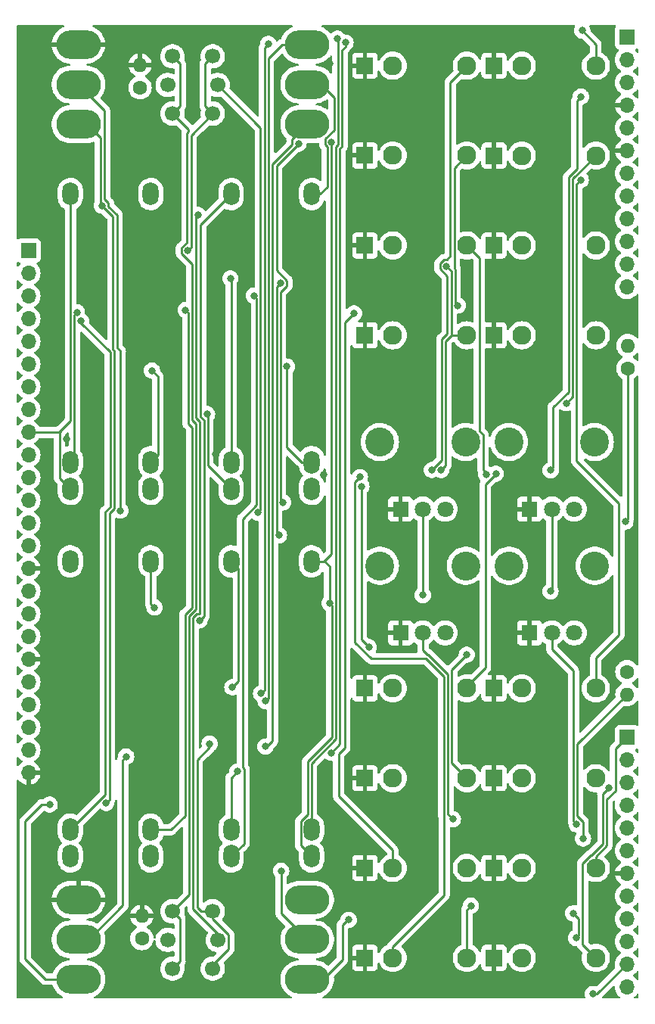
<source format=gbr>
%TF.GenerationSoftware,KiCad,Pcbnew,7.0.1-0*%
%TF.CreationDate,2024-01-08T18:45:34+13:00*%
%TF.ProjectId,MOL-control,4d4f4c2d-636f-46e7-9472-6f6c2e6b6963,001*%
%TF.SameCoordinates,Original*%
%TF.FileFunction,Copper,L2,Bot*%
%TF.FilePolarity,Positive*%
%FSLAX46Y46*%
G04 Gerber Fmt 4.6, Leading zero omitted, Abs format (unit mm)*
G04 Created by KiCad (PCBNEW 7.0.1-0) date 2024-01-08 18:45:34*
%MOMM*%
%LPD*%
G01*
G04 APERTURE LIST*
%TA.AperFunction,ComponentPad*%
%ADD10O,1.800000X2.600000*%
%TD*%
%TA.AperFunction,ComponentPad*%
%ADD11R,1.830000X1.930000*%
%TD*%
%TA.AperFunction,ComponentPad*%
%ADD12C,2.130000*%
%TD*%
%TA.AperFunction,ComponentPad*%
%ADD13C,1.700000*%
%TD*%
%TA.AperFunction,ComponentPad*%
%ADD14C,3.240000*%
%TD*%
%TA.AperFunction,ComponentPad*%
%ADD15R,1.800000X1.800000*%
%TD*%
%TA.AperFunction,ComponentPad*%
%ADD16C,1.800000*%
%TD*%
%TA.AperFunction,ComponentPad*%
%ADD17C,1.600000*%
%TD*%
%TA.AperFunction,ComponentPad*%
%ADD18O,1.600000X1.600000*%
%TD*%
%TA.AperFunction,ComponentPad*%
%ADD19O,5.000000X3.200000*%
%TD*%
%TA.AperFunction,ComponentPad*%
%ADD20R,1.700000X1.700000*%
%TD*%
%TA.AperFunction,ComponentPad*%
%ADD21O,1.700000X1.700000*%
%TD*%
%TA.AperFunction,ViaPad*%
%ADD22C,0.800000*%
%TD*%
%TA.AperFunction,Conductor*%
%ADD23C,0.250000*%
%TD*%
G04 APERTURE END LIST*
D10*
%TO.P,RV6,1,1*%
%TO.N,/Control/Decay_1_B_(C)*%
X121800000Y-125650000D03*
%TO.P,RV6,2,2*%
%TO.N,/Control/Discharge_B_(C)*%
X121800000Y-128650000D03*
%TO.P,RV6,3,3*%
X121800000Y-95650000D03*
%TD*%
D11*
%TO.P,J9,1*%
%TO.N,GND*%
X160220000Y-119900000D03*
D12*
%TO.P,J9,2*%
%TO.N,/Control/InvEnv_Out_B_(C)*%
X171620000Y-119900000D03*
%TO.P,J9,3*%
%TO.N,unconnected-(J9-Pad3)*%
X163320000Y-119900000D03*
%TD*%
D11*
%TO.P,J3,1*%
%TO.N,GND*%
X145770000Y-109850000D03*
D12*
%TO.P,J3,2*%
%TO.N,/Control/Gate_in_B_(C)*%
X157170000Y-109850000D03*
%TO.P,J3,3*%
%TO.N,/Control/Gate_in_A_(C)*%
X148870000Y-109850000D03*
%TD*%
D13*
%TO.P,SW2,1,1*%
%TO.N,/Control/5.4v_(C)*%
X124235000Y-141195000D03*
X124235000Y-134795000D03*
%TO.P,SW2,2,2*%
%TO.N,/Control/Gate_in_B_(C)*%
X128735000Y-141195000D03*
X128735000Y-134795000D03*
%TO.P,SW2,3,K*%
%TO.N,Net-(SW2-K)*%
X123685000Y-137995000D03*
%TO.P,SW2,4,A*%
%TO.N,/Control/EG_LED_Anode_B_(C)*%
X129285000Y-137995000D03*
%TD*%
D14*
%TO.P,RV10,*%
%TO.N,*%
X161900000Y-96150000D03*
X171500000Y-96150000D03*
D15*
%TO.P,RV10,1,1*%
%TO.N,GND*%
X164200000Y-103650000D03*
D16*
%TO.P,RV10,2,2*%
%TO.N,/Control/CV_In_5v_B_(C)*%
X166700000Y-103650000D03*
%TO.P,RV10,3,3*%
%TO.N,Net-(J13-Pad2)*%
X169200000Y-103650000D03*
%TD*%
D10*
%TO.P,RV2,1,1*%
%TO.N,/Control/Decay_1_A_(C)*%
X121800000Y-84550000D03*
%TO.P,RV2,2,2*%
%TO.N,/Control/Discharge_A_(C)*%
X121800000Y-87550000D03*
%TO.P,RV2,3,3*%
X121800000Y-54550000D03*
%TD*%
%TO.P,RV3,1,1*%
%TO.N,/Control/Sustain_1_A_(C)*%
X130800000Y-84550000D03*
%TO.P,RV3,2,2*%
%TO.N,/Control/Sustain_2_A_(C)*%
X130800000Y-87550000D03*
%TO.P,RV3,3,3*%
%TO.N,/Control/Sustain_3_A_(C)*%
X130800000Y-54550000D03*
%TD*%
%TO.P,RV7,1,1*%
%TO.N,/Control/Sustain_1_B_(C)*%
X130800000Y-125650000D03*
%TO.P,RV7,2,2*%
%TO.N,/Control/Sustain_2_B_(C)*%
X130800000Y-128650000D03*
%TO.P,RV7,3,3*%
%TO.N,/Control/Sustain_3_B_(C)*%
X130800000Y-95650000D03*
%TD*%
D11*
%TO.P,J7,1*%
%TO.N,GND*%
X160220000Y-140000000D03*
D12*
%TO.P,J7,2*%
%TO.N,/Control/Audio_Out_B_(C)*%
X171620000Y-140000000D03*
%TO.P,J7,3*%
%TO.N,unconnected-(J7-Pad3)*%
X163320000Y-140000000D03*
%TD*%
D17*
%TO.P,R58,1*%
%TO.N,Net-(SW2-K)*%
X120800000Y-137845000D03*
D18*
%TO.P,R58,2*%
%TO.N,GND*%
X120800000Y-135305000D03*
%TD*%
D11*
%TO.P,J13,1*%
%TO.N,GND*%
X145770000Y-119900000D03*
D12*
%TO.P,J13,2*%
%TO.N,Net-(J13-Pad2)*%
X157170000Y-119900000D03*
%TO.P,J13,3*%
%TO.N,unconnected-(J13-Pad3)*%
X148870000Y-119900000D03*
%TD*%
D11*
%TO.P,J4,1*%
%TO.N,GND*%
X145770000Y-40200000D03*
D12*
%TO.P,J4,2*%
%TO.N,/Control/Audio_In_A_(C)*%
X157170000Y-40200000D03*
%TO.P,J4,3*%
%TO.N,unconnected-(J4-Pad3)*%
X148870000Y-40200000D03*
%TD*%
D10*
%TO.P,RV8,1,1*%
%TO.N,/Control/Release_1_B_(C)*%
X139800000Y-125650000D03*
%TO.P,RV8,2,2*%
%TO.N,/Control/Discharge_B_(C)*%
X139800000Y-128650000D03*
%TO.P,RV8,3,3*%
X139800000Y-95650000D03*
%TD*%
D11*
%TO.P,J8,1*%
%TO.N,GND*%
X160220000Y-60300000D03*
D12*
%TO.P,J8,2*%
%TO.N,/Control/InvEnv_Out_A_(C)*%
X171620000Y-60300000D03*
%TO.P,J8,3*%
%TO.N,unconnected-(J8-Pad3)*%
X163320000Y-60300000D03*
%TD*%
D19*
%TO.P,SW6,1,A*%
%TO.N,/Control/Long_B_(C)*%
X139300000Y-142400000D03*
%TO.P,SW6,2,B*%
%TO.N,/Control/Discharge_B_(C)*%
X139300000Y-137950000D03*
%TO.P,SW6,3,C*%
%TO.N,/Control/Short_B_(C)*%
X139300000Y-133500000D03*
%TD*%
D17*
%TO.P,R64,1*%
%TO.N,Net-(R64-Pad1)*%
X175100000Y-108000000D03*
D18*
%TO.P,R64,2*%
%TO.N,Net-(J17-Pad2)*%
X175100000Y-110540000D03*
%TD*%
D17*
%TO.P,R65,1*%
%TO.N,Net-(R65-Pad1)*%
X175200000Y-74045000D03*
D18*
%TO.P,R65,2*%
%TO.N,Net-(J16-Pad2)*%
X175200000Y-71505000D03*
%TD*%
D14*
%TO.P,RV11,*%
%TO.N,*%
X147450000Y-82300000D03*
X157050000Y-82300000D03*
D15*
%TO.P,RV11,1,1*%
%TO.N,GND*%
X149750000Y-89800000D03*
D16*
%TO.P,RV11,2,2*%
%TO.N,/Control/CV_In_10v_A_(C)*%
X152250000Y-89800000D03*
%TO.P,RV11,3,3*%
%TO.N,Net-(R65-Pad1)*%
X154750000Y-89800000D03*
%TD*%
D11*
%TO.P,J12,1*%
%TO.N,GND*%
X145770000Y-60300000D03*
D12*
%TO.P,J12,2*%
%TO.N,Net-(J12-Pad2)*%
X157170000Y-60300000D03*
%TO.P,J12,3*%
%TO.N,unconnected-(J12-Pad3)*%
X148870000Y-60300000D03*
%TD*%
D11*
%TO.P,J5,1*%
%TO.N,GND*%
X145770000Y-140000000D03*
D12*
%TO.P,J5,2*%
%TO.N,/Control/Audio_In_B_(C)*%
X157170000Y-140000000D03*
%TO.P,J5,3*%
%TO.N,/Control/Audio_In_A_(C)*%
X148870000Y-140000000D03*
%TD*%
D14*
%TO.P,RV12,*%
%TO.N,*%
X147450000Y-96150000D03*
X157050000Y-96150000D03*
D15*
%TO.P,RV12,1,1*%
%TO.N,GND*%
X149750000Y-103650000D03*
D16*
%TO.P,RV12,2,2*%
%TO.N,/Control/CV_In_10v_B_(C)*%
X152250000Y-103650000D03*
%TO.P,RV12,3,3*%
%TO.N,Net-(R64-Pad1)*%
X154750000Y-103650000D03*
%TD*%
D19*
%TO.P,SW3,1,A*%
%TO.N,/Control/5v_ref_(C)*%
X113700000Y-46750000D03*
%TO.P,SW3,2,B*%
%TO.N,/Control/inv_offset_A_(C)*%
X113700000Y-42300000D03*
%TO.P,SW3,3,C*%
%TO.N,GND*%
X113700000Y-37850000D03*
%TD*%
D11*
%TO.P,J2,1*%
%TO.N,GND*%
X145770000Y-70350000D03*
D12*
%TO.P,J2,2*%
%TO.N,/Control/Gate_in_A_(C)*%
X157170000Y-70350000D03*
%TO.P,J2,3*%
%TO.N,unconnected-(J2-Pad3)*%
X148870000Y-70350000D03*
%TD*%
D19*
%TO.P,SW5,1,A*%
%TO.N,/Control/Long_A_(C)*%
X139300000Y-37850000D03*
%TO.P,SW5,2,B*%
%TO.N,/Control/Discharge_A_(C)*%
X139300000Y-42300000D03*
%TO.P,SW5,3,C*%
%TO.N,/Control/Short_A_(C)*%
X139300000Y-46750000D03*
%TD*%
D11*
%TO.P,J16,1*%
%TO.N,GND*%
X145770000Y-50240000D03*
D12*
%TO.P,J16,2*%
%TO.N,Net-(J16-Pad2)*%
X157170000Y-50240000D03*
%TO.P,J16,3*%
%TO.N,/Control/Env_A_(C)*%
X148870000Y-50240000D03*
%TD*%
D17*
%TO.P,R56,1*%
%TO.N,Net-(SW1-K)*%
X120600000Y-42645000D03*
D18*
%TO.P,R56,2*%
%TO.N,GND*%
X120600000Y-40105000D03*
%TD*%
D11*
%TO.P,J14,1*%
%TO.N,GND*%
X160220000Y-70350000D03*
D12*
%TO.P,J14,2*%
%TO.N,/Control/ReTrigger_A_(C)*%
X171620000Y-70350000D03*
%TO.P,J14,3*%
%TO.N,unconnected-(J14-Pad3)*%
X163320000Y-70350000D03*
%TD*%
D11*
%TO.P,J6,1*%
%TO.N,GND*%
X160220000Y-40200000D03*
D12*
%TO.P,J6,2*%
%TO.N,/Control/Audio_Out_A_(C)*%
X171620000Y-40200000D03*
%TO.P,J6,3*%
%TO.N,unconnected-(J6-Pad3)*%
X163320000Y-40200000D03*
%TD*%
D11*
%TO.P,J17,1*%
%TO.N,GND*%
X145770000Y-129950000D03*
D12*
%TO.P,J17,2*%
%TO.N,Net-(J17-Pad2)*%
X157170000Y-129950000D03*
%TO.P,J17,3*%
%TO.N,/Control/Env_B_(C)*%
X148870000Y-129950000D03*
%TD*%
D10*
%TO.P,RV4,1,1*%
%TO.N,/Control/Release_1_A_(C)*%
X139800000Y-84550000D03*
%TO.P,RV4,2,2*%
%TO.N,/Control/Discharge_A_(C)*%
X139800000Y-87550000D03*
%TO.P,RV4,3,3*%
X139800000Y-54550000D03*
%TD*%
%TO.P,RV5,1,1*%
%TO.N,/Control/Attack_1_B_(C)*%
X112800000Y-125650000D03*
%TO.P,RV5,2,2*%
%TO.N,/Control/Discharge_B_(C)*%
X112800000Y-128650000D03*
%TO.P,RV5,3,3*%
X112800000Y-95650000D03*
%TD*%
%TO.P,RV1,1,1*%
%TO.N,/Control/Attack_1_A_(C)*%
X112800000Y-84550000D03*
%TO.P,RV1,2,2*%
%TO.N,/Control/Discharge_A_(C)*%
X112800000Y-87550000D03*
%TO.P,RV1,3,3*%
X112800000Y-54550000D03*
%TD*%
D11*
%TO.P,J15,1*%
%TO.N,GND*%
X160220000Y-109850000D03*
D12*
%TO.P,J15,2*%
%TO.N,/Control/ReTrigger_B_(C)*%
X171620000Y-109850000D03*
%TO.P,J15,3*%
%TO.N,unconnected-(J15-Pad3)*%
X163320000Y-109850000D03*
%TD*%
D14*
%TO.P,RV9,*%
%TO.N,*%
X161900000Y-82300000D03*
X171500000Y-82300000D03*
D15*
%TO.P,RV9,1,1*%
%TO.N,GND*%
X164200000Y-89800000D03*
D16*
%TO.P,RV9,2,2*%
%TO.N,/Control/CV_In_5v_A_(C)*%
X166700000Y-89800000D03*
%TO.P,RV9,3,3*%
%TO.N,Net-(J12-Pad2)*%
X169200000Y-89800000D03*
%TD*%
D11*
%TO.P,J11,1*%
%TO.N,GND*%
X160220000Y-129950000D03*
D12*
%TO.P,J11,2*%
%TO.N,/Control/Env_Out_B_(C)*%
X171620000Y-129950000D03*
%TO.P,J11,3*%
%TO.N,unconnected-(J11-Pad3)*%
X163320000Y-129950000D03*
%TD*%
D11*
%TO.P,J10,1*%
%TO.N,GND*%
X160220000Y-50250000D03*
D12*
%TO.P,J10,2*%
%TO.N,/Control/Env_Out_A_(C)*%
X171620000Y-50250000D03*
%TO.P,J10,3*%
%TO.N,unconnected-(J10-Pad3)*%
X163320000Y-50250000D03*
%TD*%
D19*
%TO.P,SW4,1,A*%
%TO.N,/Control/5v_ref_(C)*%
X113700000Y-142400000D03*
%TO.P,SW4,2,B*%
%TO.N,/Control/inv_offset_B_(C)*%
X113700000Y-137950000D03*
%TO.P,SW4,3,C*%
%TO.N,GND*%
X113700000Y-133500000D03*
%TD*%
D13*
%TO.P,SW1,1,1*%
%TO.N,/Control/5.4v_(C)*%
X124235000Y-45545000D03*
X124235000Y-39145000D03*
%TO.P,SW1,2,2*%
%TO.N,/Control/Gate_in_A_(C)*%
X128735000Y-45545000D03*
X128735000Y-39145000D03*
%TO.P,SW1,3,K*%
%TO.N,Net-(SW1-K)*%
X123685000Y-42345000D03*
%TO.P,SW1,4,A*%
%TO.N,/Control/EG_LED_Anode_A_(C)*%
X129285000Y-42345000D03*
%TD*%
D20*
%TO.P,J24,1,Pin_1*%
%TO.N,/Control/Release_1_B_(C)*%
X175100000Y-37000000D03*
D21*
%TO.P,J24,2,Pin_2*%
%TO.N,/Control/Sustain_1_B_(C)*%
X175100000Y-39540000D03*
%TO.P,J24,3,Pin_3*%
%TO.N,/Control/Gate_in_B_(C)*%
X175100000Y-42080000D03*
%TO.P,J24,4,Pin_4*%
%TO.N,GND*%
X175100000Y-44620000D03*
%TO.P,J24,5,Pin_5*%
%TO.N,/Control/Discharge_B_(C)*%
X175100000Y-47160000D03*
%TO.P,J24,6,Pin_6*%
%TO.N,GND*%
X175100000Y-49700000D03*
%TO.P,J24,7,Pin_7*%
%TO.N,/Control/ReTrigger_B_(C)*%
X175100000Y-52240000D03*
%TO.P,J24,8,Pin_8*%
%TO.N,/Control/EG_LED_Anode_B_(C)*%
X175100000Y-54780000D03*
%TO.P,J24,9,Pin_9*%
%TO.N,/Control/5v_ref_(C)*%
X175100000Y-57320000D03*
%TO.P,J24,10,Pin_10*%
%TO.N,/Control/Sustain_2_B_(C)*%
X175100000Y-59860000D03*
%TO.P,J24,11,Pin_11*%
%TO.N,/Control/Decay_1_B_(C)*%
X175100000Y-62400000D03*
%TO.P,J24,12,Pin_12*%
%TO.N,/Control/Env_B_(C)*%
X175100000Y-64940000D03*
%TD*%
D20*
%TO.P,J26,1,Pin_1*%
%TO.N,/Control/Env_Out_B_(C)*%
X175100000Y-115310000D03*
D21*
%TO.P,J26,2,Pin_2*%
%TO.N,/Control/inv_offset_B_(C)*%
X175100000Y-117850000D03*
%TO.P,J26,3,Pin_3*%
%TO.N,/Control/Audio_Out_B_(C)*%
X175100000Y-120390000D03*
%TO.P,J26,4,Pin_4*%
%TO.N,/Control/InvEnv_Out_B_(C)*%
X175100000Y-122930000D03*
%TO.P,J26,5,Pin_5*%
%TO.N,/Control/CV_In_5v_B_(C)*%
X175100000Y-125470000D03*
%TO.P,J26,6,Pin_6*%
%TO.N,/Control/CV_In_10v_B_(C)*%
X175100000Y-128010000D03*
%TO.P,J26,7,Pin_7*%
%TO.N,GND*%
X175100000Y-130550000D03*
%TO.P,J26,8,Pin_8*%
%TO.N,/Control/Audio_In_B_(C)*%
X175100000Y-133090000D03*
%TO.P,J26,9,Pin_9*%
%TO.N,/Control/Long_B_(C)*%
X175100000Y-135630000D03*
%TO.P,J26,10,Pin_10*%
%TO.N,/Control/Short_B_(C)*%
X175100000Y-138170000D03*
%TO.P,J26,11,Pin_11*%
%TO.N,/Control/5.4v_(C)*%
X175100000Y-140710000D03*
%TO.P,J26,12,Pin_12*%
%TO.N,/Control/Audio_In_A_(C)*%
X175100000Y-143250000D03*
%TD*%
D20*
%TO.P,J22,1,Pin_1*%
%TO.N,/Control/Gate_in_A_(C)*%
X108100000Y-60880000D03*
D21*
%TO.P,J22,2,Pin_2*%
%TO.N,/Control/Sustain_1_A_(C)*%
X108100000Y-63420000D03*
%TO.P,J22,3,Pin_3*%
%TO.N,/Control/Attack_1_A_(C)*%
X108100000Y-65960000D03*
%TO.P,J22,4,Pin_4*%
%TO.N,/Control/Attack_1_B_(C)*%
X108100000Y-68500000D03*
%TO.P,J22,5,Pin_5*%
%TO.N,/Control/ReTrigger_A_(C)*%
X108100000Y-71040000D03*
%TO.P,J22,6,Pin_6*%
%TO.N,/Control/Release_1_A_(C)*%
X108100000Y-73580000D03*
%TO.P,J22,7,Pin_7*%
%TO.N,/Control/Decay_1_A_(C)*%
X108100000Y-76120000D03*
%TO.P,J22,8,Pin_8*%
%TO.N,/Control/Sustain_2_A_(C)*%
X108100000Y-78660000D03*
%TO.P,J22,9,Pin_9*%
%TO.N,/Control/Discharge_A_(C)*%
X108100000Y-81200000D03*
%TO.P,J22,10,Pin_10*%
%TO.N,/Control/Env_Out_A_(C)*%
X108100000Y-83740000D03*
%TO.P,J22,11,Pin_11*%
%TO.N,/Control/Env_A_(C)*%
X108100000Y-86280000D03*
%TO.P,J22,12,Pin_12*%
%TO.N,/Control/inv_offset_A_(C)*%
X108100000Y-88820000D03*
%TO.P,J22,13,Pin_13*%
%TO.N,/Control/EG_LED_Anode_A_(C)*%
X108100000Y-91360000D03*
%TO.P,J22,14,Pin_14*%
%TO.N,/Control/InvEnv_Out_A_(C)*%
X108100000Y-93900000D03*
%TO.P,J22,15,Pin_15*%
%TO.N,GND*%
X108100000Y-96440000D03*
%TO.P,J22,16,Pin_16*%
%TO.N,/Control/CV_In_10v_A_(C)*%
X108100000Y-98980000D03*
%TO.P,J22,17,Pin_17*%
%TO.N,/Control/CV_In_5v_A_(C)*%
X108100000Y-101520000D03*
%TO.P,J22,18,Pin_18*%
%TO.N,/Control/Sustain_3_A_(C)*%
X108100000Y-104060000D03*
%TO.P,J22,19,Pin_19*%
%TO.N,GND*%
X108100000Y-106600000D03*
%TO.P,J22,20,Pin_20*%
%TO.N,/Control/Sustain_3_B_(C)*%
X108100000Y-109140000D03*
%TO.P,J22,21,Pin_21*%
%TO.N,/Control/Audio_Out_A_(C)*%
X108100000Y-111680000D03*
%TO.P,J22,22,Pin_22*%
%TO.N,/Control/Long_A_(C)*%
X108100000Y-114220000D03*
%TO.P,J22,23,Pin_23*%
%TO.N,/Control/Short_A_(C)*%
X108100000Y-116760000D03*
%TO.P,J22,24,Pin_24*%
%TO.N,GND*%
X108100000Y-119300000D03*
%TD*%
D22*
%TO.N,GND*%
X141170000Y-85970000D03*
X110250000Y-84800000D03*
X129060000Y-83690000D03*
X138350000Y-52180000D03*
X114144545Y-50539951D03*
X112380000Y-81920000D03*
X136270000Y-40250000D03*
X156750000Y-75550000D03*
X141810000Y-39950000D03*
X141250000Y-44510000D03*
X157270000Y-63280000D03*
X110430000Y-77000000D03*
X115020000Y-58640000D03*
%TO.N,Net-(J12-Pad2)*%
X159332701Y-85902701D03*
%TO.N,Net-(J13-Pad2)*%
X157167299Y-106085500D03*
%TO.N,Net-(J16-Pad2)*%
X156154500Y-67014500D03*
%TO.N,Net-(J17-Pad2)*%
X170190000Y-126664500D03*
%TO.N,Net-(R65-Pad1)*%
X174924500Y-91200000D03*
%TO.N,/Control/Gate_in_A_(C)*%
X125950000Y-60890000D03*
X154301368Y-85413231D03*
X146202299Y-105227701D03*
X154880000Y-62620000D03*
X145374000Y-87260534D03*
%TO.N,/Control/Gate_in_B_(C)*%
X160420000Y-85840000D03*
X128385000Y-116035500D03*
X166556514Y-85465500D03*
X169940000Y-43650000D03*
%TO.N,/Control/Audio_In_A_(C)*%
X153260000Y-85430000D03*
X145210000Y-86220000D03*
%TO.N,/Control/Audio_In_B_(C)*%
X157630000Y-134155500D03*
%TO.N,/Control/Audio_Out_A_(C)*%
X134950000Y-37750000D03*
X170090000Y-36275500D03*
X134140000Y-110430000D03*
%TO.N,/Control/Audio_Out_B_(C)*%
X173096000Y-121010000D03*
%TO.N,/Control/InvEnv_Out_A_(C)*%
X136144500Y-92745500D03*
X136310000Y-64520000D03*
%TO.N,/Control/Env_Out_A_(C)*%
X168300000Y-77950000D03*
%TO.N,/Control/ReTrigger_B_(C)*%
X169931572Y-52963027D03*
%TO.N,/Control/Env_A_(C)*%
X136594500Y-89040000D03*
X138327687Y-48948311D03*
%TO.N,/Control/Env_B_(C)*%
X144550000Y-67899500D03*
%TO.N,/Control/Sustain_1_A_(C)*%
X130700000Y-64000000D03*
%TO.N,/Control/Attack_1_A_(C)*%
X113524500Y-67775500D03*
%TO.N,/Control/Attack_1_B_(C)*%
X113974500Y-68774907D03*
%TO.N,/Control/Release_1_A_(C)*%
X137044500Y-73854500D03*
%TO.N,/Control/Decay_1_A_(C)*%
X121930000Y-74304500D03*
%TO.N,/Control/Sustain_2_A_(C)*%
X128094500Y-79180000D03*
%TO.N,/Control/inv_offset_A_(C)*%
X118381397Y-89972759D03*
%TO.N,/Control/EG_LED_Anode_A_(C)*%
X133795500Y-90199500D03*
%TO.N,/Control/CV_In_10v_A_(C)*%
X152250000Y-99420000D03*
%TO.N,/Control/CV_In_5v_A_(C)*%
X166550000Y-99000000D03*
%TO.N,/Control/Sustain_3_A_(C)*%
X127249500Y-102244000D03*
%TO.N,/Control/Sustain_3_B_(C)*%
X130930000Y-109740000D03*
%TO.N,/Control/Long_A_(C)*%
X134650821Y-111289108D03*
%TO.N,/Control/Short_A_(C)*%
X134640000Y-116360000D03*
%TO.N,/Control/Release_1_B_(C)*%
X142700000Y-37180000D03*
%TO.N,/Control/Sustain_1_B_(C)*%
X131500000Y-119150000D03*
X143596360Y-37622204D03*
X142007299Y-117057299D03*
%TO.N,/Control/Discharge_B_(C)*%
X141795500Y-100325500D03*
X136390000Y-130275000D03*
X122210000Y-100805500D03*
X142025500Y-48735500D03*
%TO.N,/Control/EG_LED_Anode_B_(C)*%
X127080000Y-56899500D03*
%TO.N,/Control/5v_ref_(C)*%
X110480000Y-122860000D03*
X116326000Y-55852299D03*
X116812299Y-122662299D03*
%TO.N,/Control/Sustain_2_B_(C)*%
X133345500Y-65925000D03*
%TO.N,/Control/Decay_1_B_(C)*%
X125695500Y-67530000D03*
%TO.N,/Control/inv_offset_B_(C)*%
X119040000Y-117484500D03*
%TO.N,/Control/CV_In_5v_B_(C)*%
X169465500Y-125070000D03*
%TO.N,/Control/CV_In_10v_B_(C)*%
X155610000Y-124500000D03*
%TO.N,/Control/Long_B_(C)*%
X143950000Y-135750000D03*
%TO.N,/Control/Short_B_(C)*%
X169400500Y-137780000D03*
X169082854Y-135025500D03*
%TO.N,/Control/5.4v_(C)*%
X171275000Y-144050000D03*
%TD*%
D23*
%TO.N,Net-(J12-Pad2)*%
X159332701Y-85902701D02*
X159332701Y-85767396D01*
X158560000Y-81059354D02*
X158560000Y-61690000D01*
X158560000Y-61690000D02*
X157170000Y-60300000D01*
X158995000Y-81494354D02*
X158560000Y-81059354D01*
X158995000Y-85429695D02*
X158995000Y-81494354D01*
X159332701Y-85767396D02*
X158995000Y-85429695D01*
%TO.N,Net-(J13-Pad2)*%
X157170000Y-119900000D02*
X155500000Y-118230000D01*
X155500000Y-107752799D02*
X157167299Y-106085500D01*
X155500000Y-118230000D02*
X155500000Y-107752799D01*
%TO.N,Net-(J16-Pad2)*%
X155780000Y-51630000D02*
X155780000Y-62874988D01*
X155880000Y-62974988D02*
X155880000Y-66740000D01*
X157170000Y-50240000D02*
X155780000Y-51630000D01*
X155880000Y-66740000D02*
X156154500Y-67014500D01*
X155780000Y-62874988D02*
X155880000Y-62974988D01*
%TO.N,Net-(J17-Pad2)*%
X169550000Y-116090000D02*
X175100000Y-110540000D01*
X170190000Y-126664500D02*
X170190000Y-124769195D01*
X169550000Y-124129195D02*
X169550000Y-116090000D01*
X170190000Y-124769195D02*
X169550000Y-124129195D01*
%TO.N,Net-(R65-Pad1)*%
X175200000Y-90924500D02*
X175200000Y-74045000D01*
X174924500Y-91200000D02*
X175200000Y-90924500D01*
%TO.N,/Control/Gate_in_A_(C)*%
X154820000Y-71000000D02*
X155470000Y-70350000D01*
X126300500Y-47979500D02*
X128735000Y-45545000D01*
X126300500Y-60539500D02*
X126300500Y-47979500D01*
X154820000Y-84894599D02*
X154820000Y-71000000D01*
X127885000Y-39995000D02*
X127885000Y-44695000D01*
X154301368Y-85413231D02*
X154820000Y-84894599D01*
X155430000Y-63170000D02*
X155430000Y-70220000D01*
X127885000Y-44695000D02*
X128735000Y-45545000D01*
X145374000Y-104399402D02*
X146202299Y-105227701D01*
X155560000Y-70350000D02*
X157170000Y-70350000D01*
X154880000Y-62620000D02*
X155430000Y-63170000D01*
X155430000Y-70220000D02*
X155560000Y-70350000D01*
X155470000Y-70350000D02*
X157170000Y-70350000D01*
X145374000Y-87260534D02*
X145374000Y-104399402D01*
X128735000Y-39145000D02*
X127885000Y-39995000D01*
X125950000Y-60890000D02*
X126300500Y-60539500D01*
%TO.N,/Control/Gate_in_B_(C)*%
X159250000Y-107550000D02*
X157170000Y-109630000D01*
X128385000Y-116035500D02*
X128385000Y-116415000D01*
X157170000Y-109630000D02*
X157170000Y-109850000D01*
X128735000Y-140805000D02*
X128735000Y-141195000D01*
X168550000Y-76674695D02*
X168550000Y-52683604D01*
X166556514Y-85465500D02*
X166850000Y-85172014D01*
X130520000Y-137430000D02*
X130520000Y-139020000D01*
X128735000Y-135645000D02*
X130520000Y-137430000D01*
X126975000Y-117825000D02*
X126975000Y-134345000D01*
X169500000Y-44090000D02*
X169940000Y-43650000D01*
X127425000Y-134795000D02*
X128735000Y-134795000D01*
X126975000Y-134345000D02*
X127425000Y-134795000D01*
X128385000Y-116415000D02*
X126975000Y-117825000D01*
X130520000Y-139020000D02*
X128735000Y-140805000D01*
X159250000Y-87010000D02*
X159250000Y-107550000D01*
X168550000Y-52683604D02*
X169500000Y-51733604D01*
X169500000Y-51733604D02*
X169500000Y-44090000D01*
X128735000Y-134795000D02*
X128735000Y-135645000D01*
X160420000Y-85840000D02*
X159250000Y-87010000D01*
X166850000Y-85172014D02*
X166850000Y-78374695D01*
X166850000Y-78374695D02*
X168550000Y-76674695D01*
%TO.N,/Control/Audio_In_A_(C)*%
X153260000Y-85430000D02*
X154370000Y-84320000D01*
X155330000Y-42040000D02*
X157170000Y-40200000D01*
X154155000Y-62319695D02*
X154579695Y-61895000D01*
X154980000Y-63745305D02*
X154155000Y-62920305D01*
X154370000Y-70813604D02*
X154980000Y-70203604D01*
X145210000Y-86220000D02*
X144649500Y-86780500D01*
X152620000Y-106520000D02*
X154600000Y-108500000D01*
X154620000Y-124146396D02*
X154620000Y-132990000D01*
X154155000Y-62920305D02*
X154155000Y-62319695D01*
X154600000Y-124126396D02*
X154620000Y-124146396D01*
X155330000Y-61480000D02*
X155330000Y-42040000D01*
X154980000Y-70203604D02*
X154980000Y-63745305D01*
X148870000Y-138740000D02*
X148870000Y-140000000D01*
X146470000Y-106520000D02*
X152620000Y-106520000D01*
X154579695Y-61895000D02*
X154915000Y-61895000D01*
X154620000Y-132990000D02*
X148870000Y-138740000D01*
X144649500Y-104699500D02*
X146470000Y-106520000D01*
X144649500Y-86780500D02*
X144649500Y-104699500D01*
X154600000Y-108500000D02*
X154600000Y-124126396D01*
X154370000Y-84320000D02*
X154370000Y-70813604D01*
X154915000Y-61895000D02*
X155330000Y-61480000D01*
%TO.N,/Control/Audio_In_B_(C)*%
X157170000Y-134615500D02*
X157170000Y-140000000D01*
X157630000Y-134155500D02*
X157170000Y-134615500D01*
%TO.N,/Control/Audio_Out_A_(C)*%
X170090000Y-36275500D02*
X171620000Y-37805500D01*
X171620000Y-37805500D02*
X171620000Y-40200000D01*
X134520000Y-38180000D02*
X134950000Y-37750000D01*
X134140000Y-110430000D02*
X134520000Y-110050000D01*
X134520000Y-110050000D02*
X134520000Y-38180000D01*
%TO.N,/Control/Audio_Out_B_(C)*%
X170125000Y-138505000D02*
X171620000Y-140000000D01*
X172400000Y-121706000D02*
X172400000Y-127250000D01*
X171090000Y-128560000D02*
X171044243Y-128560000D01*
X171044243Y-128560000D02*
X170125000Y-129479243D01*
X173096000Y-121010000D02*
X172400000Y-121706000D01*
X170125000Y-129479243D02*
X170125000Y-138505000D01*
X172400000Y-127250000D02*
X171090000Y-128560000D01*
%TO.N,/Control/InvEnv_Out_A_(C)*%
X136310000Y-64520000D02*
X135870000Y-64960000D01*
X135870000Y-64960000D02*
X135870000Y-92471000D01*
X135870000Y-92471000D02*
X136144500Y-92745500D01*
%TO.N,/Control/Env_Out_A_(C)*%
X168300000Y-77950000D02*
X169000000Y-77250000D01*
X169000000Y-52870000D02*
X171620000Y-50250000D01*
X169000000Y-77250000D02*
X169000000Y-52870000D01*
%TO.N,/Control/Env_Out_B_(C)*%
X171620000Y-128666396D02*
X171620000Y-129950000D01*
X172850000Y-127436396D02*
X171620000Y-128666396D01*
X173821000Y-121310305D02*
X172850000Y-122281305D01*
X173821000Y-116589000D02*
X173821000Y-121310305D01*
X175100000Y-115310000D02*
X173821000Y-116589000D01*
X172850000Y-122281305D02*
X172850000Y-127436396D01*
%TO.N,/Control/ReTrigger_B_(C)*%
X169475000Y-53419599D02*
X169475000Y-84400000D01*
X169931572Y-52963027D02*
X169475000Y-53419599D01*
X171620000Y-106455000D02*
X171620000Y-109850000D01*
X174200000Y-89125000D02*
X174200000Y-103875000D01*
X174200000Y-103875000D02*
X171620000Y-106455000D01*
X169475000Y-84400000D02*
X174200000Y-89125000D01*
%TO.N,/Control/Env_A_(C)*%
X138327687Y-48948311D02*
X135870000Y-51405998D01*
X137035000Y-64219695D02*
X137035000Y-64820305D01*
X137035000Y-64820305D02*
X136320000Y-65535305D01*
X136320000Y-88765500D02*
X136594500Y-89040000D01*
X136320000Y-65535305D02*
X136320000Y-88765500D01*
X135870000Y-51405998D02*
X135870000Y-63054695D01*
X135870000Y-63054695D02*
X137035000Y-64219695D01*
%TO.N,/Control/Env_B_(C)*%
X143520000Y-68929500D02*
X143520000Y-116480195D01*
X148870000Y-127970000D02*
X148870000Y-129950000D01*
X144550000Y-67899500D02*
X143520000Y-68929500D01*
X142820000Y-121920000D02*
X148870000Y-127970000D01*
X143520000Y-116480195D02*
X142820000Y-117180195D01*
X142820000Y-117180195D02*
X142820000Y-121920000D01*
%TO.N,/Control/Sustain_1_A_(C)*%
X130700000Y-64000000D02*
X130800000Y-64100000D01*
X130800000Y-64100000D02*
X130800000Y-84550000D01*
%TO.N,/Control/Attack_1_A_(C)*%
X113250000Y-68050000D02*
X113250000Y-84100000D01*
X113524500Y-67775500D02*
X113250000Y-68050000D01*
X113250000Y-84100000D02*
X112800000Y-84550000D01*
%TO.N,/Control/Attack_1_B_(C)*%
X116700500Y-90089695D02*
X116700500Y-90690305D01*
X113974500Y-68774907D02*
X113974500Y-68974500D01*
X116720000Y-121730000D02*
X112800000Y-125650000D01*
X113974500Y-68974500D02*
X117250000Y-72250000D01*
X117250000Y-72250000D02*
X117250000Y-89540195D01*
X117250000Y-89540195D02*
X116700500Y-90089695D01*
X116720000Y-90709805D02*
X116720000Y-121730000D01*
X116700500Y-90690305D02*
X116720000Y-90709805D01*
%TO.N,/Control/Release_1_A_(C)*%
X138740000Y-84550000D02*
X139800000Y-84550000D01*
X137044500Y-82854500D02*
X138740000Y-84550000D01*
X137044500Y-73854500D02*
X137044500Y-82854500D01*
%TO.N,/Control/Decay_1_A_(C)*%
X122575000Y-83775000D02*
X121800000Y-84550000D01*
X122575000Y-74949500D02*
X122575000Y-83775000D01*
X121930000Y-74304500D02*
X122575000Y-74949500D01*
%TO.N,/Control/Sustain_2_A_(C)*%
X128200000Y-84950000D02*
X130800000Y-87550000D01*
X128200000Y-79285500D02*
X128200000Y-84950000D01*
X128094500Y-79180000D02*
X128200000Y-79285500D01*
%TO.N,/Control/Discharge_A_(C)*%
X140870000Y-42300000D02*
X142300500Y-43730500D01*
X141300500Y-49035805D02*
X141575500Y-49310805D01*
X142300500Y-47371861D02*
X141300500Y-48371861D01*
X111575000Y-86325000D02*
X112800000Y-87550000D01*
X139300000Y-42300000D02*
X140870000Y-42300000D01*
X108100000Y-81200000D02*
X111550000Y-81200000D01*
X140770000Y-54550000D02*
X139800000Y-54550000D01*
X142300500Y-43730500D02*
X142300500Y-47371861D01*
X141300500Y-48371861D02*
X141300500Y-49035805D01*
X111575000Y-81175000D02*
X111575000Y-86325000D01*
X141575500Y-49310805D02*
X141575500Y-53744500D01*
X112800000Y-79950000D02*
X111575000Y-81175000D01*
X141575500Y-53744500D02*
X140770000Y-54550000D01*
X111550000Y-81200000D02*
X112800000Y-79950000D01*
X112800000Y-54550000D02*
X112800000Y-79950000D01*
%TO.N,/Control/inv_offset_A_(C)*%
X117051000Y-55940903D02*
X117051000Y-55551994D01*
X118381397Y-72108605D02*
X118010000Y-71737208D01*
X116610000Y-45210000D02*
X113700000Y-42300000D01*
X118381397Y-89972759D02*
X118381397Y-72108605D01*
X116610000Y-55110994D02*
X116610000Y-45210000D01*
X118010000Y-56899903D02*
X117051000Y-55940903D01*
X117051000Y-55551994D02*
X116610000Y-55110994D01*
X118010000Y-71737208D02*
X118010000Y-56899903D01*
%TO.N,/Control/EG_LED_Anode_A_(C)*%
X134070000Y-47130000D02*
X129285000Y-42345000D01*
X134070000Y-89925000D02*
X134070000Y-47130000D01*
X133795500Y-90199500D02*
X134070000Y-89925000D01*
%TO.N,/Control/CV_In_10v_A_(C)*%
X152250000Y-99420000D02*
X152250000Y-89800000D01*
%TO.N,/Control/CV_In_5v_A_(C)*%
X166700000Y-98850000D02*
X166700000Y-89800000D01*
X166550000Y-99000000D02*
X166700000Y-98850000D01*
%TO.N,/Control/Sustain_3_A_(C)*%
X127750000Y-101743500D02*
X127750000Y-79860805D01*
X127369500Y-57980500D02*
X130800000Y-54550000D01*
X127750000Y-79860805D02*
X127369500Y-79480305D01*
X127249500Y-102244000D02*
X127750000Y-101743500D01*
X127369500Y-79480305D02*
X127369500Y-57980500D01*
%TO.N,/Control/Sustain_3_B_(C)*%
X131620000Y-96470000D02*
X130800000Y-95650000D01*
X130930000Y-109740000D02*
X131620000Y-109050000D01*
X131620000Y-109050000D02*
X131620000Y-96470000D01*
%TO.N,/Control/Long_A_(C)*%
X134970000Y-39380000D02*
X136500000Y-37850000D01*
X134650821Y-111289108D02*
X134970000Y-110969929D01*
X136500000Y-37850000D02*
X139300000Y-37850000D01*
X134970000Y-110969929D02*
X134970000Y-39380000D01*
%TO.N,/Control/Short_A_(C)*%
X135420000Y-51219602D02*
X137602687Y-49036915D01*
X135420000Y-115740000D02*
X135420000Y-51219602D01*
X137602687Y-48447313D02*
X139300000Y-46750000D01*
X137602687Y-49036915D02*
X137602687Y-48447313D01*
X134640000Y-116360000D02*
X134800000Y-116360000D01*
X134800000Y-116360000D02*
X135420000Y-115740000D01*
%TO.N,/Control/Release_1_B_(C)*%
X142700000Y-37180000D02*
X142750500Y-37230500D01*
X142750500Y-37230500D02*
X142750500Y-49053104D01*
X139800000Y-118240000D02*
X139800000Y-125650000D01*
X142750500Y-49053104D02*
X142520000Y-49283604D01*
X142520000Y-115520000D02*
X139800000Y-118240000D01*
X142520000Y-49283604D02*
X142520000Y-115520000D01*
%TO.N,/Control/Sustain_1_B_(C)*%
X130800000Y-119850000D02*
X130800000Y-125650000D01*
X143596360Y-37622204D02*
X143596360Y-38063640D01*
X142970000Y-49470000D02*
X142970000Y-116094598D01*
X131500000Y-119150000D02*
X130800000Y-119850000D01*
X143596360Y-38063640D02*
X143200500Y-38459500D01*
X142970000Y-116094598D02*
X142007299Y-117057299D01*
X143200500Y-49239500D02*
X142970000Y-49470000D01*
X143200500Y-38459500D02*
X143200500Y-49239500D01*
%TO.N,/Control/Discharge_B_(C)*%
X141795500Y-96205500D02*
X141240000Y-95650000D01*
X136390000Y-135040000D02*
X136390000Y-130275000D01*
X142070000Y-100600000D02*
X142070000Y-115333604D01*
X141180000Y-95650000D02*
X139800000Y-95650000D01*
X139350000Y-118053604D02*
X139350000Y-123967588D01*
X141795500Y-100325500D02*
X141795500Y-96205500D01*
X141240000Y-95650000D02*
X139800000Y-95650000D01*
X121800000Y-95650000D02*
X121800000Y-100395500D01*
X138575000Y-124742588D02*
X138575000Y-127425000D01*
X139350000Y-123967588D02*
X138575000Y-124742588D01*
X142070000Y-115333604D02*
X139350000Y-118053604D01*
X142025500Y-48735500D02*
X142025500Y-94804500D01*
X142025500Y-94804500D02*
X141180000Y-95650000D01*
X138575000Y-127425000D02*
X139800000Y-128650000D01*
X121800000Y-100395500D02*
X122210000Y-100805500D01*
X139300000Y-137950000D02*
X136390000Y-135040000D01*
X141795500Y-100325500D02*
X142070000Y-100600000D01*
%TO.N,/Control/EG_LED_Anode_B_(C)*%
X126525000Y-134531396D02*
X129285000Y-137291396D01*
X126870000Y-79617201D02*
X127300000Y-80047201D01*
X127080000Y-56899500D02*
X126870000Y-57109500D01*
X126949195Y-101519000D02*
X126525000Y-101943195D01*
X126525000Y-101943195D02*
X126525000Y-134531396D01*
X126870000Y-57109500D02*
X126870000Y-79617201D01*
X127300000Y-101519000D02*
X126949195Y-101519000D01*
X127300000Y-80047201D02*
X127300000Y-101519000D01*
X129285000Y-137291396D02*
X129285000Y-137995000D01*
%TO.N,/Control/5v_ref_(C)*%
X107740000Y-124730000D02*
X107740000Y-140160000D01*
X116326000Y-55852299D02*
X116160000Y-55686299D01*
X117560000Y-71923604D02*
X117560000Y-57086299D01*
X117700000Y-89726591D02*
X117700000Y-72063604D01*
X116160000Y-55686299D02*
X116160000Y-48250000D01*
X117700000Y-72063604D02*
X117560000Y-71923604D01*
X116160000Y-48250000D02*
X114660000Y-46750000D01*
X116812299Y-122662299D02*
X117170000Y-122304598D01*
X109980000Y-142400000D02*
X113700000Y-142400000D01*
X114660000Y-46750000D02*
X113700000Y-46750000D01*
X117170000Y-90256591D02*
X117700000Y-89726591D01*
X117170000Y-122304598D02*
X117170000Y-90256591D01*
X117560000Y-57086299D02*
X116326000Y-55852299D01*
X109610000Y-122860000D02*
X107740000Y-124730000D01*
X110480000Y-122860000D02*
X109610000Y-122860000D01*
X107740000Y-140160000D02*
X109980000Y-142400000D01*
%TO.N,/Control/Sustain_2_B_(C)*%
X132070000Y-90899695D02*
X132070000Y-118694695D01*
X132070000Y-118694695D02*
X132225000Y-118849695D01*
X133620000Y-66199500D02*
X133620000Y-89349695D01*
X132225000Y-127225000D02*
X130800000Y-128650000D01*
X133620000Y-89349695D02*
X132070000Y-90899695D01*
X132225000Y-118849695D02*
X132225000Y-127225000D01*
X133345500Y-65925000D02*
X133620000Y-66199500D01*
%TO.N,/Control/Decay_1_B_(C)*%
X125695500Y-67530000D02*
X125970000Y-67804500D01*
X125970000Y-67804500D02*
X125970000Y-80253597D01*
X124070000Y-125650000D02*
X121800000Y-125650000D01*
X125624500Y-101570903D02*
X125624500Y-124095500D01*
X125624500Y-124095500D02*
X124070000Y-125650000D01*
X125970000Y-80253597D02*
X126400000Y-80683597D01*
X126400000Y-80683597D02*
X126400000Y-100795403D01*
X126400000Y-100795403D02*
X125624500Y-101570903D01*
%TO.N,/Control/inv_offset_B_(C)*%
X114870000Y-137950000D02*
X113700000Y-137950000D01*
X118675000Y-117849500D02*
X118675000Y-134145000D01*
X119040000Y-117484500D02*
X118675000Y-117849500D01*
X118675000Y-134145000D02*
X114870000Y-137950000D01*
%TO.N,/Control/CV_In_5v_B_(C)*%
X169100000Y-107900000D02*
X166700000Y-105500000D01*
X169465500Y-125070000D02*
X169100000Y-124704500D01*
X166700000Y-105500000D02*
X166700000Y-103650000D01*
X169100000Y-124704500D02*
X169100000Y-107900000D01*
%TO.N,/Control/CV_In_10v_B_(C)*%
X155050000Y-123940000D02*
X155050000Y-108313604D01*
X155610000Y-124500000D02*
X155050000Y-123940000D01*
X155050000Y-108313604D02*
X152806396Y-106070000D01*
X152720000Y-106070000D02*
X152250000Y-105600000D01*
X152250000Y-105600000D02*
X152250000Y-103650000D01*
X152806396Y-106070000D02*
X152720000Y-106070000D01*
%TO.N,/Control/Long_B_(C)*%
X143950000Y-135750000D02*
X143850000Y-135750000D01*
X143850000Y-135750000D02*
X143250000Y-136350000D01*
X141075000Y-142400000D02*
X139300000Y-142400000D01*
X143250000Y-136350000D02*
X143250000Y-140225000D01*
X143250000Y-140225000D02*
X141075000Y-142400000D01*
%TO.N,/Control/Short_B_(C)*%
X169675000Y-135617646D02*
X169675000Y-137505500D01*
X169082854Y-135025500D02*
X169675000Y-135617646D01*
X169675000Y-137505500D02*
X169400500Y-137780000D01*
%TO.N,/Control/5.4v_(C)*%
X126030000Y-47340000D02*
X126030000Y-47613604D01*
X125225000Y-61190305D02*
X126420000Y-62385305D01*
X124235000Y-141195000D02*
X125070000Y-140360000D01*
X125085000Y-44695000D02*
X124235000Y-45545000D01*
X126074500Y-132955500D02*
X124235000Y-134795000D01*
X125225000Y-60589695D02*
X125225000Y-61190305D01*
X171760000Y-144050000D02*
X171275000Y-144050000D01*
X126850000Y-100981799D02*
X126074500Y-101757299D01*
X126420000Y-79803597D02*
X126850000Y-80233597D01*
X126420000Y-62385305D02*
X126420000Y-79803597D01*
X125850500Y-59964195D02*
X125225000Y-60589695D01*
X124235000Y-39145000D02*
X125085000Y-39995000D01*
X125070000Y-135630000D02*
X124235000Y-134795000D01*
X175100000Y-140710000D02*
X171760000Y-144050000D01*
X126850000Y-80233597D02*
X126850000Y-100981799D01*
X126074500Y-101757299D02*
X126074500Y-132955500D01*
X125850500Y-47793104D02*
X125850500Y-59964195D01*
X125070000Y-140360000D02*
X125070000Y-135630000D01*
X126030000Y-47613604D02*
X125850500Y-47793104D01*
X124235000Y-45545000D02*
X126030000Y-47340000D01*
X125085000Y-39995000D02*
X125085000Y-44695000D01*
%TD*%
%TA.AperFunction,Conductor*%
%TO.N,GND*%
G36*
X112064575Y-35669442D02*
G01*
X112110321Y-35720480D01*
X112121966Y-35788023D01*
X112095954Y-35851434D01*
X112040231Y-35891340D01*
X111961406Y-35919354D01*
X111706320Y-36051528D01*
X111471624Y-36217195D01*
X111261655Y-36413292D01*
X111080353Y-36636143D01*
X110931084Y-36881605D01*
X110816629Y-37145107D01*
X110739118Y-37421745D01*
X110714618Y-37600000D01*
X116685381Y-37600000D01*
X116660881Y-37421745D01*
X116583370Y-37145107D01*
X116468915Y-36881605D01*
X116319646Y-36636143D01*
X116138344Y-36413292D01*
X115928375Y-36217195D01*
X115693679Y-36051528D01*
X115438593Y-35919354D01*
X115359769Y-35891340D01*
X115304046Y-35851434D01*
X115278034Y-35788023D01*
X115289679Y-35720480D01*
X115335425Y-35669442D01*
X115401294Y-35650500D01*
X137573322Y-35650500D01*
X137639191Y-35669442D01*
X137684937Y-35720480D01*
X137696582Y-35788023D01*
X137670570Y-35851434D01*
X137614847Y-35891340D01*
X137558011Y-35911539D01*
X137301896Y-36044246D01*
X137066239Y-36210592D01*
X136855432Y-36407473D01*
X136673393Y-36631228D01*
X136523519Y-36877685D01*
X136408598Y-37142258D01*
X136405462Y-37153452D01*
X136378171Y-37203010D01*
X136331705Y-37235286D01*
X136300004Y-37247836D01*
X136288961Y-37251617D01*
X136246410Y-37263981D01*
X136246407Y-37263982D01*
X136228827Y-37274377D01*
X136211370Y-37282930D01*
X136192378Y-37290449D01*
X136156534Y-37316491D01*
X136146777Y-37322901D01*
X136108638Y-37345457D01*
X136094200Y-37359895D01*
X136079411Y-37372525D01*
X136062894Y-37384525D01*
X136034644Y-37418673D01*
X136026783Y-37427311D01*
X135999004Y-37455090D01*
X135944982Y-37486753D01*
X135882376Y-37487983D01*
X135827151Y-37458465D01*
X135793392Y-37405727D01*
X135784527Y-37378443D01*
X135689042Y-37213058D01*
X135635372Y-37153452D01*
X135561253Y-37071134D01*
X135406752Y-36958882D01*
X135406751Y-36958881D01*
X135232285Y-36881204D01*
X135045489Y-36841500D01*
X135045487Y-36841500D01*
X134854513Y-36841500D01*
X134854511Y-36841500D01*
X134667714Y-36881204D01*
X134493248Y-36958881D01*
X134338748Y-37071133D01*
X134210957Y-37213058D01*
X134115472Y-37378443D01*
X134056458Y-37560070D01*
X134038556Y-37730399D01*
X134027982Y-37769053D01*
X134005632Y-37802316D01*
X134003414Y-37804677D01*
X133993582Y-37822563D01*
X133982901Y-37838823D01*
X133970385Y-37854959D01*
X133952786Y-37895628D01*
X133947648Y-37906117D01*
X133926303Y-37944943D01*
X133921226Y-37964718D01*
X133914925Y-37983123D01*
X133906818Y-38001856D01*
X133899888Y-38045610D01*
X133897520Y-38057046D01*
X133886500Y-38099970D01*
X133886500Y-38120384D01*
X133884973Y-38139783D01*
X133881780Y-38159941D01*
X133885950Y-38204057D01*
X133886500Y-38215726D01*
X133886500Y-45751234D01*
X133872985Y-45807529D01*
X133835385Y-45851552D01*
X133781898Y-45873707D01*
X133724182Y-45869165D01*
X133674819Y-45838915D01*
X132229646Y-44393742D01*
X130634062Y-42798157D01*
X130602192Y-42743393D01*
X130601538Y-42680037D01*
X130629564Y-42569368D01*
X130648156Y-42345000D01*
X130629564Y-42120632D01*
X130574296Y-41902384D01*
X130483860Y-41696209D01*
X130360722Y-41507732D01*
X130208240Y-41342094D01*
X130030576Y-41203811D01*
X129832574Y-41096658D01*
X129832573Y-41096657D01*
X129832572Y-41096657D01*
X129619636Y-41023556D01*
X129397569Y-40986500D01*
X129172431Y-40986500D01*
X128950363Y-41023556D01*
X128737427Y-41096657D01*
X128701517Y-41116091D01*
X128639937Y-41131010D01*
X128579026Y-41113559D01*
X128534688Y-41068295D01*
X128518500Y-41007036D01*
X128518500Y-40627500D01*
X128535113Y-40565500D01*
X128580500Y-40520113D01*
X128642500Y-40503500D01*
X128847569Y-40503500D01*
X129069635Y-40466444D01*
X129282574Y-40393342D01*
X129480576Y-40286189D01*
X129658240Y-40147906D01*
X129810722Y-39982268D01*
X129933860Y-39793791D01*
X130024296Y-39587616D01*
X130079564Y-39369368D01*
X130098156Y-39145000D01*
X130079564Y-38920632D01*
X130024296Y-38702384D01*
X129933860Y-38496209D01*
X129810722Y-38307732D01*
X129658240Y-38142094D01*
X129480576Y-38003811D01*
X129282574Y-37896658D01*
X129282573Y-37896657D01*
X129282572Y-37896657D01*
X129069636Y-37823556D01*
X128847569Y-37786500D01*
X128622431Y-37786500D01*
X128400363Y-37823556D01*
X128187427Y-37896657D01*
X127989424Y-38003811D01*
X127811760Y-38142094D01*
X127659279Y-38307730D01*
X127536138Y-38496211D01*
X127445705Y-38702381D01*
X127445704Y-38702384D01*
X127422589Y-38793663D01*
X127390435Y-38920636D01*
X127371843Y-39145000D01*
X127390435Y-39369364D01*
X127419013Y-39482218D01*
X127418861Y-39543691D01*
X127389203Y-39597537D01*
X127368416Y-39619674D01*
X127358582Y-39637563D01*
X127347901Y-39653823D01*
X127335385Y-39669959D01*
X127317786Y-39710628D01*
X127312648Y-39721117D01*
X127291303Y-39759943D01*
X127286226Y-39779718D01*
X127279925Y-39798123D01*
X127271818Y-39816856D01*
X127264888Y-39860610D01*
X127262520Y-39872046D01*
X127251500Y-39914970D01*
X127251500Y-39935384D01*
X127249972Y-39954783D01*
X127246780Y-39974943D01*
X127247917Y-39986970D01*
X127250950Y-40019057D01*
X127251500Y-40030726D01*
X127251500Y-44611367D01*
X127249210Y-44632108D01*
X127251439Y-44703017D01*
X127251500Y-44706913D01*
X127251500Y-44734856D01*
X127252018Y-44738956D01*
X127252934Y-44750597D01*
X127254326Y-44794888D01*
X127260022Y-44814492D01*
X127263967Y-44833544D01*
X127266525Y-44853798D01*
X127282838Y-44895001D01*
X127286621Y-44906049D01*
X127298982Y-44948593D01*
X127309374Y-44966166D01*
X127317931Y-44983633D01*
X127325448Y-45002618D01*
X127351491Y-45038463D01*
X127357905Y-45048227D01*
X127380458Y-45086362D01*
X127385936Y-45091840D01*
X127417806Y-45146602D01*
X127418461Y-45209960D01*
X127390435Y-45320635D01*
X127371843Y-45545000D01*
X127390435Y-45769363D01*
X127390436Y-45769365D01*
X127390436Y-45769368D01*
X127394335Y-45784763D01*
X127418461Y-45880037D01*
X127417806Y-45943395D01*
X127385936Y-45998158D01*
X126572680Y-46811413D01*
X126517093Y-46843507D01*
X126452905Y-46843507D01*
X126397318Y-46811413D01*
X125584062Y-45998157D01*
X125552192Y-45943393D01*
X125551538Y-45880037D01*
X125579564Y-45769368D01*
X125598156Y-45545000D01*
X125579564Y-45320632D01*
X125550985Y-45207778D01*
X125551137Y-45146302D01*
X125580800Y-45092454D01*
X125601586Y-45070321D01*
X125611424Y-45052424D01*
X125622100Y-45036171D01*
X125634614Y-45020040D01*
X125652216Y-44979360D01*
X125657334Y-44968913D01*
X125678695Y-44930060D01*
X125683772Y-44910282D01*
X125690072Y-44891882D01*
X125698181Y-44873145D01*
X125705112Y-44829376D01*
X125707478Y-44817953D01*
X125718500Y-44775030D01*
X125718500Y-44754616D01*
X125720027Y-44735217D01*
X125720102Y-44734740D01*
X125723220Y-44715057D01*
X125719050Y-44670943D01*
X125718500Y-44659274D01*
X125718500Y-40078634D01*
X125720789Y-40057891D01*
X125720701Y-40055095D01*
X125720702Y-40055092D01*
X125718560Y-39986969D01*
X125718500Y-39983075D01*
X125718500Y-39955147D01*
X125718240Y-39953087D01*
X125717982Y-39951047D01*
X125717065Y-39939398D01*
X125716939Y-39935384D01*
X125715674Y-39895111D01*
X125709977Y-39875501D01*
X125706033Y-39856460D01*
X125703474Y-39836203D01*
X125687161Y-39795002D01*
X125683386Y-39783975D01*
X125671019Y-39741407D01*
X125660622Y-39723828D01*
X125652064Y-39706357D01*
X125644552Y-39687384D01*
X125644552Y-39687383D01*
X125618505Y-39651532D01*
X125612098Y-39641778D01*
X125589541Y-39603636D01*
X125584063Y-39598158D01*
X125552193Y-39543395D01*
X125551539Y-39480036D01*
X125579564Y-39369367D01*
X125598156Y-39145000D01*
X125584058Y-38974865D01*
X125579564Y-38920632D01*
X125524296Y-38702384D01*
X125433860Y-38496209D01*
X125310722Y-38307732D01*
X125158240Y-38142094D01*
X124980576Y-38003811D01*
X124782574Y-37896658D01*
X124782573Y-37896657D01*
X124782572Y-37896657D01*
X124569636Y-37823556D01*
X124347569Y-37786500D01*
X124122431Y-37786500D01*
X123900363Y-37823556D01*
X123687427Y-37896657D01*
X123489424Y-38003811D01*
X123311760Y-38142094D01*
X123159279Y-38307730D01*
X123036138Y-38496211D01*
X122945705Y-38702381D01*
X122945704Y-38702384D01*
X122922589Y-38793663D01*
X122890435Y-38920636D01*
X122871843Y-39145000D01*
X122890435Y-39369363D01*
X122890435Y-39369366D01*
X122890436Y-39369368D01*
X122944565Y-39583119D01*
X122945705Y-39587618D01*
X123036138Y-39793788D01*
X123036140Y-39793791D01*
X123159278Y-39982268D01*
X123311760Y-40147906D01*
X123489424Y-40286189D01*
X123687426Y-40393342D01*
X123900365Y-40466444D01*
X124122431Y-40503500D01*
X124327500Y-40503500D01*
X124389500Y-40520113D01*
X124434887Y-40565500D01*
X124451500Y-40627500D01*
X124451500Y-41007036D01*
X124435312Y-41068295D01*
X124390974Y-41113559D01*
X124330063Y-41131010D01*
X124268483Y-41116091D01*
X124232572Y-41096657D01*
X124019636Y-41023556D01*
X123797569Y-40986500D01*
X123572431Y-40986500D01*
X123350363Y-41023556D01*
X123137427Y-41096657D01*
X122939424Y-41203811D01*
X122761760Y-41342094D01*
X122609279Y-41507730D01*
X122486138Y-41696211D01*
X122413481Y-41861856D01*
X122395704Y-41902384D01*
X122351808Y-42075726D01*
X122340435Y-42120636D01*
X122321843Y-42345000D01*
X122340435Y-42569363D01*
X122340436Y-42569365D01*
X122340436Y-42569368D01*
X122394080Y-42781204D01*
X122395705Y-42787618D01*
X122486138Y-42993788D01*
X122486140Y-42993791D01*
X122609278Y-43182268D01*
X122761760Y-43347906D01*
X122939424Y-43486189D01*
X123137426Y-43593342D01*
X123350365Y-43666444D01*
X123572431Y-43703500D01*
X123797569Y-43703500D01*
X124019635Y-43666444D01*
X124232574Y-43593342D01*
X124268483Y-43573908D01*
X124330063Y-43558990D01*
X124390974Y-43576441D01*
X124435312Y-43621705D01*
X124451500Y-43682964D01*
X124451500Y-44062500D01*
X124434887Y-44124500D01*
X124389500Y-44169887D01*
X124327500Y-44186500D01*
X124122431Y-44186500D01*
X123900363Y-44223556D01*
X123687427Y-44296657D01*
X123489424Y-44403811D01*
X123311760Y-44542094D01*
X123159279Y-44707730D01*
X123036138Y-44896211D01*
X122945705Y-45102381D01*
X122945704Y-45102384D01*
X122903235Y-45270091D01*
X122890435Y-45320636D01*
X122871843Y-45545000D01*
X122890435Y-45769363D01*
X122890436Y-45769365D01*
X122890436Y-45769368D01*
X122935757Y-45948338D01*
X122945705Y-45987618D01*
X123036138Y-46193788D01*
X123036140Y-46193791D01*
X123159278Y-46382268D01*
X123311760Y-46547906D01*
X123489424Y-46686189D01*
X123687426Y-46793342D01*
X123900365Y-46866444D01*
X124122431Y-46903500D01*
X124347568Y-46903500D01*
X124347569Y-46903500D01*
X124569635Y-46866444D01*
X124569639Y-46866442D01*
X124579770Y-46864752D01*
X124580231Y-46867515D01*
X124632291Y-46864812D01*
X124692040Y-46897944D01*
X125226269Y-47432173D01*
X125258193Y-47487134D01*
X125258692Y-47550691D01*
X125251727Y-47577818D01*
X125245425Y-47596227D01*
X125237318Y-47614960D01*
X125230388Y-47658714D01*
X125228020Y-47670150D01*
X125217000Y-47713074D01*
X125217000Y-47733488D01*
X125215473Y-47752887D01*
X125212280Y-47773045D01*
X125216450Y-47817161D01*
X125217000Y-47828830D01*
X125217000Y-59650429D01*
X125207561Y-59697882D01*
X125180683Y-59738107D01*
X124997996Y-59920794D01*
X124836179Y-60082610D01*
X124819895Y-60095657D01*
X124771337Y-60147365D01*
X124768632Y-60150157D01*
X124748861Y-60169928D01*
X124746321Y-60173203D01*
X124738752Y-60182064D01*
X124708414Y-60214372D01*
X124698582Y-60232258D01*
X124687901Y-60248518D01*
X124675385Y-60264654D01*
X124657786Y-60305323D01*
X124652648Y-60315812D01*
X124631303Y-60354638D01*
X124626226Y-60374413D01*
X124619925Y-60392818D01*
X124611818Y-60411551D01*
X124604888Y-60455305D01*
X124602520Y-60466741D01*
X124591500Y-60509665D01*
X124591500Y-60530079D01*
X124589973Y-60549478D01*
X124586780Y-60569636D01*
X124590950Y-60613752D01*
X124591500Y-60625421D01*
X124591500Y-61106672D01*
X124589210Y-61127413D01*
X124589298Y-61130213D01*
X124589298Y-61130214D01*
X124591436Y-61198222D01*
X124591439Y-61198322D01*
X124591500Y-61202218D01*
X124591500Y-61230160D01*
X124592018Y-61234261D01*
X124592934Y-61245902D01*
X124594326Y-61290193D01*
X124600022Y-61309797D01*
X124603967Y-61328849D01*
X124606525Y-61349103D01*
X124622838Y-61390306D01*
X124626621Y-61401354D01*
X124638982Y-61443898D01*
X124649374Y-61461471D01*
X124657931Y-61478938D01*
X124665448Y-61497923D01*
X124691491Y-61533768D01*
X124697905Y-61543532D01*
X124720458Y-61581667D01*
X124734890Y-61596099D01*
X124747526Y-61610894D01*
X124759526Y-61627410D01*
X124759527Y-61627411D01*
X124759528Y-61627412D01*
X124793667Y-61655654D01*
X124802308Y-61663517D01*
X125750181Y-62611390D01*
X125777061Y-62651618D01*
X125786500Y-62699071D01*
X125786500Y-66497500D01*
X125769887Y-66559500D01*
X125724500Y-66604887D01*
X125662500Y-66621500D01*
X125600011Y-66621500D01*
X125413214Y-66661204D01*
X125238748Y-66738881D01*
X125084248Y-66851133D01*
X124956457Y-66993058D01*
X124860972Y-67158443D01*
X124801958Y-67340070D01*
X124781996Y-67529999D01*
X124801958Y-67719929D01*
X124860972Y-67901556D01*
X124956457Y-68066941D01*
X124982658Y-68096040D01*
X125084247Y-68208866D01*
X125176148Y-68275636D01*
X125238748Y-68321118D01*
X125262935Y-68331887D01*
X125301698Y-68359029D01*
X125327471Y-68398716D01*
X125336500Y-68445167D01*
X125336500Y-80169964D01*
X125334210Y-80190705D01*
X125336439Y-80261614D01*
X125336500Y-80265510D01*
X125336500Y-80293452D01*
X125337018Y-80297553D01*
X125337934Y-80309194D01*
X125339326Y-80353485D01*
X125345022Y-80373089D01*
X125348967Y-80392141D01*
X125351525Y-80412395D01*
X125367838Y-80453598D01*
X125371621Y-80464646D01*
X125383982Y-80507190D01*
X125394374Y-80524763D01*
X125402931Y-80542230D01*
X125410448Y-80561215D01*
X125436491Y-80597060D01*
X125442905Y-80606824D01*
X125465458Y-80644959D01*
X125479890Y-80659391D01*
X125492526Y-80674186D01*
X125504526Y-80690702D01*
X125504527Y-80690703D01*
X125504528Y-80690704D01*
X125538667Y-80718946D01*
X125547308Y-80726809D01*
X125730181Y-80909683D01*
X125757061Y-80949911D01*
X125766500Y-80997364D01*
X125766500Y-100481637D01*
X125757061Y-100529090D01*
X125730181Y-100569318D01*
X125235682Y-101063815D01*
X125219401Y-101076858D01*
X125170838Y-101128572D01*
X125168132Y-101131365D01*
X125148361Y-101151136D01*
X125145821Y-101154411D01*
X125138252Y-101163272D01*
X125107914Y-101195580D01*
X125098082Y-101213466D01*
X125087401Y-101229726D01*
X125074885Y-101245862D01*
X125057286Y-101286531D01*
X125052148Y-101297020D01*
X125030803Y-101335846D01*
X125025726Y-101355621D01*
X125019425Y-101374026D01*
X125011318Y-101392759D01*
X125004388Y-101436513D01*
X125002020Y-101447949D01*
X124991000Y-101490873D01*
X124991000Y-101511287D01*
X124989473Y-101530686D01*
X124986280Y-101550844D01*
X124990450Y-101594960D01*
X124991000Y-101606629D01*
X124991000Y-123781734D01*
X124981561Y-123829187D01*
X124954681Y-123869415D01*
X123843914Y-124980181D01*
X123803686Y-125007061D01*
X123756233Y-125016500D01*
X123290512Y-125016500D01*
X123237842Y-125004758D01*
X123195147Y-124971757D01*
X123170513Y-124923745D01*
X123132844Y-124779074D01*
X123034086Y-124560598D01*
X122899825Y-124361953D01*
X122828629Y-124287668D01*
X122733925Y-124188856D01*
X122719709Y-124178342D01*
X122541157Y-124046285D01*
X122327067Y-123938343D01*
X122097815Y-123868136D01*
X122087304Y-123866790D01*
X121859995Y-123837682D01*
X121859991Y-123837682D01*
X121620451Y-123847856D01*
X121386066Y-123898370D01*
X121163599Y-123987765D01*
X120959429Y-124113477D01*
X120779449Y-124271880D01*
X120628824Y-124458423D01*
X120511895Y-124667738D01*
X120432018Y-124893810D01*
X120391500Y-125130117D01*
X120391500Y-126109830D01*
X120406740Y-126288896D01*
X120467155Y-126520925D01*
X120565913Y-126739401D01*
X120700174Y-126938046D01*
X120820481Y-127063572D01*
X120851793Y-127121534D01*
X120848998Y-127187354D01*
X120812884Y-127242453D01*
X120779451Y-127271879D01*
X120779449Y-127271881D01*
X120769166Y-127284616D01*
X120628824Y-127458424D01*
X120511895Y-127667738D01*
X120432018Y-127893810D01*
X120391500Y-128130117D01*
X120391500Y-129109830D01*
X120406740Y-129288896D01*
X120467155Y-129520925D01*
X120565913Y-129739401D01*
X120676786Y-129903443D01*
X120700175Y-129938047D01*
X120866075Y-130111144D01*
X121058843Y-130253715D01*
X121272933Y-130361657D01*
X121502185Y-130431864D01*
X121740005Y-130462318D01*
X121979551Y-130452143D01*
X122213932Y-130401630D01*
X122436404Y-130312233D01*
X122640569Y-130186524D01*
X122820551Y-130028119D01*
X122971175Y-129841576D01*
X123088105Y-129632260D01*
X123167980Y-129406194D01*
X123169177Y-129399213D01*
X123208500Y-129169883D01*
X123208500Y-128190170D01*
X123193259Y-128011103D01*
X123190484Y-128000447D01*
X123162788Y-127894076D01*
X123132844Y-127779074D01*
X123034086Y-127560598D01*
X122899825Y-127361953D01*
X122845268Y-127305029D01*
X122779517Y-127236426D01*
X122748206Y-127178463D01*
X122751002Y-127112642D01*
X122787116Y-127057544D01*
X122820551Y-127028119D01*
X122971175Y-126841576D01*
X123088105Y-126632260D01*
X123167980Y-126406194D01*
X123168120Y-126405377D01*
X123171350Y-126386544D01*
X123193870Y-126333765D01*
X123237741Y-126296777D01*
X123293566Y-126283500D01*
X123986367Y-126283500D01*
X124007108Y-126285789D01*
X124009905Y-126285701D01*
X124009909Y-126285702D01*
X124078017Y-126283560D01*
X124081913Y-126283500D01*
X124109854Y-126283500D01*
X124109856Y-126283500D01*
X124113956Y-126282981D01*
X124125606Y-126282064D01*
X124169889Y-126280673D01*
X124189498Y-126274975D01*
X124208531Y-126271033D01*
X124228797Y-126268474D01*
X124270006Y-126252157D01*
X124281037Y-126248380D01*
X124323593Y-126236018D01*
X124341160Y-126225628D01*
X124358632Y-126217068D01*
X124377617Y-126209552D01*
X124413475Y-126183498D01*
X124423223Y-126177096D01*
X124461362Y-126154542D01*
X124475800Y-126140103D01*
X124490588Y-126127472D01*
X124507107Y-126115472D01*
X124535359Y-126081319D01*
X124543203Y-126072699D01*
X125109757Y-125506147D01*
X125229319Y-125386586D01*
X125278682Y-125356336D01*
X125336398Y-125351794D01*
X125389885Y-125373949D01*
X125427485Y-125417972D01*
X125441000Y-125474267D01*
X125441000Y-132641734D01*
X125431561Y-132689187D01*
X125404681Y-132729415D01*
X124692040Y-133442054D01*
X124632308Y-133475182D01*
X124580230Y-133472488D01*
X124579770Y-133475247D01*
X124347569Y-133436500D01*
X124122431Y-133436500D01*
X123900363Y-133473556D01*
X123687427Y-133546657D01*
X123489424Y-133653811D01*
X123311760Y-133792094D01*
X123159279Y-133957730D01*
X123036138Y-134146211D01*
X122948226Y-134346634D01*
X122945704Y-134352384D01*
X122892745Y-134561513D01*
X122890435Y-134570636D01*
X122871843Y-134794999D01*
X122890435Y-135019363D01*
X122890436Y-135019365D01*
X122890436Y-135019368D01*
X122942090Y-135223345D01*
X122945705Y-135237618D01*
X123036138Y-135443788D01*
X123036140Y-135443791D01*
X123159278Y-135632268D01*
X123311760Y-135797906D01*
X123489424Y-135936189D01*
X123687426Y-136043342D01*
X123900365Y-136116444D01*
X124122431Y-136153500D01*
X124312500Y-136153500D01*
X124374500Y-136170113D01*
X124419887Y-136215500D01*
X124436500Y-136277500D01*
X124436500Y-136648918D01*
X124420312Y-136710176D01*
X124375974Y-136755440D01*
X124315064Y-136772891D01*
X124253484Y-136757973D01*
X124232576Y-136746658D01*
X124019636Y-136673556D01*
X123797569Y-136636500D01*
X123572431Y-136636500D01*
X123350363Y-136673556D01*
X123137427Y-136746657D01*
X122939424Y-136853811D01*
X122761760Y-136992094D01*
X122609279Y-137157730D01*
X122486138Y-137346211D01*
X122395703Y-137552385D01*
X122346806Y-137745473D01*
X122312163Y-137804783D01*
X122251266Y-137836554D01*
X122182802Y-137831039D01*
X122127776Y-137789929D01*
X122103073Y-137725839D01*
X122093543Y-137616915D01*
X122093543Y-137616913D01*
X122034284Y-137395757D01*
X121976204Y-137271203D01*
X121937525Y-137188255D01*
X121937524Y-137188254D01*
X121937523Y-137188251D01*
X121806198Y-137000700D01*
X121644300Y-136838802D01*
X121456749Y-136707477D01*
X121456748Y-136707476D01*
X121456746Y-136707475D01*
X121403598Y-136682692D01*
X121351422Y-136636934D01*
X121332003Y-136570309D01*
X121351423Y-136503683D01*
X121403600Y-136457927D01*
X121452481Y-136435133D01*
X121638819Y-136304658D01*
X121799658Y-136143819D01*
X121930134Y-135957480D01*
X122026266Y-135751326D01*
X122078872Y-135555000D01*
X119521128Y-135555000D01*
X119573733Y-135751326D01*
X119669865Y-135957480D01*
X119800341Y-136143819D01*
X119961180Y-136304658D01*
X120147516Y-136435132D01*
X120196400Y-136457927D01*
X120248576Y-136503684D01*
X120267996Y-136570309D01*
X120248577Y-136636934D01*
X120196402Y-136682691D01*
X120143256Y-136707474D01*
X120143255Y-136707475D01*
X120143251Y-136707477D01*
X119958949Y-136836527D01*
X119955696Y-136838805D01*
X119793805Y-137000696D01*
X119793802Y-137000699D01*
X119793802Y-137000700D01*
X119740535Y-137076773D01*
X119662474Y-137188255D01*
X119565717Y-137395753D01*
X119506456Y-137616915D01*
X119486501Y-137845000D01*
X119506456Y-138073084D01*
X119506457Y-138073087D01*
X119550829Y-138238686D01*
X119565717Y-138294246D01*
X119662474Y-138501744D01*
X119662476Y-138501746D01*
X119662477Y-138501749D01*
X119793802Y-138689300D01*
X119955700Y-138851198D01*
X120143251Y-138982523D01*
X120143254Y-138982524D01*
X120143255Y-138982525D01*
X120184190Y-139001613D01*
X120350757Y-139079284D01*
X120571913Y-139138543D01*
X120800000Y-139158498D01*
X121028087Y-139138543D01*
X121249243Y-139079284D01*
X121456749Y-138982523D01*
X121644300Y-138851198D01*
X121806198Y-138689300D01*
X121937523Y-138501749D01*
X122034284Y-138294243D01*
X122088373Y-138092379D01*
X122123662Y-138033711D01*
X122184710Y-138002711D01*
X122252903Y-138008835D01*
X122307451Y-138050215D01*
X122331723Y-138114235D01*
X122340435Y-138219363D01*
X122340435Y-138219366D01*
X122340436Y-138219368D01*
X122389966Y-138414959D01*
X122395705Y-138437618D01*
X122486138Y-138643788D01*
X122486140Y-138643791D01*
X122609278Y-138832268D01*
X122761760Y-138997906D01*
X122939424Y-139136189D01*
X123137426Y-139243342D01*
X123350365Y-139316444D01*
X123572431Y-139353500D01*
X123797569Y-139353500D01*
X124019635Y-139316444D01*
X124232574Y-139243342D01*
X124232576Y-139243341D01*
X124253484Y-139232027D01*
X124315064Y-139217109D01*
X124375974Y-139234560D01*
X124420312Y-139279824D01*
X124436500Y-139341082D01*
X124436500Y-139712500D01*
X124419887Y-139774500D01*
X124374500Y-139819887D01*
X124312500Y-139836500D01*
X124122431Y-139836500D01*
X123900363Y-139873556D01*
X123687427Y-139946657D01*
X123489424Y-140053811D01*
X123311760Y-140192094D01*
X123159279Y-140357730D01*
X123036138Y-140546211D01*
X122945705Y-140752381D01*
X122945704Y-140752384D01*
X122921958Y-140846155D01*
X122890435Y-140970636D01*
X122871843Y-141194999D01*
X122890435Y-141419363D01*
X122890435Y-141419366D01*
X122890436Y-141419368D01*
X122941562Y-141621260D01*
X122945705Y-141637618D01*
X123036138Y-141843788D01*
X123036140Y-141843791D01*
X123159278Y-142032268D01*
X123311760Y-142197906D01*
X123489424Y-142336189D01*
X123687426Y-142443342D01*
X123900365Y-142516444D01*
X124122431Y-142553500D01*
X124347569Y-142553500D01*
X124569635Y-142516444D01*
X124782574Y-142443342D01*
X124980576Y-142336189D01*
X125158240Y-142197906D01*
X125310722Y-142032268D01*
X125433860Y-141843791D01*
X125524296Y-141637616D01*
X125579564Y-141419368D01*
X125598156Y-141195000D01*
X125591305Y-141112321D01*
X125579565Y-140970638D01*
X125579564Y-140970635D01*
X125579564Y-140970632D01*
X125550791Y-140857010D01*
X125550944Y-140795535D01*
X125580604Y-140741690D01*
X125586586Y-140735321D01*
X125596422Y-140717427D01*
X125607102Y-140701168D01*
X125619613Y-140685041D01*
X125637211Y-140644372D01*
X125642341Y-140633900D01*
X125663695Y-140595060D01*
X125668772Y-140575282D01*
X125675072Y-140556882D01*
X125683181Y-140538145D01*
X125690112Y-140494376D01*
X125692478Y-140482953D01*
X125703500Y-140440030D01*
X125703500Y-140419616D01*
X125705027Y-140400217D01*
X125705102Y-140399740D01*
X125708220Y-140380057D01*
X125704050Y-140335943D01*
X125703500Y-140324274D01*
X125703500Y-135713628D01*
X125705788Y-135692892D01*
X125705700Y-135690094D01*
X125705701Y-135690091D01*
X125703560Y-135622000D01*
X125703500Y-135618106D01*
X125703500Y-135590146D01*
X125702981Y-135586039D01*
X125702064Y-135574388D01*
X125701689Y-135562444D01*
X125700673Y-135530110D01*
X125694978Y-135510511D01*
X125691033Y-135491462D01*
X125688474Y-135471203D01*
X125675509Y-135438459D01*
X125672162Y-135430004D01*
X125668377Y-135418950D01*
X125664508Y-135405632D01*
X125656018Y-135376407D01*
X125653007Y-135371316D01*
X125645624Y-135358831D01*
X125637064Y-135341357D01*
X125629552Y-135322384D01*
X125629552Y-135322383D01*
X125603510Y-135286540D01*
X125597095Y-135276773D01*
X125566568Y-135225152D01*
X125569623Y-135223345D01*
X125552192Y-135193392D01*
X125551538Y-135130037D01*
X125579564Y-135019368D01*
X125598156Y-134795000D01*
X125597326Y-134784989D01*
X125589658Y-134692444D01*
X125579564Y-134570632D01*
X125551538Y-134459960D01*
X125552193Y-134396603D01*
X125584061Y-134341842D01*
X125679821Y-134246082D01*
X125729182Y-134215835D01*
X125786898Y-134211293D01*
X125840386Y-134233448D01*
X125877985Y-134277471D01*
X125891500Y-134333766D01*
X125891500Y-134447763D01*
X125889210Y-134468504D01*
X125891439Y-134539413D01*
X125891500Y-134543309D01*
X125891500Y-134571251D01*
X125892018Y-134575352D01*
X125892934Y-134586993D01*
X125894326Y-134631284D01*
X125900022Y-134650888D01*
X125903967Y-134669940D01*
X125906525Y-134690194D01*
X125922838Y-134731397D01*
X125926621Y-134742445D01*
X125938982Y-134784989D01*
X125949374Y-134802562D01*
X125957931Y-134820029D01*
X125965448Y-134839014D01*
X125991491Y-134874859D01*
X125997905Y-134884623D01*
X126020458Y-134922758D01*
X126034890Y-134937190D01*
X126047526Y-134951985D01*
X126059526Y-134968501D01*
X126059527Y-134968502D01*
X126059528Y-134968503D01*
X126093667Y-134996745D01*
X126102308Y-135004608D01*
X128156312Y-137058612D01*
X128185912Y-137106030D01*
X128191679Y-137161630D01*
X128172440Y-137214114D01*
X128086139Y-137346207D01*
X127995705Y-137552381D01*
X127940435Y-137770636D01*
X127921843Y-137995000D01*
X127940435Y-138219363D01*
X127940435Y-138219366D01*
X127940436Y-138219368D01*
X127989966Y-138414959D01*
X127995705Y-138437618D01*
X128086138Y-138643788D01*
X128086140Y-138643791D01*
X128209278Y-138832268D01*
X128361760Y-138997906D01*
X128539424Y-139136189D01*
X128737426Y-139243342D01*
X128950365Y-139316444D01*
X129022116Y-139328417D01*
X129036084Y-139330748D01*
X129096789Y-139359268D01*
X129133763Y-139415226D01*
X129136189Y-139482253D01*
X129103356Y-139540738D01*
X128843914Y-139800181D01*
X128803686Y-139827061D01*
X128756233Y-139836500D01*
X128622431Y-139836500D01*
X128400363Y-139873556D01*
X128187427Y-139946657D01*
X127989424Y-140053811D01*
X127811760Y-140192094D01*
X127659279Y-140357730D01*
X127536138Y-140546211D01*
X127445705Y-140752381D01*
X127445704Y-140752384D01*
X127421958Y-140846155D01*
X127390435Y-140970636D01*
X127371843Y-141194999D01*
X127390435Y-141419363D01*
X127390435Y-141419366D01*
X127390436Y-141419368D01*
X127441562Y-141621260D01*
X127445705Y-141637618D01*
X127536138Y-141843788D01*
X127536140Y-141843791D01*
X127659278Y-142032268D01*
X127811760Y-142197906D01*
X127989424Y-142336189D01*
X128187426Y-142443342D01*
X128400365Y-142516444D01*
X128622431Y-142553500D01*
X128847569Y-142553500D01*
X129069635Y-142516444D01*
X129282574Y-142443342D01*
X129480576Y-142336189D01*
X129658240Y-142197906D01*
X129810722Y-142032268D01*
X129933860Y-141843791D01*
X130024296Y-141637616D01*
X130079564Y-141419368D01*
X130098156Y-141195000D01*
X130079564Y-140970632D01*
X130024296Y-140752384D01*
X129954424Y-140593092D01*
X129943993Y-140544991D01*
X129953096Y-140496621D01*
X129980298Y-140455604D01*
X130908816Y-139527086D01*
X130925097Y-139514044D01*
X130927014Y-139512002D01*
X130927018Y-139512000D01*
X130973706Y-139462279D01*
X130976323Y-139459579D01*
X130996134Y-139439770D01*
X130998672Y-139436497D01*
X131006241Y-139427634D01*
X131036586Y-139395321D01*
X131046422Y-139377427D01*
X131057102Y-139361168D01*
X131069613Y-139345041D01*
X131087211Y-139304372D01*
X131092341Y-139293900D01*
X131113695Y-139255060D01*
X131118772Y-139235282D01*
X131125072Y-139216882D01*
X131133181Y-139198145D01*
X131140112Y-139154376D01*
X131142478Y-139142953D01*
X131153500Y-139100030D01*
X131153500Y-139079616D01*
X131155027Y-139060217D01*
X131155102Y-139059740D01*
X131158220Y-139040057D01*
X131154050Y-138995943D01*
X131153500Y-138984274D01*
X131153500Y-137513633D01*
X131155789Y-137492891D01*
X131155701Y-137490094D01*
X131155702Y-137490091D01*
X131153560Y-137421982D01*
X131153500Y-137418087D01*
X131153500Y-137390146D01*
X131152982Y-137386049D01*
X131152064Y-137374390D01*
X131151887Y-137368757D01*
X131150673Y-137330110D01*
X131144978Y-137310511D01*
X131141033Y-137291462D01*
X131138474Y-137271203D01*
X131127012Y-137242254D01*
X131122162Y-137230004D01*
X131118377Y-137218950D01*
X131116972Y-137214114D01*
X131106018Y-137176407D01*
X131096411Y-137160162D01*
X131095624Y-137158831D01*
X131087064Y-137141357D01*
X131079552Y-137122384D01*
X131079552Y-137122383D01*
X131053510Y-137086540D01*
X131047095Y-137076773D01*
X131024544Y-137038639D01*
X131024542Y-137038637D01*
X131010101Y-137024196D01*
X130997469Y-137009405D01*
X130985474Y-136992895D01*
X130984506Y-136992094D01*
X130951324Y-136964643D01*
X130942696Y-136956791D01*
X129802558Y-135816653D01*
X129770917Y-135762711D01*
X129769626Y-135700187D01*
X129799011Y-135644988D01*
X129810722Y-135632268D01*
X129915953Y-135471200D01*
X129933859Y-135443793D01*
X129950598Y-135405632D01*
X130024296Y-135237616D01*
X130079564Y-135019368D01*
X130098156Y-134795000D01*
X130097326Y-134784989D01*
X130089658Y-134692444D01*
X130079564Y-134570632D01*
X130024296Y-134352384D01*
X129938464Y-134156706D01*
X129933861Y-134146211D01*
X129917353Y-134120943D01*
X129810722Y-133957732D01*
X129658240Y-133792094D01*
X129480576Y-133653811D01*
X129282574Y-133546658D01*
X129282573Y-133546657D01*
X129282572Y-133546657D01*
X129069636Y-133473556D01*
X128847569Y-133436500D01*
X128622431Y-133436500D01*
X128400363Y-133473556D01*
X128187427Y-133546657D01*
X128054566Y-133618558D01*
X127989424Y-133653811D01*
X127811760Y-133792094D01*
X127811758Y-133792095D01*
X127808663Y-133794505D01*
X127745292Y-133819990D01*
X127678040Y-133808053D01*
X127627312Y-133762314D01*
X127608500Y-133696652D01*
X127608500Y-118138766D01*
X127617939Y-118091313D01*
X127644819Y-118051085D01*
X128201943Y-117493961D01*
X128773818Y-116922085D01*
X128790097Y-116909044D01*
X128792014Y-116907002D01*
X128792018Y-116907000D01*
X128838692Y-116857295D01*
X128841340Y-116854563D01*
X128861135Y-116834770D01*
X128863679Y-116831488D01*
X128871251Y-116822624D01*
X128901586Y-116790321D01*
X128901586Y-116790320D01*
X128912315Y-116778896D01*
X128914201Y-116780667D01*
X128930580Y-116762078D01*
X128996253Y-116714366D01*
X129124040Y-116572444D01*
X129219527Y-116407056D01*
X129278542Y-116225428D01*
X129298504Y-116035500D01*
X129278542Y-115845572D01*
X129247931Y-115751362D01*
X129219527Y-115663943D01*
X129124042Y-115498558D01*
X129091434Y-115462343D01*
X128996253Y-115356634D01*
X128841752Y-115244382D01*
X128841751Y-115244381D01*
X128667285Y-115166704D01*
X128480489Y-115127000D01*
X128480487Y-115127000D01*
X128289513Y-115127000D01*
X128289511Y-115127000D01*
X128102714Y-115166704D01*
X127928248Y-115244381D01*
X127773748Y-115356633D01*
X127645957Y-115498558D01*
X127550472Y-115663943D01*
X127491458Y-115845570D01*
X127472664Y-116024387D01*
X127471496Y-116035500D01*
X127491458Y-116225428D01*
X127491459Y-116225431D01*
X127513887Y-116294459D01*
X127516530Y-116361723D01*
X127483637Y-116420457D01*
X127370179Y-116533915D01*
X127320819Y-116564164D01*
X127263102Y-116568706D01*
X127209615Y-116546551D01*
X127172015Y-116502528D01*
X127158500Y-116446233D01*
X127158500Y-103276500D01*
X127175113Y-103214500D01*
X127220500Y-103169113D01*
X127282500Y-103152500D01*
X127344989Y-103152500D01*
X127531785Y-103112795D01*
X127531786Y-103112794D01*
X127531788Y-103112794D01*
X127706252Y-103035118D01*
X127860753Y-102922866D01*
X127988540Y-102780944D01*
X128084027Y-102615556D01*
X128143042Y-102433928D01*
X128160402Y-102268749D01*
X128170977Y-102230096D01*
X128193328Y-102196833D01*
X128203655Y-102185835D01*
X128206340Y-102183063D01*
X128226135Y-102163270D01*
X128228679Y-102159988D01*
X128236251Y-102151124D01*
X128266586Y-102118821D01*
X128276419Y-102100932D01*
X128287100Y-102084672D01*
X128299614Y-102068541D01*
X128317207Y-102027881D01*
X128322343Y-102017395D01*
X128343695Y-101978560D01*
X128348773Y-101958777D01*
X128355070Y-101940385D01*
X128363181Y-101921645D01*
X128370112Y-101877876D01*
X128372478Y-101866453D01*
X128383500Y-101823530D01*
X128383500Y-101803116D01*
X128385027Y-101783717D01*
X128385102Y-101783240D01*
X128388220Y-101763557D01*
X128384050Y-101719443D01*
X128383500Y-101707774D01*
X128383500Y-86328766D01*
X128397015Y-86272471D01*
X128434615Y-86228448D01*
X128488102Y-86206293D01*
X128545818Y-86210835D01*
X128595181Y-86241085D01*
X129355181Y-87001085D01*
X129382061Y-87041313D01*
X129391500Y-87088766D01*
X129391500Y-88009830D01*
X129406740Y-88188896D01*
X129467155Y-88420925D01*
X129565913Y-88639401D01*
X129687976Y-88819999D01*
X129700175Y-88838047D01*
X129866075Y-89011144D01*
X130058843Y-89153715D01*
X130272933Y-89261657D01*
X130502185Y-89331864D01*
X130740005Y-89362318D01*
X130979551Y-89352143D01*
X131213932Y-89301630D01*
X131436404Y-89212233D01*
X131640569Y-89086524D01*
X131820551Y-88928119D01*
X131971175Y-88741576D01*
X132088105Y-88532260D01*
X132167980Y-88306194D01*
X132177807Y-88248882D01*
X132208500Y-88069883D01*
X132208500Y-87090170D01*
X132194865Y-86929970D01*
X132193259Y-86911102D01*
X132162788Y-86794076D01*
X132132844Y-86679074D01*
X132034086Y-86460598D01*
X131899825Y-86261953D01*
X131844616Y-86204349D01*
X131779517Y-86136426D01*
X131748206Y-86078463D01*
X131751002Y-86012642D01*
X131787116Y-85957544D01*
X131820551Y-85928119D01*
X131971175Y-85741576D01*
X132088105Y-85532260D01*
X132167980Y-85306194D01*
X132168518Y-85303056D01*
X132208500Y-85069883D01*
X132208500Y-84090170D01*
X132193259Y-83911103D01*
X132191011Y-83902471D01*
X132166357Y-83807783D01*
X132132844Y-83679074D01*
X132034086Y-83460598D01*
X131899825Y-83261953D01*
X131733924Y-83088855D01*
X131541156Y-82946284D01*
X131501673Y-82926377D01*
X131451910Y-82880668D01*
X131433500Y-82815655D01*
X131433500Y-64579765D01*
X131450113Y-64517765D01*
X131534527Y-64371556D01*
X131560633Y-64291211D01*
X131593542Y-64189928D01*
X131613504Y-64000000D01*
X131593542Y-63810072D01*
X131555067Y-63691658D01*
X131534527Y-63628443D01*
X131439042Y-63463058D01*
X131400272Y-63420000D01*
X131311253Y-63321134D01*
X131195822Y-63237268D01*
X131156751Y-63208881D01*
X130982285Y-63131204D01*
X130795489Y-63091500D01*
X130795487Y-63091500D01*
X130604513Y-63091500D01*
X130604511Y-63091500D01*
X130417714Y-63131204D01*
X130243248Y-63208881D01*
X130102337Y-63311260D01*
X130088747Y-63321134D01*
X130078948Y-63332016D01*
X129960957Y-63463058D01*
X129865472Y-63628443D01*
X129806458Y-63810070D01*
X129786496Y-64000000D01*
X129806458Y-64189929D01*
X129865472Y-64371556D01*
X129960957Y-64536941D01*
X129960960Y-64536944D01*
X130088747Y-64678866D01*
X130104072Y-64690000D01*
X130115387Y-64698221D01*
X130152985Y-64742244D01*
X130166500Y-64798538D01*
X130166500Y-82816709D01*
X130150754Y-82877183D01*
X130107516Y-82922296D01*
X130033325Y-82967978D01*
X129959429Y-83013477D01*
X129779449Y-83171880D01*
X129628824Y-83358423D01*
X129511895Y-83567738D01*
X129432018Y-83793810D01*
X129391500Y-84030117D01*
X129391500Y-84946233D01*
X129377985Y-85002528D01*
X129340385Y-85046551D01*
X129286898Y-85068706D01*
X129229182Y-85064164D01*
X129179819Y-85033914D01*
X128869819Y-84723914D01*
X128842939Y-84683686D01*
X128833500Y-84636233D01*
X128833500Y-79750239D01*
X128850113Y-79688239D01*
X128929027Y-79551556D01*
X128949635Y-79488132D01*
X128988042Y-79369928D01*
X129008004Y-79180000D01*
X128988042Y-78990072D01*
X128937708Y-78835161D01*
X128929027Y-78808443D01*
X128833542Y-78643058D01*
X128727418Y-78525196D01*
X128705753Y-78501134D01*
X128551252Y-78388882D01*
X128551251Y-78388881D01*
X128376785Y-78311204D01*
X128189989Y-78271500D01*
X128189987Y-78271500D01*
X128127000Y-78271500D01*
X128065000Y-78254887D01*
X128019613Y-78209500D01*
X128003000Y-78147500D01*
X128003000Y-58294266D01*
X128012439Y-58246813D01*
X128039319Y-58206585D01*
X128523583Y-57722321D01*
X130017592Y-56228310D01*
X130060669Y-56200292D01*
X130111410Y-56192145D01*
X130161096Y-56205270D01*
X130272933Y-56261657D01*
X130502185Y-56331864D01*
X130740005Y-56362318D01*
X130979551Y-56352143D01*
X131213932Y-56301630D01*
X131436404Y-56212233D01*
X131640569Y-56086524D01*
X131820551Y-55928119D01*
X131971175Y-55741576D01*
X132088105Y-55532260D01*
X132167980Y-55306194D01*
X132175326Y-55263351D01*
X132208500Y-55069883D01*
X132208500Y-54090170D01*
X132193259Y-53911103D01*
X132190438Y-53900270D01*
X132172616Y-53831820D01*
X132132844Y-53679074D01*
X132034086Y-53460598D01*
X131899825Y-53261953D01*
X131733924Y-53088855D01*
X131541157Y-52946285D01*
X131327067Y-52838343D01*
X131097815Y-52768136D01*
X130859995Y-52737682D01*
X130859991Y-52737682D01*
X130620451Y-52747856D01*
X130386066Y-52798370D01*
X130163599Y-52887765D01*
X129959429Y-53013477D01*
X129779449Y-53171880D01*
X129628824Y-53358423D01*
X129511895Y-53567738D01*
X129432018Y-53793810D01*
X129391500Y-54030117D01*
X129391500Y-55011232D01*
X129382061Y-55058685D01*
X129355181Y-55098913D01*
X128033049Y-56421044D01*
X127985226Y-56450782D01*
X127929182Y-56456302D01*
X127876476Y-56436465D01*
X127837981Y-56395363D01*
X127819040Y-56362556D01*
X127691253Y-56220634D01*
X127594901Y-56150630D01*
X127536751Y-56108381D01*
X127362285Y-56030704D01*
X127175489Y-55991000D01*
X127175487Y-55991000D01*
X127058000Y-55991000D01*
X126996000Y-55974387D01*
X126950613Y-55929000D01*
X126934000Y-55867000D01*
X126934000Y-48293266D01*
X126943439Y-48245813D01*
X126970319Y-48205585D01*
X127617860Y-47558044D01*
X128277960Y-46897943D01*
X128337694Y-46864816D01*
X128389769Y-46867511D01*
X128390230Y-46864753D01*
X128622431Y-46903500D01*
X128847569Y-46903500D01*
X129069635Y-46866444D01*
X129282574Y-46793342D01*
X129480576Y-46686189D01*
X129658240Y-46547906D01*
X129810722Y-46382268D01*
X129933860Y-46193791D01*
X130024296Y-45987616D01*
X130079564Y-45769368D01*
X130098156Y-45545000D01*
X130079564Y-45320632D01*
X130024296Y-45102384D01*
X129935888Y-44900833D01*
X129933861Y-44896211D01*
X129933860Y-44896209D01*
X129810722Y-44707732D01*
X129658240Y-44542094D01*
X129480576Y-44403811D01*
X129282574Y-44296658D01*
X129282573Y-44296657D01*
X129282572Y-44296657D01*
X129069636Y-44223556D01*
X128847569Y-44186500D01*
X128642500Y-44186500D01*
X128580500Y-44169887D01*
X128535113Y-44124500D01*
X128518500Y-44062500D01*
X128518500Y-43682964D01*
X128534688Y-43621705D01*
X128579026Y-43576441D01*
X128639937Y-43558990D01*
X128701516Y-43573908D01*
X128737426Y-43593342D01*
X128950365Y-43666444D01*
X129172431Y-43703500D01*
X129397568Y-43703500D01*
X129397569Y-43703500D01*
X129619635Y-43666444D01*
X129619639Y-43666442D01*
X129629770Y-43664752D01*
X129630231Y-43667515D01*
X129682291Y-43664812D01*
X129742040Y-43697944D01*
X133400181Y-47356086D01*
X133427061Y-47396314D01*
X133436500Y-47443767D01*
X133436500Y-64892500D01*
X133419887Y-64954500D01*
X133374500Y-64999887D01*
X133312500Y-65016500D01*
X133250011Y-65016500D01*
X133063214Y-65056204D01*
X132888748Y-65133881D01*
X132734248Y-65246133D01*
X132606457Y-65388058D01*
X132510972Y-65553443D01*
X132451958Y-65735070D01*
X132444964Y-65801618D01*
X132431996Y-65925000D01*
X132435675Y-65960000D01*
X132451958Y-66114929D01*
X132510972Y-66296556D01*
X132606457Y-66461941D01*
X132606460Y-66461944D01*
X132734247Y-66603866D01*
X132888747Y-66716117D01*
X132888748Y-66716118D01*
X132912935Y-66726887D01*
X132951698Y-66754029D01*
X132977471Y-66793716D01*
X132986500Y-66840167D01*
X132986500Y-89035929D01*
X132977061Y-89083382D01*
X132950181Y-89123610D01*
X131681180Y-90392608D01*
X131664895Y-90405656D01*
X131616338Y-90457364D01*
X131613632Y-90460157D01*
X131593861Y-90479928D01*
X131591321Y-90483203D01*
X131583752Y-90492064D01*
X131553414Y-90524372D01*
X131543582Y-90542258D01*
X131532901Y-90558518D01*
X131520385Y-90574654D01*
X131502786Y-90615323D01*
X131497648Y-90625812D01*
X131476303Y-90664638D01*
X131471226Y-90684413D01*
X131464925Y-90702818D01*
X131456818Y-90721551D01*
X131449888Y-90765305D01*
X131447520Y-90776741D01*
X131436500Y-90819665D01*
X131436500Y-90840079D01*
X131434973Y-90859478D01*
X131431780Y-90879636D01*
X131435950Y-90923752D01*
X131436500Y-90935421D01*
X131436500Y-93804198D01*
X131423223Y-93860023D01*
X131386235Y-93903894D01*
X131333456Y-93926414D01*
X131276193Y-93922763D01*
X131097815Y-93868136D01*
X130859995Y-93837682D01*
X130859991Y-93837682D01*
X130620451Y-93847856D01*
X130386066Y-93898370D01*
X130163599Y-93987765D01*
X129959429Y-94113477D01*
X129779449Y-94271880D01*
X129628824Y-94458423D01*
X129511895Y-94667738D01*
X129432018Y-94893810D01*
X129391500Y-95130117D01*
X129391500Y-96109830D01*
X129406740Y-96288896D01*
X129467155Y-96520925D01*
X129565913Y-96739401D01*
X129659791Y-96878298D01*
X129700175Y-96938047D01*
X129866075Y-97111144D01*
X130058843Y-97253715D01*
X130272933Y-97361657D01*
X130502185Y-97431864D01*
X130740005Y-97462318D01*
X130857238Y-97457338D01*
X130921436Y-97472127D01*
X130968999Y-97517713D01*
X130986500Y-97581226D01*
X130986500Y-108707500D01*
X130969887Y-108769500D01*
X130924500Y-108814887D01*
X130862500Y-108831500D01*
X130834511Y-108831500D01*
X130647714Y-108871204D01*
X130473248Y-108948881D01*
X130318748Y-109061133D01*
X130190957Y-109203058D01*
X130095472Y-109368443D01*
X130036458Y-109550070D01*
X130016496Y-109740000D01*
X130036458Y-109929929D01*
X130095472Y-110111556D01*
X130190957Y-110276941D01*
X130190960Y-110276944D01*
X130318747Y-110418866D01*
X130442942Y-110509099D01*
X130473248Y-110531118D01*
X130647714Y-110608795D01*
X130834511Y-110648500D01*
X130834513Y-110648500D01*
X131025487Y-110648500D01*
X131025489Y-110648500D01*
X131212285Y-110608795D01*
X131212286Y-110608794D01*
X131212288Y-110608794D01*
X131262064Y-110586632D01*
X131322229Y-110576294D01*
X131380035Y-110595917D01*
X131421473Y-110640744D01*
X131436500Y-110699912D01*
X131436500Y-118134288D01*
X131423950Y-118188646D01*
X131388842Y-118232001D01*
X131338281Y-118255578D01*
X131217714Y-118281204D01*
X131043248Y-118358881D01*
X130888748Y-118471133D01*
X130760957Y-118613058D01*
X130665472Y-118778443D01*
X130606458Y-118960070D01*
X130589019Y-119125995D01*
X130577618Y-119166417D01*
X130553379Y-119200714D01*
X130411180Y-119342913D01*
X130394896Y-119355961D01*
X130346339Y-119407668D01*
X130343633Y-119410461D01*
X130323861Y-119430233D01*
X130321321Y-119433508D01*
X130313752Y-119442369D01*
X130283414Y-119474677D01*
X130273582Y-119492563D01*
X130262901Y-119508823D01*
X130250385Y-119524959D01*
X130232786Y-119565628D01*
X130227648Y-119576117D01*
X130206303Y-119614943D01*
X130201226Y-119634718D01*
X130194925Y-119653123D01*
X130186818Y-119671856D01*
X130179888Y-119715610D01*
X130177520Y-119727046D01*
X130166500Y-119769970D01*
X130166500Y-119790384D01*
X130164973Y-119809783D01*
X130161780Y-119829941D01*
X130165950Y-119874057D01*
X130166500Y-119885726D01*
X130166500Y-123916709D01*
X130150754Y-123977183D01*
X130107516Y-124022296D01*
X129996024Y-124090945D01*
X129959429Y-124113477D01*
X129779449Y-124271880D01*
X129628824Y-124458423D01*
X129511895Y-124667738D01*
X129432018Y-124893810D01*
X129391500Y-125130117D01*
X129391500Y-126109830D01*
X129406740Y-126288896D01*
X129467155Y-126520925D01*
X129565913Y-126739401D01*
X129700174Y-126938046D01*
X129820481Y-127063572D01*
X129851793Y-127121534D01*
X129848998Y-127187354D01*
X129812884Y-127242453D01*
X129779451Y-127271879D01*
X129779449Y-127271881D01*
X129769166Y-127284616D01*
X129628824Y-127458424D01*
X129511895Y-127667738D01*
X129432018Y-127893810D01*
X129391500Y-128130117D01*
X129391500Y-129109830D01*
X129406740Y-129288896D01*
X129467155Y-129520925D01*
X129565913Y-129739401D01*
X129676786Y-129903443D01*
X129700175Y-129938047D01*
X129866075Y-130111144D01*
X130058843Y-130253715D01*
X130272933Y-130361657D01*
X130502185Y-130431864D01*
X130740005Y-130462318D01*
X130979551Y-130452143D01*
X131213932Y-130401630D01*
X131436404Y-130312233D01*
X131640569Y-130186524D01*
X131820551Y-130028119D01*
X131971175Y-129841576D01*
X132088105Y-129632260D01*
X132167980Y-129406194D01*
X132169177Y-129399213D01*
X132208500Y-129169883D01*
X132208500Y-128188765D01*
X132217939Y-128141312D01*
X132244819Y-128101084D01*
X132425663Y-127920240D01*
X132613816Y-127732086D01*
X132630097Y-127719044D01*
X132632014Y-127717002D01*
X132632018Y-127717000D01*
X132678706Y-127667279D01*
X132681323Y-127664579D01*
X132701134Y-127644770D01*
X132703672Y-127641497D01*
X132711241Y-127632634D01*
X132741586Y-127600321D01*
X132751422Y-127582427D01*
X132762102Y-127566168D01*
X132774613Y-127550041D01*
X132792211Y-127509372D01*
X132797341Y-127498900D01*
X132818695Y-127460060D01*
X132823772Y-127440282D01*
X132830072Y-127421882D01*
X132838181Y-127403145D01*
X132845112Y-127359376D01*
X132847478Y-127347953D01*
X132858500Y-127305030D01*
X132858500Y-127284616D01*
X132860027Y-127265217D01*
X132860102Y-127264740D01*
X132863220Y-127245057D01*
X132859050Y-127200943D01*
X132858500Y-127189274D01*
X132858500Y-118933328D01*
X132860789Y-118912586D01*
X132860701Y-118909789D01*
X132860702Y-118909786D01*
X132858560Y-118841677D01*
X132858500Y-118837782D01*
X132858500Y-118809841D01*
X132857982Y-118805744D01*
X132857064Y-118794085D01*
X132856745Y-118783927D01*
X132855673Y-118749805D01*
X132849978Y-118730206D01*
X132846033Y-118711157D01*
X132843474Y-118690898D01*
X132827162Y-118649700D01*
X132823377Y-118638644D01*
X132811018Y-118596101D01*
X132800627Y-118578531D01*
X132792066Y-118561056D01*
X132789180Y-118553766D01*
X132784552Y-118542078D01*
X132758503Y-118506225D01*
X132752099Y-118496475D01*
X132721568Y-118444849D01*
X132723269Y-118443842D01*
X132712939Y-118428382D01*
X132703500Y-118380929D01*
X132703500Y-91213461D01*
X132712939Y-91166008D01*
X132739816Y-91125782D01*
X132998509Y-90867089D01*
X133056187Y-90834457D01*
X133122439Y-90836191D01*
X133178332Y-90871797D01*
X133184247Y-90878366D01*
X133316368Y-90974358D01*
X133338748Y-90990618D01*
X133513214Y-91068295D01*
X133700011Y-91108000D01*
X133700013Y-91108000D01*
X133762500Y-91108000D01*
X133824500Y-91124613D01*
X133869887Y-91170000D01*
X133886500Y-91232000D01*
X133886500Y-109467862D01*
X133877471Y-109514313D01*
X133851698Y-109554000D01*
X133812935Y-109581142D01*
X133683248Y-109638881D01*
X133528748Y-109751133D01*
X133400957Y-109893058D01*
X133305472Y-110058443D01*
X133246458Y-110240070D01*
X133226496Y-110430000D01*
X133246458Y-110619929D01*
X133305472Y-110801556D01*
X133400957Y-110966941D01*
X133400960Y-110966944D01*
X133528747Y-111108866D01*
X133595986Y-111157718D01*
X133689386Y-111225578D01*
X133723887Y-111263896D01*
X133739821Y-111312934D01*
X133757279Y-111479037D01*
X133816293Y-111660664D01*
X133911778Y-111826049D01*
X133911781Y-111826052D01*
X134039568Y-111967974D01*
X134142601Y-112042832D01*
X134194069Y-112080226D01*
X134368535Y-112157903D01*
X134555332Y-112197608D01*
X134662500Y-112197608D01*
X134724500Y-112214221D01*
X134769887Y-112259608D01*
X134786500Y-112321608D01*
X134786500Y-115327500D01*
X134769887Y-115389500D01*
X134724500Y-115434887D01*
X134662500Y-115451500D01*
X134544511Y-115451500D01*
X134357714Y-115491204D01*
X134183248Y-115568881D01*
X134028748Y-115681133D01*
X133900957Y-115823058D01*
X133805472Y-115988443D01*
X133746458Y-116170070D01*
X133726496Y-116360000D01*
X133746458Y-116549929D01*
X133805472Y-116731556D01*
X133900957Y-116896941D01*
X133923981Y-116922511D01*
X134028747Y-117038866D01*
X134144316Y-117122832D01*
X134183248Y-117151118D01*
X134357714Y-117228795D01*
X134544511Y-117268500D01*
X134544513Y-117268500D01*
X134735487Y-117268500D01*
X134735489Y-117268500D01*
X134922285Y-117228795D01*
X134922286Y-117228794D01*
X134922288Y-117228794D01*
X135096752Y-117151118D01*
X135251253Y-117038866D01*
X135379040Y-116896944D01*
X135379177Y-116896708D01*
X135474527Y-116731556D01*
X135537570Y-116537532D01*
X135539170Y-116538052D01*
X135543537Y-116522481D01*
X135567827Y-116488075D01*
X135808816Y-116247086D01*
X135825097Y-116234044D01*
X135827014Y-116232002D01*
X135827018Y-116232000D01*
X135873706Y-116182279D01*
X135876323Y-116179579D01*
X135896134Y-116159770D01*
X135898672Y-116156497D01*
X135906241Y-116147634D01*
X135936586Y-116115321D01*
X135946422Y-116097427D01*
X135957102Y-116081168D01*
X135969613Y-116065041D01*
X135987211Y-116024372D01*
X135992341Y-116013900D01*
X136013695Y-115975060D01*
X136018772Y-115955282D01*
X136025074Y-115936878D01*
X136033181Y-115918145D01*
X136040112Y-115874375D01*
X136042475Y-115862966D01*
X136053500Y-115820030D01*
X136053500Y-115799609D01*
X136055027Y-115780210D01*
X136058219Y-115760057D01*
X136054050Y-115715951D01*
X136053500Y-115704282D01*
X136053500Y-93778000D01*
X136070113Y-93716000D01*
X136115500Y-93670613D01*
X136177500Y-93654000D01*
X136239989Y-93654000D01*
X136426785Y-93614295D01*
X136426786Y-93614294D01*
X136426788Y-93614294D01*
X136601252Y-93536618D01*
X136755753Y-93424366D01*
X136883540Y-93282444D01*
X136901573Y-93251211D01*
X136979027Y-93117056D01*
X136981307Y-93110040D01*
X137038042Y-92935428D01*
X137058004Y-92745500D01*
X137038042Y-92555572D01*
X136979027Y-92373944D01*
X136979027Y-92373943D01*
X136883542Y-92208558D01*
X136830780Y-92149960D01*
X136755753Y-92066634D01*
X136601252Y-91954382D01*
X136601251Y-91954381D01*
X136577065Y-91943613D01*
X136538302Y-91916471D01*
X136512529Y-91876784D01*
X136503500Y-91830333D01*
X136503500Y-90072500D01*
X136520113Y-90010500D01*
X136565500Y-89965113D01*
X136627500Y-89948500D01*
X136689989Y-89948500D01*
X136876785Y-89908795D01*
X136876786Y-89908794D01*
X136876788Y-89908794D01*
X137051252Y-89831118D01*
X137205753Y-89718866D01*
X137333540Y-89576944D01*
X137339066Y-89567374D01*
X137429027Y-89411556D01*
X137436874Y-89387405D01*
X137488042Y-89229928D01*
X137508004Y-89040000D01*
X137488042Y-88850072D01*
X137452789Y-88741576D01*
X137429027Y-88668443D01*
X137333542Y-88503058D01*
X137267687Y-88429919D01*
X137205753Y-88361134D01*
X137051252Y-88248882D01*
X137051251Y-88248881D01*
X137027065Y-88238113D01*
X136988302Y-88210971D01*
X136962529Y-88171284D01*
X136953500Y-88124833D01*
X136953500Y-83958766D01*
X136967015Y-83902471D01*
X137004615Y-83858448D01*
X137058102Y-83836293D01*
X137115818Y-83840835D01*
X137165180Y-83871084D01*
X137702112Y-84408017D01*
X138232912Y-84938817D01*
X138245956Y-84955098D01*
X138247999Y-84957016D01*
X138248000Y-84957018D01*
X138297685Y-85003675D01*
X138300448Y-85006353D01*
X138320230Y-85026135D01*
X138323511Y-85028680D01*
X138332370Y-85036247D01*
X138364440Y-85066362D01*
X138391164Y-85102720D01*
X138403109Y-85146235D01*
X138406740Y-85188896D01*
X138467155Y-85420925D01*
X138565913Y-85639401D01*
X138700174Y-85838046D01*
X138820481Y-85963572D01*
X138851793Y-86021534D01*
X138848998Y-86087354D01*
X138812884Y-86142453D01*
X138785809Y-86166283D01*
X138779449Y-86171881D01*
X138742608Y-86217507D01*
X138628824Y-86358424D01*
X138511895Y-86567738D01*
X138432018Y-86793810D01*
X138391500Y-87030117D01*
X138391500Y-88009830D01*
X138406740Y-88188896D01*
X138467155Y-88420925D01*
X138565913Y-88639401D01*
X138687976Y-88819999D01*
X138700175Y-88838047D01*
X138866075Y-89011144D01*
X139058843Y-89153715D01*
X139272933Y-89261657D01*
X139502185Y-89331864D01*
X139740005Y-89362318D01*
X139979551Y-89352143D01*
X140213932Y-89301630D01*
X140436404Y-89212233D01*
X140640569Y-89086524D01*
X140820551Y-88928119D01*
X140971175Y-88741576D01*
X141088105Y-88532260D01*
X141151083Y-88354015D01*
X141190923Y-88298191D01*
X141254341Y-88272081D01*
X141321937Y-88283671D01*
X141373034Y-88329418D01*
X141392000Y-88395326D01*
X141392000Y-94490734D01*
X141382561Y-94538187D01*
X141355683Y-94578412D01*
X141303160Y-94630936D01*
X141266554Y-94667542D01*
X141215811Y-94698230D01*
X141156621Y-94701847D01*
X141102519Y-94677564D01*
X141065881Y-94630936D01*
X141034086Y-94560598D01*
X140899825Y-94361953D01*
X140733924Y-94188855D01*
X140541157Y-94046285D01*
X140327067Y-93938343D01*
X140097815Y-93868136D01*
X139859995Y-93837682D01*
X139859991Y-93837682D01*
X139620451Y-93847856D01*
X139386066Y-93898370D01*
X139163599Y-93987765D01*
X138959429Y-94113477D01*
X138779449Y-94271880D01*
X138628824Y-94458423D01*
X138511895Y-94667738D01*
X138432018Y-94893810D01*
X138391500Y-95130117D01*
X138391500Y-96109830D01*
X138406740Y-96288896D01*
X138467155Y-96520925D01*
X138565913Y-96739401D01*
X138659791Y-96878298D01*
X138700175Y-96938047D01*
X138866075Y-97111144D01*
X139058843Y-97253715D01*
X139272933Y-97361657D01*
X139502185Y-97431864D01*
X139740005Y-97462318D01*
X139979551Y-97452143D01*
X140213932Y-97401630D01*
X140436404Y-97312233D01*
X140640569Y-97186524D01*
X140820551Y-97028119D01*
X140941523Y-96878298D01*
X140989819Y-96841941D01*
X141049565Y-96832738D01*
X141106562Y-96852877D01*
X141147265Y-96897571D01*
X141162000Y-96956198D01*
X141162000Y-99623743D01*
X141153764Y-99668181D01*
X141130151Y-99706712D01*
X141098458Y-99741912D01*
X141056457Y-99788558D01*
X140960972Y-99953943D01*
X140901958Y-100135570D01*
X140881996Y-100325500D01*
X140901958Y-100515429D01*
X140960972Y-100697056D01*
X141056457Y-100862441D01*
X141056460Y-100862444D01*
X141184247Y-101004366D01*
X141286838Y-101078903D01*
X141338748Y-101116618D01*
X141362935Y-101127387D01*
X141401698Y-101154529D01*
X141427471Y-101194216D01*
X141436500Y-101240667D01*
X141436500Y-115019838D01*
X141427061Y-115067291D01*
X141400181Y-115107519D01*
X138961180Y-117546517D01*
X138944896Y-117559565D01*
X138896339Y-117611272D01*
X138893633Y-117614065D01*
X138873861Y-117633837D01*
X138871321Y-117637112D01*
X138863752Y-117645973D01*
X138833414Y-117678281D01*
X138823582Y-117696167D01*
X138812901Y-117712427D01*
X138800385Y-117728563D01*
X138782786Y-117769232D01*
X138777648Y-117779721D01*
X138756303Y-117818547D01*
X138751226Y-117838322D01*
X138744925Y-117856727D01*
X138736818Y-117875460D01*
X138729888Y-117919214D01*
X138727520Y-117930650D01*
X138716500Y-117973574D01*
X138716500Y-117993988D01*
X138714973Y-118013387D01*
X138711780Y-118033545D01*
X138715950Y-118077661D01*
X138716500Y-118089330D01*
X138716500Y-123653822D01*
X138707061Y-123701275D01*
X138680181Y-123741503D01*
X138186182Y-124235500D01*
X138169901Y-124248543D01*
X138121338Y-124300257D01*
X138118632Y-124303050D01*
X138098861Y-124322821D01*
X138096321Y-124326096D01*
X138088752Y-124334957D01*
X138058414Y-124367265D01*
X138048582Y-124385151D01*
X138037901Y-124401411D01*
X138025385Y-124417547D01*
X138007786Y-124458216D01*
X138002648Y-124468705D01*
X137981303Y-124507531D01*
X137976226Y-124527306D01*
X137969925Y-124545711D01*
X137961818Y-124564444D01*
X137954888Y-124608198D01*
X137952520Y-124619634D01*
X137941500Y-124662558D01*
X137941500Y-124682972D01*
X137939973Y-124702371D01*
X137936780Y-124722529D01*
X137940950Y-124766645D01*
X137941500Y-124778314D01*
X137941500Y-127341367D01*
X137939210Y-127362108D01*
X137941439Y-127433017D01*
X137941500Y-127436913D01*
X137941500Y-127464855D01*
X137942018Y-127468956D01*
X137942934Y-127480597D01*
X137944326Y-127524888D01*
X137950022Y-127544492D01*
X137953967Y-127563544D01*
X137956525Y-127583798D01*
X137972838Y-127625001D01*
X137976621Y-127636049D01*
X137988982Y-127678593D01*
X137999374Y-127696166D01*
X138007931Y-127713633D01*
X138015448Y-127732618D01*
X138041491Y-127768463D01*
X138047905Y-127778227D01*
X138070458Y-127816362D01*
X138084890Y-127830794D01*
X138097526Y-127845589D01*
X138109526Y-127862105D01*
X138109527Y-127862106D01*
X138109528Y-127862107D01*
X138143667Y-127890349D01*
X138152308Y-127898212D01*
X138355181Y-128101085D01*
X138382061Y-128141313D01*
X138391500Y-128188766D01*
X138391500Y-129109830D01*
X138406740Y-129288896D01*
X138467155Y-129520925D01*
X138565913Y-129739401D01*
X138676786Y-129903443D01*
X138700175Y-129938047D01*
X138866075Y-130111144D01*
X139058843Y-130253715D01*
X139272933Y-130361657D01*
X139502185Y-130431864D01*
X139740005Y-130462318D01*
X139979551Y-130452143D01*
X140213932Y-130401630D01*
X140436404Y-130312233D01*
X140618683Y-130200000D01*
X144355000Y-130200000D01*
X144355000Y-130962824D01*
X144361402Y-131022375D01*
X144411647Y-131157089D01*
X144497811Y-131272188D01*
X144612910Y-131358352D01*
X144747624Y-131408597D01*
X144807176Y-131415000D01*
X145520000Y-131415000D01*
X145520000Y-130200000D01*
X144355000Y-130200000D01*
X140618683Y-130200000D01*
X140640569Y-130186524D01*
X140820551Y-130028119D01*
X140971175Y-129841576D01*
X141050263Y-129700000D01*
X144355000Y-129700000D01*
X145520000Y-129700000D01*
X145520000Y-128485000D01*
X144807176Y-128485000D01*
X144747624Y-128491402D01*
X144612910Y-128541647D01*
X144497811Y-128627811D01*
X144411647Y-128742910D01*
X144361402Y-128877624D01*
X144355000Y-128937176D01*
X144355000Y-129700000D01*
X141050263Y-129700000D01*
X141088105Y-129632260D01*
X141167980Y-129406194D01*
X141169177Y-129399213D01*
X141208500Y-129169883D01*
X141208500Y-128190170D01*
X141193259Y-128011103D01*
X141190484Y-128000447D01*
X141162788Y-127894076D01*
X141132844Y-127779074D01*
X141034086Y-127560598D01*
X140899825Y-127361953D01*
X140845268Y-127305029D01*
X140779517Y-127236426D01*
X140748206Y-127178463D01*
X140751002Y-127112642D01*
X140787116Y-127057544D01*
X140820551Y-127028119D01*
X140971175Y-126841576D01*
X141088105Y-126632260D01*
X141167980Y-126406194D01*
X141171349Y-126386544D01*
X141208500Y-126169883D01*
X141208500Y-125190170D01*
X141194645Y-125027384D01*
X141193259Y-125011102D01*
X141165502Y-124904501D01*
X141132844Y-124779074D01*
X141034086Y-124560598D01*
X140899825Y-124361953D01*
X140828629Y-124287668D01*
X140733925Y-124188856D01*
X140719709Y-124178342D01*
X140541156Y-124046284D01*
X140501673Y-124026377D01*
X140451910Y-123980668D01*
X140433500Y-123915655D01*
X140433500Y-118553766D01*
X140442939Y-118506313D01*
X140469819Y-118466085D01*
X140654700Y-118281204D01*
X141210641Y-117725261D01*
X141268321Y-117692627D01*
X141334573Y-117694362D01*
X141390468Y-117729970D01*
X141396046Y-117736165D01*
X141549655Y-117847769D01*
X141550547Y-117848417D01*
X141725013Y-117926094D01*
X141911810Y-117965799D01*
X142062500Y-117965799D01*
X142124500Y-117982412D01*
X142169887Y-118027799D01*
X142186500Y-118089799D01*
X142186500Y-121836367D01*
X142184210Y-121857108D01*
X142186439Y-121928017D01*
X142186500Y-121931913D01*
X142186500Y-121959855D01*
X142187018Y-121963956D01*
X142187934Y-121975597D01*
X142189326Y-122019888D01*
X142195022Y-122039492D01*
X142198967Y-122058544D01*
X142201525Y-122078798D01*
X142217838Y-122120001D01*
X142221621Y-122131049D01*
X142233982Y-122173593D01*
X142244374Y-122191166D01*
X142252931Y-122208633D01*
X142260448Y-122227618D01*
X142286491Y-122263463D01*
X142292905Y-122273227D01*
X142315458Y-122311362D01*
X142329890Y-122325794D01*
X142342526Y-122340589D01*
X142354526Y-122357105D01*
X142388667Y-122385349D01*
X142397308Y-122393212D01*
X148200181Y-128196086D01*
X148227061Y-128236314D01*
X148236500Y-128283767D01*
X148236500Y-128426406D01*
X148227061Y-128473858D01*
X148200183Y-128514086D01*
X148159955Y-128540966D01*
X148153442Y-128543663D01*
X147942256Y-128673077D01*
X147753927Y-128833927D01*
X147593077Y-129022256D01*
X147463664Y-129233440D01*
X147423561Y-129330259D01*
X147381885Y-129383124D01*
X147318729Y-129406424D01*
X147252705Y-129393291D01*
X147203273Y-129347596D01*
X147185000Y-129282806D01*
X147185000Y-128937176D01*
X147178597Y-128877624D01*
X147128352Y-128742910D01*
X147042188Y-128627811D01*
X146927089Y-128541647D01*
X146792375Y-128491402D01*
X146732824Y-128485000D01*
X146020000Y-128485000D01*
X146020000Y-131415000D01*
X146732824Y-131415000D01*
X146792375Y-131408597D01*
X146927089Y-131358352D01*
X147042188Y-131272188D01*
X147128352Y-131157089D01*
X147178597Y-131022375D01*
X147185000Y-130962824D01*
X147185000Y-130617194D01*
X147203273Y-130552404D01*
X147252705Y-130506709D01*
X147318729Y-130493576D01*
X147381885Y-130516876D01*
X147423561Y-130569741D01*
X147446210Y-130624422D01*
X147463666Y-130666563D01*
X147593075Y-130877740D01*
X147593077Y-130877743D01*
X147636990Y-130929158D01*
X147753927Y-131066073D01*
X147942260Y-131226925D01*
X148153437Y-131356334D01*
X148237965Y-131391346D01*
X148382257Y-131451115D01*
X148458342Y-131469381D01*
X148623089Y-131508934D01*
X148870000Y-131528366D01*
X149116911Y-131508934D01*
X149357742Y-131451115D01*
X149586563Y-131356334D01*
X149797740Y-131226925D01*
X149986073Y-131066073D01*
X150146925Y-130877740D01*
X150276334Y-130666563D01*
X150371115Y-130437742D01*
X150428934Y-130196911D01*
X150448366Y-129950000D01*
X150428934Y-129703089D01*
X150383770Y-129514969D01*
X150371115Y-129462257D01*
X150292990Y-129273648D01*
X150276334Y-129233437D01*
X150146925Y-129022260D01*
X149986073Y-128833927D01*
X149813433Y-128686478D01*
X149797743Y-128673077D01*
X149797740Y-128673075D01*
X149586563Y-128543666D01*
X149586559Y-128543664D01*
X149586557Y-128543663D01*
X149580045Y-128540966D01*
X149539817Y-128514086D01*
X149512939Y-128473858D01*
X149503500Y-128426406D01*
X149503500Y-128053633D01*
X149505789Y-128032891D01*
X149505701Y-128030094D01*
X149505702Y-128030091D01*
X149503560Y-127961982D01*
X149503500Y-127958087D01*
X149503500Y-127930146D01*
X149502982Y-127926049D01*
X149502064Y-127914390D01*
X149500673Y-127870111D01*
X149494978Y-127850512D01*
X149491033Y-127831464D01*
X149488474Y-127811203D01*
X149472164Y-127770009D01*
X149468380Y-127758956D01*
X149460727Y-127732617D01*
X149456018Y-127716407D01*
X149445622Y-127698829D01*
X149437069Y-127681371D01*
X149429552Y-127662383D01*
X149403503Y-127626530D01*
X149397099Y-127616780D01*
X149374542Y-127578638D01*
X149360107Y-127564203D01*
X149347469Y-127549406D01*
X149335472Y-127532893D01*
X149301324Y-127504643D01*
X149292685Y-127496781D01*
X143489819Y-121693914D01*
X143462939Y-121653686D01*
X143453500Y-121606233D01*
X143453500Y-120150000D01*
X144355000Y-120150000D01*
X144355000Y-120912824D01*
X144361402Y-120972375D01*
X144411647Y-121107089D01*
X144497811Y-121222188D01*
X144612910Y-121308352D01*
X144747624Y-121358597D01*
X144807176Y-121365000D01*
X145520000Y-121365000D01*
X146020000Y-121365000D01*
X146732824Y-121365000D01*
X146792375Y-121358597D01*
X146927089Y-121308352D01*
X147042188Y-121222188D01*
X147128352Y-121107089D01*
X147178597Y-120972375D01*
X147185000Y-120912824D01*
X147185000Y-120567194D01*
X147203273Y-120502404D01*
X147252705Y-120456709D01*
X147318729Y-120443576D01*
X147381885Y-120466876D01*
X147423561Y-120519741D01*
X147446210Y-120574422D01*
X147463666Y-120616563D01*
X147593075Y-120827740D01*
X147593077Y-120827743D01*
X147622102Y-120861726D01*
X147753927Y-121016073D01*
X147942260Y-121176925D01*
X148153437Y-121306334D01*
X148158309Y-121308352D01*
X148382257Y-121401115D01*
X148445228Y-121416233D01*
X148623089Y-121458934D01*
X148870000Y-121478366D01*
X149116911Y-121458934D01*
X149357742Y-121401115D01*
X149586563Y-121306334D01*
X149797740Y-121176925D01*
X149986073Y-121016073D01*
X150146925Y-120827740D01*
X150276334Y-120616563D01*
X150371115Y-120387742D01*
X150428934Y-120146911D01*
X150448366Y-119900000D01*
X150428934Y-119653089D01*
X150376217Y-119433508D01*
X150371115Y-119412257D01*
X150276335Y-119183440D01*
X150276334Y-119183437D01*
X150146925Y-118972260D01*
X150136515Y-118960072D01*
X150074256Y-118887176D01*
X149986073Y-118783927D01*
X149835431Y-118655266D01*
X149797743Y-118623077D01*
X149797740Y-118623075D01*
X149586563Y-118493666D01*
X149586560Y-118493665D01*
X149586559Y-118493664D01*
X149357742Y-118398884D01*
X149116912Y-118341066D01*
X148870000Y-118321634D01*
X148623087Y-118341066D01*
X148382257Y-118398884D01*
X148153440Y-118493664D01*
X147942256Y-118623077D01*
X147753927Y-118783927D01*
X147593077Y-118972256D01*
X147463664Y-119183440D01*
X147423561Y-119280259D01*
X147381885Y-119333124D01*
X147318729Y-119356424D01*
X147252705Y-119343291D01*
X147203273Y-119297596D01*
X147185000Y-119232806D01*
X147185000Y-118887176D01*
X147178597Y-118827624D01*
X147128352Y-118692910D01*
X147042188Y-118577811D01*
X146927089Y-118491647D01*
X146792375Y-118441402D01*
X146732824Y-118435000D01*
X146020000Y-118435000D01*
X146020000Y-121365000D01*
X145520000Y-121365000D01*
X145520000Y-120150000D01*
X144355000Y-120150000D01*
X143453500Y-120150000D01*
X143453500Y-119650000D01*
X144355000Y-119650000D01*
X145520000Y-119650000D01*
X145520000Y-118435000D01*
X144807176Y-118435000D01*
X144747624Y-118441402D01*
X144612910Y-118491647D01*
X144497811Y-118577811D01*
X144411647Y-118692910D01*
X144361402Y-118827624D01*
X144355000Y-118887176D01*
X144355000Y-119650000D01*
X143453500Y-119650000D01*
X143453500Y-117493961D01*
X143462939Y-117446508D01*
X143489819Y-117406280D01*
X143519598Y-117376500D01*
X143908816Y-116987281D01*
X143925097Y-116974239D01*
X143927014Y-116972197D01*
X143927018Y-116972195D01*
X143973706Y-116922474D01*
X143976323Y-116919774D01*
X143996134Y-116899965D01*
X143998672Y-116896692D01*
X144006241Y-116887829D01*
X144036586Y-116855516D01*
X144046422Y-116837622D01*
X144057102Y-116821363D01*
X144069613Y-116805236D01*
X144087211Y-116764567D01*
X144092341Y-116754095D01*
X144113695Y-116715255D01*
X144118772Y-116695477D01*
X144125074Y-116677073D01*
X144133181Y-116658340D01*
X144140112Y-116614570D01*
X144142475Y-116603161D01*
X144153500Y-116560225D01*
X144153500Y-116539804D01*
X144155027Y-116520405D01*
X144158219Y-116500252D01*
X144154050Y-116456146D01*
X144153500Y-116444477D01*
X144153500Y-111052255D01*
X144172238Y-110986712D01*
X144222789Y-110940978D01*
X144289874Y-110928874D01*
X144353220Y-110954059D01*
X144393682Y-111008921D01*
X144411647Y-111057089D01*
X144497811Y-111172188D01*
X144612910Y-111258352D01*
X144747624Y-111308597D01*
X144807176Y-111315000D01*
X145520000Y-111315000D01*
X146020000Y-111315000D01*
X146732824Y-111315000D01*
X146792375Y-111308597D01*
X146927089Y-111258352D01*
X147042188Y-111172188D01*
X147128352Y-111057089D01*
X147178597Y-110922375D01*
X147185000Y-110862824D01*
X147185000Y-110517194D01*
X147203273Y-110452404D01*
X147252705Y-110406709D01*
X147318729Y-110393576D01*
X147381885Y-110416876D01*
X147423561Y-110469741D01*
X147452170Y-110538811D01*
X147463666Y-110566563D01*
X147545382Y-110699912D01*
X147593077Y-110777743D01*
X147648585Y-110842734D01*
X147753927Y-110966073D01*
X147854833Y-111052255D01*
X147921115Y-111108866D01*
X147942260Y-111126925D01*
X148153437Y-111256334D01*
X148214661Y-111281694D01*
X148382257Y-111351115D01*
X148413847Y-111358699D01*
X148623089Y-111408934D01*
X148870000Y-111428366D01*
X149116911Y-111408934D01*
X149357742Y-111351115D01*
X149586563Y-111256334D01*
X149797740Y-111126925D01*
X149986073Y-110966073D01*
X150146925Y-110777740D01*
X150276334Y-110566563D01*
X150371115Y-110337742D01*
X150428934Y-110096911D01*
X150448366Y-109850000D01*
X150428934Y-109603089D01*
X150380770Y-109402475D01*
X150371115Y-109362257D01*
X150276335Y-109133440D01*
X150276334Y-109133437D01*
X150146925Y-108922260D01*
X150141264Y-108915632D01*
X150058475Y-108818699D01*
X149986073Y-108733927D01*
X149872504Y-108636930D01*
X149797743Y-108573077D01*
X149747490Y-108542282D01*
X149586563Y-108443666D01*
X149586560Y-108443665D01*
X149586559Y-108443664D01*
X149357742Y-108348884D01*
X149116912Y-108291066D01*
X148870000Y-108271634D01*
X148623087Y-108291066D01*
X148382257Y-108348884D01*
X148153440Y-108443664D01*
X147942256Y-108573077D01*
X147753927Y-108733927D01*
X147593077Y-108922256D01*
X147463664Y-109133440D01*
X147423561Y-109230259D01*
X147381885Y-109283124D01*
X147318729Y-109306424D01*
X147252705Y-109293291D01*
X147203273Y-109247596D01*
X147185000Y-109182806D01*
X147185000Y-108837176D01*
X147178597Y-108777624D01*
X147128352Y-108642910D01*
X147042188Y-108527811D01*
X146927089Y-108441647D01*
X146792375Y-108391402D01*
X146732824Y-108385000D01*
X146020000Y-108385000D01*
X146020000Y-111315000D01*
X145520000Y-111315000D01*
X145520000Y-108385000D01*
X144807176Y-108385000D01*
X144747624Y-108391402D01*
X144612910Y-108441647D01*
X144497811Y-108527811D01*
X144411647Y-108642910D01*
X144393682Y-108691079D01*
X144353220Y-108745941D01*
X144289874Y-108771126D01*
X144222789Y-108759022D01*
X144172238Y-108713288D01*
X144153500Y-108647745D01*
X144153500Y-105398766D01*
X144167015Y-105342471D01*
X144204615Y-105298448D01*
X144258102Y-105276293D01*
X144315818Y-105280835D01*
X144365180Y-105311084D01*
X145167918Y-106113823D01*
X145962912Y-106908817D01*
X145975956Y-106925098D01*
X145977999Y-106927016D01*
X145978000Y-106927018D01*
X146027685Y-106973675D01*
X146030449Y-106976354D01*
X146050230Y-106996135D01*
X146053511Y-106998680D01*
X146062370Y-107006247D01*
X146094679Y-107036586D01*
X146112564Y-107046418D01*
X146128825Y-107057099D01*
X146144959Y-107069614D01*
X146185625Y-107087210D01*
X146196112Y-107092348D01*
X146234940Y-107113695D01*
X146254708Y-107118770D01*
X146273119Y-107125073D01*
X146291855Y-107133181D01*
X146335626Y-107140113D01*
X146347041Y-107142477D01*
X146389970Y-107153500D01*
X146410384Y-107153500D01*
X146429783Y-107155027D01*
X146449943Y-107158220D01*
X146494056Y-107154050D01*
X146505726Y-107153500D01*
X152306234Y-107153500D01*
X152353687Y-107162939D01*
X152393915Y-107189819D01*
X153930181Y-108726086D01*
X153957061Y-108766314D01*
X153966500Y-108813767D01*
X153966500Y-124042763D01*
X153964210Y-124063504D01*
X153964298Y-124066304D01*
X153964298Y-124066305D01*
X153964452Y-124071189D01*
X153966439Y-124134413D01*
X153966500Y-124138309D01*
X153966500Y-124166251D01*
X153967018Y-124170352D01*
X153967934Y-124181993D01*
X153969326Y-124226284D01*
X153975022Y-124245888D01*
X153978967Y-124264940D01*
X153983489Y-124300734D01*
X153982577Y-124300849D01*
X153986500Y-124321410D01*
X153986500Y-132676234D01*
X153977061Y-132723687D01*
X153950181Y-132763915D01*
X148481180Y-138232913D01*
X148464896Y-138245961D01*
X148416339Y-138297668D01*
X148413633Y-138300461D01*
X148393861Y-138320233D01*
X148391321Y-138323508D01*
X148383752Y-138332369D01*
X148353414Y-138364677D01*
X148343582Y-138382563D01*
X148332901Y-138398823D01*
X148320385Y-138414959D01*
X148302786Y-138455628D01*
X148297647Y-138466118D01*
X148270353Y-138515766D01*
X148244423Y-138548395D01*
X148209147Y-138570589D01*
X148171220Y-138586299D01*
X148153437Y-138593666D01*
X148048871Y-138657744D01*
X147942256Y-138723077D01*
X147753927Y-138883927D01*
X147593077Y-139072256D01*
X147463664Y-139283440D01*
X147423561Y-139380259D01*
X147381885Y-139433124D01*
X147318729Y-139456424D01*
X147252705Y-139443291D01*
X147203273Y-139397596D01*
X147185000Y-139332806D01*
X147185000Y-138987176D01*
X147178597Y-138927624D01*
X147128352Y-138792910D01*
X147042188Y-138677811D01*
X146927089Y-138591647D01*
X146792375Y-138541402D01*
X146732824Y-138535000D01*
X146020000Y-138535000D01*
X146020000Y-141465000D01*
X146732824Y-141465000D01*
X146792375Y-141458597D01*
X146927089Y-141408352D01*
X147042188Y-141322188D01*
X147128352Y-141207089D01*
X147178597Y-141072375D01*
X147185000Y-141012824D01*
X147185000Y-140667194D01*
X147203273Y-140602404D01*
X147252705Y-140556709D01*
X147318729Y-140543576D01*
X147381885Y-140566876D01*
X147423561Y-140619741D01*
X147460947Y-140710000D01*
X147463666Y-140716563D01*
X147524788Y-140816305D01*
X147593077Y-140927743D01*
X147618469Y-140957473D01*
X147753927Y-141116073D01*
X147942260Y-141276925D01*
X148153437Y-141406334D01*
X148158309Y-141408352D01*
X148382257Y-141501115D01*
X148458342Y-141519381D01*
X148623089Y-141558934D01*
X148870000Y-141578366D01*
X149116911Y-141558934D01*
X149357742Y-141501115D01*
X149586563Y-141406334D01*
X149797740Y-141276925D01*
X149986073Y-141116073D01*
X150146925Y-140927740D01*
X150276334Y-140716563D01*
X150371115Y-140487742D01*
X150428934Y-140246911D01*
X150448366Y-140000000D01*
X155591634Y-140000000D01*
X155611066Y-140246912D01*
X155668884Y-140487742D01*
X155763664Y-140716559D01*
X155763666Y-140716563D01*
X155824788Y-140816305D01*
X155893077Y-140927743D01*
X155918469Y-140957473D01*
X156053927Y-141116073D01*
X156242260Y-141276925D01*
X156453437Y-141406334D01*
X156458309Y-141408352D01*
X156682257Y-141501115D01*
X156758342Y-141519381D01*
X156923089Y-141558934D01*
X157170000Y-141578366D01*
X157416911Y-141558934D01*
X157657742Y-141501115D01*
X157886563Y-141406334D01*
X158097740Y-141276925D01*
X158286073Y-141116073D01*
X158446925Y-140927740D01*
X158575274Y-140718291D01*
X158621262Y-140674422D01*
X158682948Y-140659099D01*
X158744121Y-140676352D01*
X158788710Y-140721647D01*
X158805000Y-140783084D01*
X158805000Y-141012824D01*
X158811402Y-141072375D01*
X158861647Y-141207089D01*
X158947811Y-141322188D01*
X159062910Y-141408352D01*
X159197624Y-141458597D01*
X159257176Y-141465000D01*
X159970000Y-141465000D01*
X160470000Y-141465000D01*
X161182824Y-141465000D01*
X161242375Y-141458597D01*
X161377089Y-141408352D01*
X161492188Y-141322188D01*
X161578352Y-141207089D01*
X161628597Y-141072375D01*
X161635000Y-141012824D01*
X161635000Y-140667194D01*
X161653273Y-140602404D01*
X161702705Y-140556709D01*
X161768729Y-140543576D01*
X161831885Y-140566876D01*
X161873561Y-140619741D01*
X161910947Y-140710000D01*
X161913666Y-140716563D01*
X161974788Y-140816305D01*
X162043077Y-140927743D01*
X162068469Y-140957473D01*
X162203927Y-141116073D01*
X162392260Y-141276925D01*
X162603437Y-141406334D01*
X162608309Y-141408352D01*
X162832257Y-141501115D01*
X162908342Y-141519381D01*
X163073089Y-141558934D01*
X163320000Y-141578366D01*
X163566911Y-141558934D01*
X163807742Y-141501115D01*
X164036563Y-141406334D01*
X164247740Y-141276925D01*
X164436073Y-141116073D01*
X164596925Y-140927740D01*
X164726334Y-140716563D01*
X164821115Y-140487742D01*
X164878934Y-140246911D01*
X164898366Y-140000000D01*
X164878934Y-139753089D01*
X164824676Y-139527091D01*
X164821115Y-139512257D01*
X164746013Y-139330946D01*
X164726334Y-139283437D01*
X164596925Y-139072260D01*
X164594873Y-139069858D01*
X164541416Y-139007268D01*
X164436073Y-138883927D01*
X164319733Y-138784563D01*
X164247743Y-138723077D01*
X164192624Y-138689300D01*
X164036563Y-138593666D01*
X164036560Y-138593665D01*
X164036559Y-138593664D01*
X163807742Y-138498884D01*
X163566912Y-138441066D01*
X163443455Y-138431350D01*
X163320000Y-138421634D01*
X163319999Y-138421634D01*
X163073087Y-138441066D01*
X162832257Y-138498884D01*
X162603440Y-138593664D01*
X162392256Y-138723077D01*
X162203927Y-138883927D01*
X162043077Y-139072256D01*
X161913664Y-139283440D01*
X161873561Y-139380259D01*
X161831885Y-139433124D01*
X161768729Y-139456424D01*
X161702705Y-139443291D01*
X161653273Y-139397596D01*
X161635000Y-139332806D01*
X161635000Y-138987176D01*
X161628597Y-138927624D01*
X161578352Y-138792910D01*
X161492188Y-138677811D01*
X161377089Y-138591647D01*
X161242375Y-138541402D01*
X161182824Y-138535000D01*
X160470000Y-138535000D01*
X160470000Y-141465000D01*
X159970000Y-141465000D01*
X159970000Y-138535000D01*
X159257176Y-138535000D01*
X159197624Y-138541402D01*
X159062910Y-138591647D01*
X158947811Y-138677811D01*
X158861647Y-138792910D01*
X158811402Y-138927624D01*
X158805000Y-138987176D01*
X158805000Y-139216916D01*
X158788710Y-139278353D01*
X158744121Y-139323648D01*
X158682948Y-139340901D01*
X158621262Y-139325578D01*
X158575274Y-139281708D01*
X158446925Y-139072260D01*
X158444873Y-139069858D01*
X158391416Y-139007268D01*
X158286073Y-138883927D01*
X158169733Y-138784563D01*
X158097743Y-138723077D01*
X158067903Y-138704791D01*
X157886563Y-138593666D01*
X157886559Y-138593664D01*
X157886557Y-138593663D01*
X157880045Y-138590966D01*
X157839817Y-138564086D01*
X157812939Y-138523858D01*
X157803500Y-138476406D01*
X157803500Y-135147831D01*
X157816050Y-135093473D01*
X157851158Y-135050117D01*
X157901720Y-135026541D01*
X157912285Y-135024295D01*
X157912286Y-135024294D01*
X157912288Y-135024294D01*
X158086752Y-134946618D01*
X158241253Y-134834366D01*
X158369040Y-134692444D01*
X158393033Y-134650888D01*
X158464527Y-134527056D01*
X158477036Y-134488558D01*
X158523542Y-134345428D01*
X158543504Y-134155500D01*
X158523542Y-133965572D01*
X158464527Y-133783944D01*
X158464527Y-133783943D01*
X158369042Y-133618558D01*
X158349442Y-133596791D01*
X158241253Y-133476634D01*
X158132490Y-133397613D01*
X158086751Y-133364381D01*
X157912285Y-133286704D01*
X157725489Y-133247000D01*
X157725487Y-133247000D01*
X157534513Y-133247000D01*
X157534511Y-133247000D01*
X157347714Y-133286704D01*
X157173248Y-133364381D01*
X157018748Y-133476633D01*
X156890957Y-133618558D01*
X156795472Y-133783943D01*
X156736458Y-133965570D01*
X156718844Y-134133159D01*
X156693480Y-134196226D01*
X156691313Y-134199018D01*
X156683752Y-134207869D01*
X156653414Y-134240177D01*
X156643582Y-134258063D01*
X156632901Y-134274323D01*
X156620385Y-134290459D01*
X156602786Y-134331128D01*
X156597648Y-134341617D01*
X156576303Y-134380443D01*
X156571226Y-134400218D01*
X156564925Y-134418623D01*
X156556818Y-134437356D01*
X156549888Y-134481110D01*
X156547520Y-134492546D01*
X156536500Y-134535470D01*
X156536500Y-134555884D01*
X156534973Y-134575283D01*
X156531780Y-134595441D01*
X156535950Y-134639557D01*
X156536500Y-134651226D01*
X156536500Y-138476406D01*
X156527061Y-138523858D01*
X156500183Y-138564086D01*
X156459955Y-138590966D01*
X156453442Y-138593663D01*
X156242256Y-138723077D01*
X156053927Y-138883927D01*
X155893077Y-139072256D01*
X155763664Y-139283440D01*
X155668884Y-139512257D01*
X155611066Y-139753087D01*
X155591634Y-140000000D01*
X150448366Y-140000000D01*
X150428934Y-139753089D01*
X150374676Y-139527091D01*
X150371115Y-139512257D01*
X150296013Y-139330946D01*
X150276334Y-139283437D01*
X150146925Y-139072260D01*
X150144873Y-139069858D01*
X150059885Y-138970349D01*
X149986073Y-138883927D01*
X149986071Y-138883925D01*
X149986070Y-138883924D01*
X149891699Y-138803324D01*
X149854299Y-138747352D01*
X149851656Y-138680087D01*
X149884547Y-138621355D01*
X155008818Y-133497085D01*
X155025097Y-133484044D01*
X155027014Y-133482002D01*
X155027018Y-133482000D01*
X155073691Y-133432296D01*
X155076339Y-133429564D01*
X155096135Y-133409770D01*
X155098679Y-133406488D01*
X155106251Y-133397624D01*
X155136586Y-133365321D01*
X155146419Y-133347432D01*
X155157100Y-133331172D01*
X155169614Y-133315041D01*
X155187207Y-133274381D01*
X155192343Y-133263895D01*
X155213695Y-133225060D01*
X155218773Y-133205277D01*
X155225070Y-133186885D01*
X155233181Y-133168145D01*
X155240112Y-133124376D01*
X155242478Y-133112953D01*
X155253500Y-133070030D01*
X155253500Y-133049616D01*
X155255027Y-133030217D01*
X155255102Y-133029740D01*
X155258220Y-133010057D01*
X155254050Y-132965943D01*
X155253500Y-132954274D01*
X155253500Y-129950000D01*
X155591634Y-129950000D01*
X155611066Y-130196912D01*
X155668884Y-130437742D01*
X155763664Y-130666559D01*
X155763666Y-130666563D01*
X155893075Y-130877740D01*
X155893077Y-130877743D01*
X155936990Y-130929158D01*
X156053927Y-131066073D01*
X156242260Y-131226925D01*
X156453437Y-131356334D01*
X156537965Y-131391346D01*
X156682257Y-131451115D01*
X156758342Y-131469381D01*
X156923089Y-131508934D01*
X157170000Y-131528366D01*
X157416911Y-131508934D01*
X157657742Y-131451115D01*
X157886563Y-131356334D01*
X158097740Y-131226925D01*
X158286073Y-131066073D01*
X158446925Y-130877740D01*
X158575274Y-130668291D01*
X158621262Y-130624422D01*
X158682948Y-130609099D01*
X158744121Y-130626352D01*
X158788710Y-130671647D01*
X158805000Y-130733084D01*
X158805000Y-130962824D01*
X158811402Y-131022375D01*
X158861647Y-131157089D01*
X158947811Y-131272188D01*
X159062910Y-131358352D01*
X159197624Y-131408597D01*
X159257176Y-131415000D01*
X159970000Y-131415000D01*
X160470000Y-131415000D01*
X161182824Y-131415000D01*
X161242375Y-131408597D01*
X161377089Y-131358352D01*
X161492188Y-131272188D01*
X161578352Y-131157089D01*
X161628597Y-131022375D01*
X161635000Y-130962824D01*
X161635000Y-130617194D01*
X161653273Y-130552404D01*
X161702705Y-130506709D01*
X161768729Y-130493576D01*
X161831885Y-130516876D01*
X161873561Y-130569741D01*
X161896210Y-130624422D01*
X161913666Y-130666563D01*
X162043075Y-130877740D01*
X162043077Y-130877743D01*
X162086990Y-130929158D01*
X162203927Y-131066073D01*
X162392260Y-131226925D01*
X162603437Y-131356334D01*
X162687965Y-131391346D01*
X162832257Y-131451115D01*
X162908342Y-131469381D01*
X163073089Y-131508934D01*
X163320000Y-131528366D01*
X163566911Y-131508934D01*
X163807742Y-131451115D01*
X164036563Y-131356334D01*
X164247740Y-131226925D01*
X164436073Y-131066073D01*
X164596925Y-130877740D01*
X164726334Y-130666563D01*
X164821115Y-130437742D01*
X164878934Y-130196911D01*
X164898366Y-129950000D01*
X164878934Y-129703089D01*
X164833770Y-129514969D01*
X164821115Y-129462257D01*
X164742990Y-129273648D01*
X164726334Y-129233437D01*
X164596925Y-129022260D01*
X164436073Y-128833927D01*
X164263433Y-128686478D01*
X164247743Y-128673077D01*
X164247740Y-128673075D01*
X164036563Y-128543666D01*
X164036560Y-128543665D01*
X164036559Y-128543664D01*
X163807742Y-128448884D01*
X163566912Y-128391066D01*
X163320000Y-128371634D01*
X163073087Y-128391066D01*
X162832257Y-128448884D01*
X162603440Y-128543664D01*
X162392256Y-128673077D01*
X162203927Y-128833927D01*
X162043077Y-129022256D01*
X161913664Y-129233440D01*
X161873561Y-129330259D01*
X161831885Y-129383124D01*
X161768729Y-129406424D01*
X161702705Y-129393291D01*
X161653273Y-129347596D01*
X161635000Y-129282806D01*
X161635000Y-128937176D01*
X161628597Y-128877624D01*
X161578352Y-128742910D01*
X161492188Y-128627811D01*
X161377089Y-128541647D01*
X161242375Y-128491402D01*
X161182824Y-128485000D01*
X160470000Y-128485000D01*
X160470000Y-131415000D01*
X159970000Y-131415000D01*
X159970000Y-128485000D01*
X159257176Y-128485000D01*
X159197624Y-128491402D01*
X159062910Y-128541647D01*
X158947811Y-128627811D01*
X158861647Y-128742910D01*
X158811402Y-128877624D01*
X158805000Y-128937176D01*
X158805000Y-129166916D01*
X158788710Y-129228353D01*
X158744121Y-129273648D01*
X158682948Y-129290901D01*
X158621262Y-129275578D01*
X158575274Y-129231708D01*
X158446925Y-129022260D01*
X158286073Y-128833927D01*
X158113433Y-128686478D01*
X158097743Y-128673077D01*
X158097740Y-128673075D01*
X157886563Y-128543666D01*
X157886560Y-128543665D01*
X157886559Y-128543664D01*
X157657742Y-128448884D01*
X157416912Y-128391066D01*
X157170000Y-128371634D01*
X156923087Y-128391066D01*
X156682257Y-128448884D01*
X156453440Y-128543664D01*
X156242256Y-128673077D01*
X156053927Y-128833927D01*
X155893077Y-129022256D01*
X155763664Y-129233440D01*
X155668884Y-129462257D01*
X155611066Y-129703087D01*
X155591634Y-129950000D01*
X155253500Y-129950000D01*
X155253500Y-125506147D01*
X155265579Y-125452764D01*
X155299464Y-125409781D01*
X155348553Y-125385573D01*
X155403281Y-125384857D01*
X155514512Y-125408500D01*
X155514513Y-125408500D01*
X155705487Y-125408500D01*
X155705489Y-125408500D01*
X155892285Y-125368795D01*
X155892286Y-125368794D01*
X155892288Y-125368794D01*
X156066752Y-125291118D01*
X156221253Y-125178866D01*
X156349040Y-125036944D01*
X156354560Y-125027384D01*
X156444527Y-124871556D01*
X156458261Y-124829287D01*
X156503542Y-124689928D01*
X156523504Y-124500000D01*
X156503542Y-124310072D01*
X156460740Y-124178342D01*
X156444527Y-124128443D01*
X156349042Y-123963058D01*
X156306360Y-123915655D01*
X156221253Y-123821134D01*
X156094160Y-123728795D01*
X156066751Y-123708881D01*
X155892285Y-123631204D01*
X155781719Y-123607703D01*
X155731158Y-123584126D01*
X155696050Y-123540771D01*
X155683500Y-123486413D01*
X155683500Y-120918476D01*
X155697913Y-120860453D01*
X155737802Y-120815918D01*
X155793893Y-120795225D01*
X155853147Y-120803184D01*
X155901790Y-120837944D01*
X156053927Y-121016073D01*
X156242260Y-121176925D01*
X156453437Y-121306334D01*
X156458309Y-121308352D01*
X156682257Y-121401115D01*
X156745228Y-121416233D01*
X156923089Y-121458934D01*
X157170000Y-121478366D01*
X157416911Y-121458934D01*
X157657742Y-121401115D01*
X157886563Y-121306334D01*
X158097740Y-121176925D01*
X158286073Y-121016073D01*
X158446925Y-120827740D01*
X158575274Y-120618291D01*
X158621262Y-120574422D01*
X158682948Y-120559099D01*
X158744121Y-120576352D01*
X158788710Y-120621647D01*
X158805000Y-120683084D01*
X158805000Y-120912824D01*
X158811402Y-120972375D01*
X158861647Y-121107089D01*
X158947811Y-121222188D01*
X159062910Y-121308352D01*
X159197624Y-121358597D01*
X159257176Y-121365000D01*
X159970000Y-121365000D01*
X160470000Y-121365000D01*
X161182824Y-121365000D01*
X161242375Y-121358597D01*
X161377089Y-121308352D01*
X161492188Y-121222188D01*
X161578352Y-121107089D01*
X161628597Y-120972375D01*
X161635000Y-120912824D01*
X161635000Y-120567194D01*
X161653273Y-120502404D01*
X161702705Y-120456709D01*
X161768729Y-120443576D01*
X161831885Y-120466876D01*
X161873561Y-120519741D01*
X161896210Y-120574422D01*
X161913666Y-120616563D01*
X162043075Y-120827740D01*
X162043077Y-120827743D01*
X162072102Y-120861726D01*
X162203927Y-121016073D01*
X162392260Y-121176925D01*
X162603437Y-121306334D01*
X162608309Y-121308352D01*
X162832257Y-121401115D01*
X162895228Y-121416233D01*
X163073089Y-121458934D01*
X163320000Y-121478366D01*
X163566911Y-121458934D01*
X163807742Y-121401115D01*
X164036563Y-121306334D01*
X164247740Y-121176925D01*
X164436073Y-121016073D01*
X164596925Y-120827740D01*
X164726334Y-120616563D01*
X164821115Y-120387742D01*
X164878934Y-120146911D01*
X164898366Y-119900000D01*
X164878934Y-119653089D01*
X164826217Y-119433508D01*
X164821115Y-119412257D01*
X164726335Y-119183440D01*
X164726334Y-119183437D01*
X164596925Y-118972260D01*
X164586515Y-118960072D01*
X164524256Y-118887176D01*
X164436073Y-118783927D01*
X164285431Y-118655266D01*
X164247743Y-118623077D01*
X164247740Y-118623075D01*
X164036563Y-118493666D01*
X164036560Y-118493665D01*
X164036559Y-118493664D01*
X163807742Y-118398884D01*
X163566912Y-118341066D01*
X163320000Y-118321634D01*
X163073087Y-118341066D01*
X162832257Y-118398884D01*
X162603440Y-118493664D01*
X162392256Y-118623077D01*
X162203927Y-118783927D01*
X162043077Y-118972256D01*
X161913664Y-119183440D01*
X161873561Y-119280259D01*
X161831885Y-119333124D01*
X161768729Y-119356424D01*
X161702705Y-119343291D01*
X161653273Y-119297596D01*
X161635000Y-119232806D01*
X161635000Y-118887176D01*
X161628597Y-118827624D01*
X161578352Y-118692910D01*
X161492188Y-118577811D01*
X161377089Y-118491647D01*
X161242375Y-118441402D01*
X161182824Y-118435000D01*
X160470000Y-118435000D01*
X160470000Y-121365000D01*
X159970000Y-121365000D01*
X159970000Y-118435000D01*
X159257176Y-118435000D01*
X159197624Y-118441402D01*
X159062910Y-118491647D01*
X158947811Y-118577811D01*
X158861647Y-118692910D01*
X158811402Y-118827624D01*
X158805000Y-118887176D01*
X158805000Y-119116916D01*
X158788710Y-119178353D01*
X158744121Y-119223648D01*
X158682948Y-119240901D01*
X158621262Y-119225578D01*
X158575274Y-119181708D01*
X158446925Y-118972260D01*
X158436515Y-118960072D01*
X158374256Y-118887176D01*
X158286073Y-118783927D01*
X158135431Y-118655266D01*
X158097743Y-118623077D01*
X158097740Y-118623075D01*
X157886563Y-118493666D01*
X157886560Y-118493665D01*
X157886559Y-118493664D01*
X157657742Y-118398884D01*
X157416912Y-118341066D01*
X157170000Y-118321634D01*
X156923087Y-118341066D01*
X156682258Y-118398884D01*
X156675736Y-118401586D01*
X156628285Y-118411022D01*
X156580834Y-118401582D01*
X156540608Y-118374703D01*
X156169819Y-118003914D01*
X156142939Y-117963686D01*
X156133500Y-117916233D01*
X156133500Y-111281694D01*
X156150521Y-111218992D01*
X156196911Y-111173505D01*
X156259935Y-111157718D01*
X156322289Y-111175966D01*
X156453437Y-111256334D01*
X156595069Y-111315000D01*
X156682257Y-111351115D01*
X156713847Y-111358699D01*
X156923089Y-111408934D01*
X157170000Y-111428366D01*
X157416911Y-111408934D01*
X157657742Y-111351115D01*
X157886563Y-111256334D01*
X158097740Y-111126925D01*
X158286073Y-110966073D01*
X158446925Y-110777740D01*
X158575274Y-110568291D01*
X158621262Y-110524422D01*
X158682948Y-110509099D01*
X158744121Y-110526352D01*
X158788710Y-110571647D01*
X158805000Y-110633084D01*
X158805000Y-110862824D01*
X158811402Y-110922375D01*
X158861647Y-111057089D01*
X158947811Y-111172188D01*
X159062910Y-111258352D01*
X159197624Y-111308597D01*
X159257176Y-111315000D01*
X159970000Y-111315000D01*
X160470000Y-111315000D01*
X161182824Y-111315000D01*
X161242375Y-111308597D01*
X161377089Y-111258352D01*
X161492188Y-111172188D01*
X161578352Y-111057089D01*
X161628597Y-110922375D01*
X161635000Y-110862824D01*
X161635000Y-110517194D01*
X161653273Y-110452404D01*
X161702705Y-110406709D01*
X161768729Y-110393576D01*
X161831885Y-110416876D01*
X161873561Y-110469741D01*
X161902170Y-110538811D01*
X161913666Y-110566563D01*
X161995382Y-110699912D01*
X162043077Y-110777743D01*
X162098585Y-110842734D01*
X162203927Y-110966073D01*
X162304833Y-111052255D01*
X162371115Y-111108866D01*
X162392260Y-111126925D01*
X162603437Y-111256334D01*
X162664661Y-111281694D01*
X162832257Y-111351115D01*
X162863847Y-111358699D01*
X163073089Y-111408934D01*
X163320000Y-111428366D01*
X163566911Y-111408934D01*
X163807742Y-111351115D01*
X164036563Y-111256334D01*
X164247740Y-111126925D01*
X164436073Y-110966073D01*
X164596925Y-110777740D01*
X164726334Y-110566563D01*
X164821115Y-110337742D01*
X164878934Y-110096911D01*
X164898366Y-109850000D01*
X164878934Y-109603089D01*
X164830770Y-109402475D01*
X164821115Y-109362257D01*
X164726335Y-109133440D01*
X164726334Y-109133437D01*
X164596925Y-108922260D01*
X164591264Y-108915632D01*
X164508475Y-108818699D01*
X164436073Y-108733927D01*
X164322504Y-108636930D01*
X164247743Y-108573077D01*
X164197490Y-108542282D01*
X164036563Y-108443666D01*
X164036560Y-108443665D01*
X164036559Y-108443664D01*
X163807742Y-108348884D01*
X163566912Y-108291066D01*
X163320000Y-108271634D01*
X163073087Y-108291066D01*
X162832257Y-108348884D01*
X162603440Y-108443664D01*
X162392256Y-108573077D01*
X162203927Y-108733927D01*
X162043077Y-108922256D01*
X161913664Y-109133440D01*
X161873561Y-109230259D01*
X161831885Y-109283124D01*
X161768729Y-109306424D01*
X161702705Y-109293291D01*
X161653273Y-109247596D01*
X161635000Y-109182806D01*
X161635000Y-108837176D01*
X161628597Y-108777624D01*
X161578352Y-108642910D01*
X161492188Y-108527811D01*
X161377089Y-108441647D01*
X161242375Y-108391402D01*
X161182824Y-108385000D01*
X160470000Y-108385000D01*
X160470000Y-111315000D01*
X159970000Y-111315000D01*
X159970000Y-108385000D01*
X159610265Y-108385000D01*
X159553970Y-108371485D01*
X159509947Y-108333886D01*
X159487792Y-108280398D01*
X159492334Y-108222682D01*
X159522581Y-108173321D01*
X159638820Y-108057082D01*
X159655098Y-108044043D01*
X159657014Y-108042002D01*
X159657018Y-108042000D01*
X159703706Y-107992279D01*
X159706323Y-107989579D01*
X159726134Y-107969770D01*
X159728672Y-107966497D01*
X159736241Y-107957634D01*
X159766586Y-107925321D01*
X159776422Y-107907427D01*
X159787102Y-107891168D01*
X159799613Y-107875041D01*
X159817211Y-107834372D01*
X159822341Y-107823900D01*
X159843695Y-107785060D01*
X159848772Y-107765282D01*
X159855072Y-107746882D01*
X159863181Y-107728145D01*
X159870112Y-107684376D01*
X159872478Y-107672953D01*
X159883500Y-107630030D01*
X159883500Y-107609616D01*
X159885027Y-107590217D01*
X159885102Y-107589740D01*
X159888220Y-107570057D01*
X159884050Y-107525943D01*
X159883500Y-107514274D01*
X159883500Y-103900000D01*
X162800000Y-103900000D01*
X162800000Y-104597824D01*
X162806402Y-104657375D01*
X162856647Y-104792089D01*
X162942811Y-104907188D01*
X163057910Y-104993352D01*
X163192624Y-105043597D01*
X163252176Y-105050000D01*
X163950000Y-105050000D01*
X163950000Y-103900000D01*
X162800000Y-103900000D01*
X159883500Y-103900000D01*
X159883500Y-103400000D01*
X162800000Y-103400000D01*
X163950000Y-103400000D01*
X163950000Y-102250000D01*
X163252176Y-102250000D01*
X163192624Y-102256402D01*
X163057910Y-102306647D01*
X162942811Y-102392811D01*
X162856647Y-102507910D01*
X162806402Y-102642624D01*
X162800000Y-102702176D01*
X162800000Y-103400000D01*
X159883500Y-103400000D01*
X159883500Y-97374917D01*
X159899002Y-97314883D01*
X159941630Y-97269859D01*
X160000728Y-97251102D01*
X160061519Y-97263302D01*
X160108804Y-97303409D01*
X160245035Y-97496404D01*
X160245038Y-97496407D01*
X160245040Y-97496410D01*
X160264936Y-97517713D01*
X160443794Y-97709223D01*
X160521993Y-97772842D01*
X160669668Y-97892984D01*
X160918463Y-98044280D01*
X161185543Y-98160289D01*
X161465932Y-98238850D01*
X161754407Y-98278500D01*
X162045593Y-98278500D01*
X162334068Y-98238850D01*
X162614457Y-98160289D01*
X162881537Y-98044280D01*
X163130332Y-97892984D01*
X163356209Y-97709220D01*
X163554960Y-97496410D01*
X163634808Y-97383291D01*
X163722880Y-97258523D01*
X163756862Y-97192940D01*
X163856846Y-96999978D01*
X163954359Y-96725604D01*
X164013603Y-96440508D01*
X164033474Y-96150000D01*
X164013603Y-95859492D01*
X163954359Y-95574396D01*
X163952413Y-95568921D01*
X163856847Y-95300025D01*
X163856846Y-95300022D01*
X163787684Y-95166545D01*
X163722880Y-95041476D01*
X163554964Y-94803595D01*
X163554962Y-94803592D01*
X163554960Y-94803590D01*
X163356209Y-94590780D01*
X163356207Y-94590779D01*
X163356205Y-94590776D01*
X163173343Y-94442008D01*
X163130332Y-94407016D01*
X162881537Y-94255720D01*
X162881538Y-94255720D01*
X162881534Y-94255718D01*
X162614459Y-94139712D01*
X162614457Y-94139711D01*
X162408691Y-94082058D01*
X162334065Y-94061149D01*
X162045593Y-94021500D01*
X161754407Y-94021500D01*
X161465934Y-94061149D01*
X161279177Y-94113476D01*
X161185543Y-94139711D01*
X161185541Y-94139711D01*
X161185540Y-94139712D01*
X160918465Y-94255718D01*
X160669666Y-94407017D01*
X160443794Y-94590776D01*
X160245035Y-94803595D01*
X160108804Y-94996591D01*
X160061519Y-95036698D01*
X160000728Y-95048898D01*
X159941630Y-95030141D01*
X159899002Y-94985117D01*
X159883500Y-94925083D01*
X159883500Y-90050000D01*
X162800000Y-90050000D01*
X162800000Y-90747824D01*
X162806402Y-90807375D01*
X162856647Y-90942089D01*
X162942811Y-91057188D01*
X163057910Y-91143352D01*
X163192624Y-91193597D01*
X163252176Y-91200000D01*
X163950000Y-91200000D01*
X164450000Y-91200000D01*
X165147824Y-91200000D01*
X165207375Y-91193597D01*
X165342089Y-91143352D01*
X165457188Y-91057188D01*
X165543352Y-90942088D01*
X165558749Y-90900809D01*
X165590862Y-90852991D01*
X165641115Y-90824842D01*
X165698665Y-90822435D01*
X165751093Y-90846288D01*
X165926983Y-90983190D01*
X165926985Y-90983191D01*
X166001518Y-91023527D01*
X166049023Y-91069108D01*
X166066500Y-91132581D01*
X166066500Y-98165135D01*
X166052985Y-98221430D01*
X166015385Y-98265453D01*
X165938747Y-98321132D01*
X165810959Y-98463055D01*
X165715472Y-98628443D01*
X165656458Y-98810070D01*
X165636496Y-99000000D01*
X165656458Y-99189929D01*
X165715472Y-99371556D01*
X165810957Y-99536941D01*
X165810960Y-99536944D01*
X165938747Y-99678866D01*
X166058591Y-99765938D01*
X166093248Y-99791118D01*
X166267714Y-99868795D01*
X166454511Y-99908500D01*
X166454513Y-99908500D01*
X166645487Y-99908500D01*
X166645489Y-99908500D01*
X166832285Y-99868795D01*
X166832286Y-99868794D01*
X166832288Y-99868794D01*
X167006752Y-99791118D01*
X167161253Y-99678866D01*
X167289040Y-99536944D01*
X167355048Y-99422616D01*
X167384527Y-99371556D01*
X167430498Y-99230072D01*
X167443542Y-99189928D01*
X167463504Y-99000000D01*
X167443542Y-98810072D01*
X167384527Y-98628444D01*
X167384527Y-98628443D01*
X167350113Y-98568837D01*
X167333500Y-98506837D01*
X167333500Y-91132581D01*
X167350977Y-91069108D01*
X167398482Y-91023527D01*
X167459291Y-90990618D01*
X167473017Y-90983190D01*
X167657220Y-90839818D01*
X167815314Y-90668083D01*
X167846191Y-90620821D01*
X167890982Y-90579588D01*
X167950000Y-90564643D01*
X168009018Y-90579588D01*
X168053809Y-90620822D01*
X168084684Y-90668081D01*
X168156324Y-90745902D01*
X168242780Y-90839818D01*
X168426983Y-90983190D01*
X168632273Y-91094287D01*
X168687467Y-91113235D01*
X168853046Y-91170080D01*
X169083288Y-91208500D01*
X169316712Y-91208500D01*
X169546953Y-91170080D01*
X169657339Y-91132183D01*
X169767727Y-91094287D01*
X169973017Y-90983190D01*
X170157220Y-90839818D01*
X170315314Y-90668083D01*
X170442984Y-90472669D01*
X170536749Y-90258907D01*
X170594051Y-90032626D01*
X170613327Y-89800000D01*
X170594051Y-89567374D01*
X170536749Y-89341093D01*
X170442984Y-89127331D01*
X170373130Y-89020411D01*
X170315315Y-88931918D01*
X170173221Y-88777564D01*
X170157220Y-88760182D01*
X169973017Y-88616810D01*
X169767727Y-88505713D01*
X169767726Y-88505712D01*
X169767725Y-88505712D01*
X169546953Y-88429919D01*
X169316712Y-88391500D01*
X169083288Y-88391500D01*
X168853046Y-88429919D01*
X168632274Y-88505712D01*
X168426983Y-88616810D01*
X168242780Y-88760181D01*
X168084683Y-88931920D01*
X168053808Y-88979178D01*
X168009017Y-89020411D01*
X167950000Y-89035356D01*
X167890983Y-89020411D01*
X167846192Y-88979178D01*
X167815316Y-88931920D01*
X167815315Y-88931919D01*
X167815314Y-88931917D01*
X167657220Y-88760182D01*
X167473017Y-88616810D01*
X167267727Y-88505713D01*
X167267726Y-88505712D01*
X167267725Y-88505712D01*
X167046953Y-88429919D01*
X166816712Y-88391500D01*
X166583288Y-88391500D01*
X166353046Y-88429919D01*
X166132274Y-88505712D01*
X165926984Y-88616809D01*
X165751093Y-88753711D01*
X165698665Y-88777564D01*
X165641115Y-88775157D01*
X165590862Y-88747008D01*
X165558749Y-88699191D01*
X165543352Y-88657910D01*
X165457188Y-88542811D01*
X165342089Y-88456647D01*
X165207375Y-88406402D01*
X165147824Y-88400000D01*
X164450000Y-88400000D01*
X164450000Y-91200000D01*
X163950000Y-91200000D01*
X163950000Y-90050000D01*
X162800000Y-90050000D01*
X159883500Y-90050000D01*
X159883500Y-89550000D01*
X162800000Y-89550000D01*
X163950000Y-89550000D01*
X163950000Y-88400000D01*
X163252176Y-88400000D01*
X163192624Y-88406402D01*
X163057910Y-88456647D01*
X162942811Y-88542811D01*
X162856647Y-88657910D01*
X162806402Y-88792624D01*
X162800000Y-88852176D01*
X162800000Y-89550000D01*
X159883500Y-89550000D01*
X159883500Y-87323766D01*
X159892939Y-87276313D01*
X159919819Y-87236085D01*
X160371086Y-86784819D01*
X160411314Y-86757939D01*
X160458767Y-86748500D01*
X160515489Y-86748500D01*
X160702285Y-86708795D01*
X160702286Y-86708794D01*
X160702288Y-86708794D01*
X160876752Y-86631118D01*
X161031253Y-86518866D01*
X161159040Y-86376944D01*
X161163847Y-86368619D01*
X161254527Y-86211556D01*
X161269237Y-86166283D01*
X161313542Y-86029928D01*
X161333504Y-85840000D01*
X161313542Y-85650072D01*
X161274393Y-85529584D01*
X161254527Y-85468443D01*
X161159042Y-85303058D01*
X161134293Y-85275572D01*
X161031253Y-85161134D01*
X160910600Y-85073474D01*
X160876751Y-85048881D01*
X160702285Y-84971204D01*
X160515489Y-84931500D01*
X160515487Y-84931500D01*
X160324513Y-84931500D01*
X160324511Y-84931500D01*
X160137714Y-84971204D01*
X159963246Y-85048882D01*
X159901621Y-85093656D01*
X159841697Y-85116659D01*
X159778300Y-85106617D01*
X159702064Y-85072674D01*
X159663302Y-85045532D01*
X159637529Y-85005846D01*
X159628500Y-84959395D01*
X159628500Y-82983813D01*
X159647442Y-82917944D01*
X159698480Y-82872198D01*
X159766023Y-82860553D01*
X159829434Y-82886565D01*
X159869340Y-82942288D01*
X159943152Y-83149974D01*
X160077119Y-83408523D01*
X160245035Y-83646404D01*
X160245038Y-83646407D01*
X160245040Y-83646410D01*
X160422379Y-83836293D01*
X160443794Y-83859223D01*
X160573036Y-83964368D01*
X160669668Y-84042984D01*
X160918463Y-84194280D01*
X161185543Y-84310289D01*
X161465932Y-84388850D01*
X161754407Y-84428500D01*
X162045593Y-84428500D01*
X162334068Y-84388850D01*
X162614457Y-84310289D01*
X162881537Y-84194280D01*
X163130332Y-84042984D01*
X163356209Y-83859220D01*
X163554960Y-83646410D01*
X163592276Y-83593545D01*
X163722880Y-83408523D01*
X163780467Y-83297384D01*
X163856846Y-83149978D01*
X163954359Y-82875604D01*
X164013603Y-82590508D01*
X164033474Y-82300000D01*
X164013603Y-82009492D01*
X163954359Y-81724396D01*
X163950463Y-81713435D01*
X163856847Y-81450025D01*
X163856846Y-81450022D01*
X163776193Y-81294367D01*
X163722880Y-81191476D01*
X163554964Y-80953595D01*
X163554962Y-80953592D01*
X163554960Y-80953590D01*
X163356209Y-80740780D01*
X163356207Y-80740779D01*
X163356205Y-80740776D01*
X163130333Y-80557017D01*
X163130332Y-80557016D01*
X162881537Y-80405720D01*
X162881538Y-80405720D01*
X162881534Y-80405718D01*
X162656793Y-80308100D01*
X162614457Y-80289711D01*
X162389763Y-80226755D01*
X162334065Y-80211149D01*
X162045593Y-80171500D01*
X161754407Y-80171500D01*
X161465934Y-80211149D01*
X161285823Y-80261614D01*
X161185543Y-80289711D01*
X161185541Y-80289711D01*
X161185540Y-80289712D01*
X160918465Y-80405718D01*
X160669666Y-80557017D01*
X160443794Y-80740776D01*
X160245035Y-80953595D01*
X160077119Y-81191476D01*
X159943152Y-81450025D01*
X159869340Y-81657712D01*
X159829434Y-81713435D01*
X159766023Y-81739447D01*
X159698480Y-81727802D01*
X159647442Y-81682056D01*
X159628500Y-81616187D01*
X159628500Y-81577987D01*
X159630789Y-81557244D01*
X159630701Y-81554448D01*
X159630702Y-81554445D01*
X159628560Y-81486322D01*
X159628500Y-81482428D01*
X159628500Y-81454501D01*
X159628500Y-81454498D01*
X159627982Y-81450401D01*
X159627065Y-81438752D01*
X159627023Y-81437404D01*
X159625674Y-81394465D01*
X159619974Y-81374848D01*
X159616033Y-81355818D01*
X159613474Y-81335557D01*
X159597163Y-81294361D01*
X159593381Y-81283314D01*
X159581018Y-81240762D01*
X159581018Y-81240761D01*
X159570622Y-81223183D01*
X159562069Y-81205725D01*
X159554552Y-81186737D01*
X159528503Y-81150884D01*
X159522099Y-81141134D01*
X159499542Y-81102992D01*
X159485107Y-81088557D01*
X159472469Y-81073760D01*
X159460472Y-81057247D01*
X159426324Y-81028997D01*
X159417685Y-81021135D01*
X159229819Y-80833268D01*
X159202939Y-80793040D01*
X159193500Y-80745587D01*
X159193500Y-71939000D01*
X159210113Y-71877000D01*
X159255500Y-71831613D01*
X159317500Y-71815000D01*
X159970000Y-71815000D01*
X160470000Y-71815000D01*
X161182824Y-71815000D01*
X161242375Y-71808597D01*
X161377089Y-71758352D01*
X161492188Y-71672188D01*
X161578352Y-71557089D01*
X161628597Y-71422375D01*
X161635000Y-71362824D01*
X161635000Y-71017194D01*
X161653273Y-70952404D01*
X161702705Y-70906709D01*
X161768729Y-70893576D01*
X161831885Y-70916876D01*
X161873560Y-70969740D01*
X161913666Y-71066563D01*
X162043074Y-71277738D01*
X162043077Y-71277743D01*
X162073844Y-71313766D01*
X162203927Y-71466073D01*
X162392260Y-71626925D01*
X162603437Y-71756334D01*
X162624716Y-71765148D01*
X162832257Y-71851115D01*
X162903138Y-71868132D01*
X163073089Y-71908934D01*
X163320000Y-71928366D01*
X163566911Y-71908934D01*
X163807742Y-71851115D01*
X164036563Y-71756334D01*
X164247740Y-71626925D01*
X164436073Y-71466073D01*
X164596925Y-71277740D01*
X164726334Y-71066563D01*
X164821115Y-70837742D01*
X164878934Y-70596911D01*
X164898366Y-70350000D01*
X164878934Y-70103089D01*
X164825148Y-69879055D01*
X164821115Y-69862257D01*
X164756609Y-69706527D01*
X164726334Y-69633437D01*
X164596925Y-69422260D01*
X164574457Y-69395954D01*
X164548346Y-69365381D01*
X164436073Y-69233927D01*
X164261911Y-69085178D01*
X164247743Y-69073077D01*
X164241728Y-69069391D01*
X164036563Y-68943666D01*
X164036560Y-68943665D01*
X164036559Y-68943664D01*
X163807742Y-68848884D01*
X163566912Y-68791066D01*
X163320000Y-68771634D01*
X163073087Y-68791066D01*
X162832257Y-68848884D01*
X162603440Y-68943664D01*
X162392256Y-69073077D01*
X162203927Y-69233927D01*
X162043077Y-69422256D01*
X161913664Y-69633440D01*
X161873561Y-69730259D01*
X161831885Y-69783124D01*
X161768729Y-69806424D01*
X161702705Y-69793291D01*
X161653273Y-69747596D01*
X161635000Y-69682806D01*
X161635000Y-69337176D01*
X161628597Y-69277624D01*
X161578352Y-69142910D01*
X161492188Y-69027811D01*
X161377089Y-68941647D01*
X161242375Y-68891402D01*
X161182824Y-68885000D01*
X160470000Y-68885000D01*
X160470000Y-71815000D01*
X159970000Y-71815000D01*
X159970000Y-68885000D01*
X159317500Y-68885000D01*
X159255500Y-68868387D01*
X159210113Y-68823000D01*
X159193500Y-68761000D01*
X159193500Y-61889000D01*
X159210113Y-61827000D01*
X159255500Y-61781613D01*
X159317500Y-61765000D01*
X159970000Y-61765000D01*
X160470000Y-61765000D01*
X161182824Y-61765000D01*
X161242375Y-61758597D01*
X161377089Y-61708352D01*
X161492188Y-61622188D01*
X161578352Y-61507089D01*
X161628597Y-61372375D01*
X161635000Y-61312824D01*
X161635000Y-60967194D01*
X161653273Y-60902404D01*
X161702705Y-60856709D01*
X161768729Y-60843576D01*
X161831885Y-60866876D01*
X161873560Y-60919740D01*
X161913666Y-61016563D01*
X162025048Y-61198322D01*
X162043077Y-61227743D01*
X162100510Y-61294988D01*
X162203927Y-61416073D01*
X162284129Y-61484572D01*
X162384493Y-61570292D01*
X162392260Y-61576925D01*
X162603437Y-61706334D01*
X162608309Y-61708352D01*
X162832257Y-61801115D01*
X162908342Y-61819381D01*
X163073089Y-61858934D01*
X163320000Y-61878366D01*
X163566911Y-61858934D01*
X163807742Y-61801115D01*
X164036563Y-61706334D01*
X164247740Y-61576925D01*
X164436073Y-61416073D01*
X164596925Y-61227740D01*
X164726334Y-61016563D01*
X164821115Y-60787742D01*
X164878934Y-60546911D01*
X164898366Y-60300000D01*
X164878934Y-60053089D01*
X164821115Y-59812258D01*
X164726334Y-59583437D01*
X164596925Y-59372260D01*
X164436073Y-59183927D01*
X164322504Y-59086930D01*
X164247743Y-59023077D01*
X164225672Y-59009552D01*
X164036563Y-58893666D01*
X164036560Y-58893665D01*
X164036559Y-58893664D01*
X163807742Y-58798884D01*
X163566912Y-58741066D01*
X163320000Y-58721634D01*
X163073087Y-58741066D01*
X162832257Y-58798884D01*
X162603440Y-58893664D01*
X162392256Y-59023077D01*
X162203927Y-59183927D01*
X162043077Y-59372256D01*
X161913664Y-59583440D01*
X161873561Y-59680259D01*
X161831885Y-59733124D01*
X161768729Y-59756424D01*
X161702705Y-59743291D01*
X161653273Y-59697596D01*
X161635000Y-59632806D01*
X161635000Y-59287176D01*
X161628597Y-59227624D01*
X161578352Y-59092910D01*
X161492188Y-58977811D01*
X161377089Y-58891647D01*
X161242375Y-58841402D01*
X161182824Y-58835000D01*
X160470000Y-58835000D01*
X160470000Y-61765000D01*
X159970000Y-61765000D01*
X159970000Y-58835000D01*
X159257176Y-58835000D01*
X159197624Y-58841402D01*
X159062910Y-58891647D01*
X158947811Y-58977811D01*
X158861647Y-59092910D01*
X158811402Y-59227624D01*
X158805000Y-59287176D01*
X158805000Y-59516916D01*
X158788710Y-59578353D01*
X158744121Y-59623648D01*
X158682948Y-59640901D01*
X158621262Y-59625578D01*
X158575274Y-59581708D01*
X158446925Y-59372260D01*
X158286073Y-59183927D01*
X158172504Y-59086930D01*
X158097743Y-59023077D01*
X158075672Y-59009552D01*
X157886563Y-58893666D01*
X157886560Y-58893665D01*
X157886559Y-58893664D01*
X157657742Y-58798884D01*
X157416912Y-58741066D01*
X157170000Y-58721634D01*
X156923087Y-58741066D01*
X156682257Y-58798884D01*
X156584953Y-58839190D01*
X156525346Y-58848032D01*
X156468609Y-58827731D01*
X156428142Y-58783082D01*
X156413500Y-58724629D01*
X156413500Y-51943766D01*
X156422939Y-51896314D01*
X156449815Y-51856088D01*
X156540612Y-51765291D01*
X156580835Y-51738416D01*
X156628288Y-51728977D01*
X156675741Y-51738416D01*
X156682257Y-51741115D01*
X156758342Y-51759381D01*
X156923089Y-51798934D01*
X157170000Y-51818366D01*
X157416911Y-51798934D01*
X157657742Y-51741115D01*
X157886563Y-51646334D01*
X158097740Y-51516925D01*
X158286073Y-51356073D01*
X158446925Y-51167740D01*
X158575274Y-50958291D01*
X158621262Y-50914422D01*
X158682948Y-50899099D01*
X158744121Y-50916352D01*
X158788710Y-50961647D01*
X158805000Y-51023084D01*
X158805000Y-51262824D01*
X158811402Y-51322375D01*
X158861647Y-51457089D01*
X158947811Y-51572188D01*
X159062910Y-51658352D01*
X159197624Y-51708597D01*
X159257176Y-51715000D01*
X159970000Y-51715000D01*
X160470000Y-51715000D01*
X161182824Y-51715000D01*
X161242375Y-51708597D01*
X161377089Y-51658352D01*
X161492188Y-51572188D01*
X161578352Y-51457089D01*
X161628597Y-51322375D01*
X161635000Y-51262824D01*
X161635000Y-50917194D01*
X161653273Y-50852404D01*
X161702705Y-50806709D01*
X161768729Y-50793576D01*
X161831885Y-50816876D01*
X161873561Y-50869741D01*
X161911629Y-50961647D01*
X161913666Y-50966563D01*
X161994708Y-51098812D01*
X162043077Y-51177743D01*
X162093768Y-51237094D01*
X162203927Y-51366073D01*
X162305321Y-51452672D01*
X162380551Y-51516925D01*
X162392260Y-51526925D01*
X162603437Y-51656334D01*
X162608309Y-51658352D01*
X162832257Y-51751115D01*
X162908342Y-51769381D01*
X163073089Y-51808934D01*
X163320000Y-51828366D01*
X163566911Y-51808934D01*
X163807742Y-51751115D01*
X164036563Y-51656334D01*
X164247740Y-51526925D01*
X164436073Y-51366073D01*
X164596925Y-51177740D01*
X164726334Y-50966563D01*
X164821115Y-50737742D01*
X164878934Y-50496911D01*
X164898366Y-50250000D01*
X164878934Y-50003089D01*
X164834283Y-49817105D01*
X164821115Y-49762257D01*
X164726335Y-49533440D01*
X164726334Y-49533437D01*
X164596925Y-49322260D01*
X164594881Y-49319867D01*
X164487894Y-49194602D01*
X164436073Y-49133927D01*
X164305517Y-49022421D01*
X164247743Y-48973077D01*
X164235971Y-48965863D01*
X164036563Y-48843666D01*
X164036560Y-48843665D01*
X164036559Y-48843664D01*
X163807742Y-48748884D01*
X163566912Y-48691066D01*
X163320000Y-48671634D01*
X163073087Y-48691066D01*
X162832257Y-48748884D01*
X162603440Y-48843664D01*
X162392256Y-48973077D01*
X162203927Y-49133927D01*
X162043077Y-49322256D01*
X161913664Y-49533440D01*
X161873561Y-49630259D01*
X161831885Y-49683124D01*
X161768729Y-49706424D01*
X161702705Y-49693291D01*
X161653273Y-49647596D01*
X161635000Y-49582806D01*
X161635000Y-49237176D01*
X161628597Y-49177624D01*
X161578352Y-49042910D01*
X161492188Y-48927811D01*
X161377089Y-48841647D01*
X161242375Y-48791402D01*
X161182824Y-48785000D01*
X160470000Y-48785000D01*
X160470000Y-51715000D01*
X159970000Y-51715000D01*
X159970000Y-48785000D01*
X159257176Y-48785000D01*
X159197624Y-48791402D01*
X159062910Y-48841647D01*
X158947811Y-48927811D01*
X158861647Y-49042910D01*
X158811402Y-49177624D01*
X158805000Y-49237176D01*
X158805000Y-49456916D01*
X158788710Y-49518353D01*
X158744121Y-49563648D01*
X158682948Y-49580901D01*
X158621262Y-49565578D01*
X158575274Y-49521708D01*
X158446925Y-49312260D01*
X158286073Y-49123927D01*
X158139844Y-48999035D01*
X158097743Y-48963077D01*
X158073647Y-48948311D01*
X157886563Y-48833666D01*
X157886560Y-48833665D01*
X157886559Y-48833664D01*
X157657742Y-48738884D01*
X157416912Y-48681066D01*
X157170000Y-48661634D01*
X156923087Y-48681066D01*
X156682257Y-48738884D01*
X156453440Y-48833664D01*
X156242256Y-48963077D01*
X156168032Y-49026472D01*
X156104490Y-49055013D01*
X156035586Y-49044792D01*
X155983065Y-48999035D01*
X155963500Y-48932182D01*
X155963500Y-42353766D01*
X155972939Y-42306313D01*
X155999819Y-42266085D01*
X156266121Y-41999783D01*
X156540610Y-41725293D01*
X156580835Y-41698416D01*
X156628288Y-41688977D01*
X156675741Y-41698416D01*
X156682257Y-41701115D01*
X156739922Y-41714959D01*
X156923089Y-41758934D01*
X157170000Y-41778366D01*
X157416911Y-41758934D01*
X157657742Y-41701115D01*
X157886563Y-41606334D01*
X158097740Y-41476925D01*
X158286073Y-41316073D01*
X158446925Y-41127740D01*
X158575274Y-40918291D01*
X158621262Y-40874422D01*
X158682948Y-40859099D01*
X158744121Y-40876352D01*
X158788710Y-40921647D01*
X158805000Y-40983084D01*
X158805000Y-41212824D01*
X158811402Y-41272375D01*
X158861647Y-41407089D01*
X158947811Y-41522188D01*
X159062910Y-41608352D01*
X159197624Y-41658597D01*
X159257176Y-41665000D01*
X159970000Y-41665000D01*
X160470000Y-41665000D01*
X161182824Y-41665000D01*
X161242375Y-41658597D01*
X161377089Y-41608352D01*
X161492188Y-41522188D01*
X161578352Y-41407089D01*
X161628597Y-41272375D01*
X161635000Y-41212824D01*
X161635000Y-40867194D01*
X161653273Y-40802404D01*
X161702705Y-40756709D01*
X161768729Y-40743576D01*
X161831885Y-40766876D01*
X161873561Y-40819741D01*
X161896210Y-40874422D01*
X161913666Y-40916563D01*
X162034385Y-41113559D01*
X162043077Y-41127743D01*
X162078092Y-41168740D01*
X162203927Y-41316073D01*
X162392260Y-41476925D01*
X162603437Y-41606334D01*
X162681829Y-41638805D01*
X162832257Y-41701115D01*
X162889922Y-41714959D01*
X163073089Y-41758934D01*
X163320000Y-41778366D01*
X163566911Y-41758934D01*
X163807742Y-41701115D01*
X164036563Y-41606334D01*
X164247740Y-41476925D01*
X164436073Y-41316073D01*
X164596925Y-41127740D01*
X164726334Y-40916563D01*
X164821115Y-40687742D01*
X164878934Y-40446911D01*
X164898366Y-40200000D01*
X164878934Y-39953089D01*
X164833626Y-39764368D01*
X164821115Y-39712257D01*
X164742990Y-39523648D01*
X164726334Y-39483437D01*
X164596925Y-39272260D01*
X164591732Y-39266180D01*
X164488234Y-39145000D01*
X164436073Y-39083927D01*
X164308378Y-38974865D01*
X164247743Y-38923077D01*
X164201991Y-38895040D01*
X164036563Y-38793666D01*
X164036560Y-38793665D01*
X164036559Y-38793664D01*
X163807742Y-38698884D01*
X163566912Y-38641066D01*
X163320000Y-38621634D01*
X163073087Y-38641066D01*
X162832257Y-38698884D01*
X162603440Y-38793664D01*
X162392256Y-38923077D01*
X162203927Y-39083927D01*
X162043077Y-39272256D01*
X161913664Y-39483440D01*
X161873561Y-39580259D01*
X161831885Y-39633124D01*
X161768729Y-39656424D01*
X161702705Y-39643291D01*
X161653273Y-39597596D01*
X161635000Y-39532806D01*
X161635000Y-39187176D01*
X161628597Y-39127624D01*
X161578352Y-38992910D01*
X161492188Y-38877811D01*
X161377089Y-38791647D01*
X161242375Y-38741402D01*
X161182824Y-38735000D01*
X160470000Y-38735000D01*
X160470000Y-41665000D01*
X159970000Y-41665000D01*
X159970000Y-38735000D01*
X159257176Y-38735000D01*
X159197624Y-38741402D01*
X159062910Y-38791647D01*
X158947811Y-38877811D01*
X158861647Y-38992910D01*
X158811402Y-39127624D01*
X158805000Y-39187176D01*
X158805000Y-39416916D01*
X158788710Y-39478353D01*
X158744121Y-39523648D01*
X158682948Y-39540901D01*
X158621262Y-39525578D01*
X158575274Y-39481708D01*
X158446925Y-39272260D01*
X158441732Y-39266180D01*
X158338234Y-39145000D01*
X158286073Y-39083927D01*
X158158378Y-38974865D01*
X158097743Y-38923077D01*
X158051991Y-38895040D01*
X157886563Y-38793666D01*
X157886560Y-38793665D01*
X157886559Y-38793664D01*
X157657742Y-38698884D01*
X157416912Y-38641066D01*
X157170000Y-38621634D01*
X156923087Y-38641066D01*
X156682257Y-38698884D01*
X156453440Y-38793664D01*
X156242256Y-38923077D01*
X156053927Y-39083927D01*
X155893077Y-39272256D01*
X155763664Y-39483440D01*
X155668884Y-39712257D01*
X155611066Y-39953087D01*
X155591634Y-40199999D01*
X155611066Y-40446912D01*
X155668885Y-40687744D01*
X155671583Y-40694257D01*
X155681022Y-40741710D01*
X155671583Y-40789162D01*
X155644703Y-40829390D01*
X154941180Y-41532913D01*
X154924895Y-41545961D01*
X154876338Y-41597669D01*
X154873632Y-41600462D01*
X154853861Y-41620233D01*
X154851321Y-41623508D01*
X154843752Y-41632369D01*
X154813414Y-41664677D01*
X154803582Y-41682563D01*
X154792901Y-41698823D01*
X154780385Y-41714959D01*
X154762786Y-41755628D01*
X154757648Y-41766117D01*
X154736303Y-41804943D01*
X154731226Y-41824718D01*
X154724925Y-41843123D01*
X154716818Y-41861856D01*
X154709888Y-41905610D01*
X154707520Y-41917046D01*
X154696500Y-41959970D01*
X154696500Y-41980384D01*
X154694973Y-41999783D01*
X154691780Y-42019941D01*
X154695950Y-42064057D01*
X154696500Y-42075726D01*
X154696500Y-61137352D01*
X154680532Y-61198222D01*
X154636740Y-61243414D01*
X154576404Y-61261291D01*
X154575972Y-61261304D01*
X154571686Y-61261439D01*
X154567801Y-61261500D01*
X154539839Y-61261500D01*
X154535727Y-61262019D01*
X154524096Y-61262934D01*
X154479805Y-61264326D01*
X154460202Y-61270022D01*
X154441151Y-61273967D01*
X154420898Y-61276525D01*
X154379703Y-61292835D01*
X154368657Y-61296616D01*
X154326100Y-61308981D01*
X154308522Y-61319376D01*
X154291055Y-61327933D01*
X154272079Y-61335446D01*
X154236239Y-61361485D01*
X154226481Y-61367895D01*
X154188332Y-61390457D01*
X154173891Y-61404898D01*
X154159104Y-61417527D01*
X154142587Y-61429528D01*
X154114347Y-61463663D01*
X154106487Y-61472301D01*
X153766180Y-61812608D01*
X153749896Y-61825656D01*
X153701339Y-61877363D01*
X153698633Y-61880156D01*
X153678861Y-61899928D01*
X153676321Y-61903203D01*
X153668752Y-61912064D01*
X153638414Y-61944372D01*
X153628582Y-61962258D01*
X153617901Y-61978518D01*
X153605385Y-61994654D01*
X153587786Y-62035323D01*
X153582648Y-62045812D01*
X153561303Y-62084638D01*
X153556226Y-62104413D01*
X153549925Y-62122818D01*
X153541818Y-62141551D01*
X153534888Y-62185305D01*
X153532520Y-62196741D01*
X153521500Y-62239665D01*
X153521500Y-62260079D01*
X153519973Y-62279478D01*
X153516780Y-62299636D01*
X153520950Y-62343752D01*
X153521500Y-62355421D01*
X153521500Y-62836672D01*
X153519210Y-62857413D01*
X153521439Y-62928322D01*
X153521500Y-62932218D01*
X153521500Y-62960160D01*
X153522018Y-62964261D01*
X153522934Y-62975902D01*
X153524326Y-63020193D01*
X153530022Y-63039797D01*
X153533967Y-63058849D01*
X153536525Y-63079103D01*
X153552838Y-63120306D01*
X153556621Y-63131354D01*
X153568982Y-63173898D01*
X153579374Y-63191471D01*
X153587931Y-63208938D01*
X153595448Y-63227923D01*
X153621491Y-63263768D01*
X153627905Y-63273532D01*
X153650458Y-63311667D01*
X153664890Y-63326099D01*
X153677526Y-63340894D01*
X153689526Y-63357410D01*
X153723667Y-63385654D01*
X153732308Y-63393517D01*
X154310181Y-63971390D01*
X154337061Y-64011618D01*
X154346500Y-64059071D01*
X154346500Y-69889837D01*
X154337061Y-69937290D01*
X154310183Y-69977515D01*
X154037658Y-70250040D01*
X153981180Y-70306518D01*
X153964895Y-70319566D01*
X153916339Y-70371272D01*
X153913633Y-70374065D01*
X153893861Y-70393837D01*
X153891321Y-70397112D01*
X153883752Y-70405973D01*
X153853414Y-70438281D01*
X153843582Y-70456167D01*
X153832901Y-70472427D01*
X153820385Y-70488563D01*
X153802786Y-70529232D01*
X153797648Y-70539721D01*
X153776303Y-70578547D01*
X153771226Y-70598322D01*
X153764925Y-70616727D01*
X153756818Y-70635460D01*
X153749888Y-70679214D01*
X153747520Y-70690650D01*
X153736500Y-70733574D01*
X153736500Y-70753988D01*
X153734973Y-70773387D01*
X153731780Y-70793545D01*
X153735950Y-70837661D01*
X153736500Y-70849330D01*
X153736500Y-84006234D01*
X153727061Y-84053687D01*
X153700181Y-84093915D01*
X153308914Y-84485181D01*
X153268686Y-84512061D01*
X153221233Y-84521500D01*
X153164511Y-84521500D01*
X152977714Y-84561204D01*
X152803248Y-84638881D01*
X152648748Y-84751133D01*
X152648747Y-84751134D01*
X152638948Y-84762016D01*
X152520957Y-84893058D01*
X152425472Y-85058443D01*
X152366458Y-85240070D01*
X152346496Y-85429999D01*
X152346496Y-85430000D01*
X152350537Y-85468444D01*
X152366458Y-85619929D01*
X152425472Y-85801556D01*
X152520957Y-85966941D01*
X152520960Y-85966944D01*
X152648747Y-86108866D01*
X152766612Y-86194500D01*
X152803248Y-86221118D01*
X152977714Y-86298795D01*
X153164511Y-86338500D01*
X153164513Y-86338500D01*
X153355487Y-86338500D01*
X153355489Y-86338500D01*
X153542283Y-86298795D01*
X153542282Y-86298795D01*
X153542288Y-86298794D01*
X153716752Y-86221118D01*
X153721724Y-86217505D01*
X153781647Y-86194500D01*
X153845046Y-86204540D01*
X153980637Y-86264909D01*
X154019080Y-86282025D01*
X154205879Y-86321731D01*
X154205881Y-86321731D01*
X154396855Y-86321731D01*
X154396857Y-86321731D01*
X154583653Y-86282026D01*
X154583654Y-86282025D01*
X154583656Y-86282025D01*
X154758120Y-86204349D01*
X154912621Y-86092097D01*
X155040408Y-85950175D01*
X155067819Y-85902699D01*
X155135895Y-85784787D01*
X155168949Y-85683058D01*
X155194910Y-85603159D01*
X155212131Y-85439300D01*
X155222706Y-85400651D01*
X155245054Y-85367391D01*
X155273705Y-85336880D01*
X155276323Y-85334178D01*
X155296134Y-85314369D01*
X155298672Y-85311096D01*
X155306241Y-85302233D01*
X155336586Y-85269920D01*
X155346422Y-85252026D01*
X155357102Y-85235767D01*
X155369613Y-85219640D01*
X155387211Y-85178971D01*
X155392341Y-85168499D01*
X155413695Y-85129659D01*
X155418772Y-85109881D01*
X155425074Y-85091477D01*
X155433181Y-85072744D01*
X155440112Y-85028974D01*
X155442475Y-85017565D01*
X155453500Y-84974629D01*
X155453500Y-84954208D01*
X155455027Y-84934809D01*
X155458219Y-84914656D01*
X155454050Y-84870550D01*
X155453500Y-84858881D01*
X155453500Y-84005819D01*
X155472667Y-83939591D01*
X155524244Y-83893838D01*
X155592285Y-83882704D01*
X155655754Y-83909630D01*
X155819668Y-84042984D01*
X156068463Y-84194280D01*
X156335543Y-84310289D01*
X156615932Y-84388850D01*
X156904407Y-84428500D01*
X157195593Y-84428500D01*
X157484068Y-84388850D01*
X157764457Y-84310289D01*
X158031537Y-84194280D01*
X158173074Y-84108209D01*
X158235383Y-84090176D01*
X158298273Y-84106072D01*
X158344533Y-84151548D01*
X158361500Y-84214158D01*
X158361500Y-85346062D01*
X158359210Y-85366803D01*
X158361439Y-85437712D01*
X158361500Y-85441608D01*
X158361500Y-85469550D01*
X158362018Y-85473651D01*
X158362934Y-85485292D01*
X158364326Y-85529583D01*
X158370022Y-85549187D01*
X158373967Y-85568239D01*
X158376525Y-85588493D01*
X158392838Y-85629696D01*
X158396621Y-85640744D01*
X158408982Y-85683288D01*
X158416361Y-85695766D01*
X158430782Y-85732470D01*
X158432949Y-85771845D01*
X158424899Y-85848443D01*
X158419197Y-85902701D01*
X158421869Y-85928119D01*
X158439159Y-86092630D01*
X158498173Y-86274257D01*
X158593660Y-86439645D01*
X158633416Y-86483798D01*
X158684173Y-86540169D01*
X158714394Y-86603102D01*
X158705826Y-86672387D01*
X158682787Y-86725627D01*
X158677648Y-86736117D01*
X158656303Y-86774943D01*
X158651226Y-86794718D01*
X158644925Y-86813123D01*
X158636818Y-86831856D01*
X158629888Y-86875610D01*
X158627520Y-86887046D01*
X158616500Y-86929970D01*
X158616500Y-86950384D01*
X158614973Y-86969783D01*
X158611780Y-86989941D01*
X158615950Y-87034057D01*
X158616500Y-87045726D01*
X158616500Y-94419774D01*
X158597333Y-94486002D01*
X158545756Y-94531755D01*
X158477715Y-94542889D01*
X158414245Y-94515962D01*
X158280332Y-94407016D01*
X158031537Y-94255720D01*
X158031538Y-94255720D01*
X158031534Y-94255718D01*
X157764459Y-94139712D01*
X157764457Y-94139711D01*
X157558691Y-94082058D01*
X157484065Y-94061149D01*
X157195593Y-94021500D01*
X156904407Y-94021500D01*
X156615934Y-94061149D01*
X156429177Y-94113476D01*
X156335543Y-94139711D01*
X156335541Y-94139711D01*
X156335540Y-94139712D01*
X156068465Y-94255718D01*
X155819666Y-94407017D01*
X155593794Y-94590776D01*
X155395035Y-94803595D01*
X155227119Y-95041476D01*
X155093152Y-95300025D01*
X154995640Y-95574395D01*
X154936397Y-95859489D01*
X154916525Y-96150000D01*
X154936397Y-96440510D01*
X154995640Y-96725604D01*
X155093152Y-96999974D01*
X155227119Y-97258523D01*
X155395035Y-97496404D01*
X155395038Y-97496407D01*
X155395040Y-97496410D01*
X155414936Y-97517713D01*
X155593794Y-97709223D01*
X155671993Y-97772842D01*
X155819668Y-97892984D01*
X156068463Y-98044280D01*
X156335543Y-98160289D01*
X156615932Y-98238850D01*
X156904407Y-98278500D01*
X157195593Y-98278500D01*
X157484068Y-98238850D01*
X157764457Y-98160289D01*
X158031537Y-98044280D01*
X158280332Y-97892984D01*
X158414245Y-97784037D01*
X158477715Y-97757111D01*
X158545756Y-97768245D01*
X158597333Y-97813998D01*
X158616500Y-97880226D01*
X158616500Y-107236233D01*
X158607061Y-107283686D01*
X158580181Y-107323914D01*
X157624163Y-108279930D01*
X157570141Y-108311593D01*
X157507535Y-108312822D01*
X157463579Y-108302270D01*
X157416912Y-108291066D01*
X157170000Y-108271634D01*
X156923087Y-108291066D01*
X156682257Y-108348884D01*
X156514661Y-108418306D01*
X156453445Y-108443663D01*
X156453435Y-108443667D01*
X156322290Y-108524033D01*
X156259935Y-108542282D01*
X156196911Y-108526495D01*
X156150521Y-108481008D01*
X156133500Y-108418306D01*
X156133500Y-108066565D01*
X156142939Y-108019112D01*
X156169819Y-107978884D01*
X157118385Y-107030319D01*
X157158613Y-107003439D01*
X157206066Y-106994000D01*
X157262788Y-106994000D01*
X157449584Y-106954295D01*
X157449585Y-106954294D01*
X157449587Y-106954294D01*
X157624051Y-106876618D01*
X157778552Y-106764366D01*
X157906339Y-106622444D01*
X158001826Y-106457056D01*
X158060841Y-106275428D01*
X158080803Y-106085500D01*
X158060841Y-105895572D01*
X158009819Y-105738544D01*
X158001826Y-105713943D01*
X157906341Y-105548558D01*
X157877356Y-105516367D01*
X157778552Y-105406634D01*
X157643265Y-105308342D01*
X157624050Y-105294381D01*
X157449584Y-105216704D01*
X157262788Y-105177000D01*
X157262786Y-105177000D01*
X157071812Y-105177000D01*
X157071810Y-105177000D01*
X156885013Y-105216704D01*
X156710547Y-105294381D01*
X156556047Y-105406633D01*
X156428256Y-105548558D01*
X156332771Y-105713943D01*
X156273757Y-105895570D01*
X156256318Y-106061495D01*
X156244917Y-106101917D01*
X156220678Y-106136214D01*
X155111180Y-107245712D01*
X155094894Y-107258761D01*
X155083772Y-107270605D01*
X155027975Y-107304796D01*
X154962543Y-107305823D01*
X154905701Y-107273400D01*
X153313484Y-105681183D01*
X153300440Y-105664901D01*
X153248744Y-105616356D01*
X153245947Y-105613645D01*
X153226169Y-105593867D01*
X153222891Y-105591324D01*
X153214018Y-105583745D01*
X153181717Y-105553414D01*
X153163829Y-105543580D01*
X153147565Y-105532896D01*
X153131436Y-105520385D01*
X153090773Y-105502789D01*
X153080281Y-105497649D01*
X153027730Y-105468759D01*
X153028761Y-105466882D01*
X152991574Y-105445669D01*
X152919819Y-105373914D01*
X152892939Y-105333686D01*
X152883500Y-105286233D01*
X152883500Y-104982581D01*
X152900977Y-104919108D01*
X152948482Y-104873527D01*
X152992029Y-104849960D01*
X153023017Y-104833190D01*
X153207220Y-104689818D01*
X153365314Y-104518083D01*
X153396191Y-104470821D01*
X153440982Y-104429588D01*
X153500000Y-104414643D01*
X153559018Y-104429588D01*
X153603809Y-104470822D01*
X153634684Y-104518081D01*
X153634686Y-104518083D01*
X153792780Y-104689818D01*
X153976983Y-104833190D01*
X154182273Y-104944287D01*
X154216258Y-104955954D01*
X154403046Y-105020080D01*
X154633288Y-105058500D01*
X154866712Y-105058500D01*
X155096953Y-105020080D01*
X155207338Y-104982183D01*
X155317727Y-104944287D01*
X155523017Y-104833190D01*
X155707220Y-104689818D01*
X155865314Y-104518083D01*
X155992984Y-104322669D01*
X156086749Y-104108907D01*
X156144051Y-103882626D01*
X156163327Y-103650000D01*
X156144051Y-103417374D01*
X156086749Y-103191093D01*
X155992984Y-102977331D01*
X155865314Y-102781917D01*
X155707220Y-102610182D01*
X155523017Y-102466810D01*
X155317727Y-102355713D01*
X155317726Y-102355712D01*
X155317725Y-102355712D01*
X155096953Y-102279919D01*
X154866712Y-102241500D01*
X154633288Y-102241500D01*
X154403046Y-102279919D01*
X154182274Y-102355712D01*
X153976983Y-102466810D01*
X153792780Y-102610181D01*
X153634683Y-102781920D01*
X153603808Y-102829178D01*
X153559017Y-102870411D01*
X153500000Y-102885356D01*
X153440983Y-102870411D01*
X153396192Y-102829178D01*
X153365316Y-102781920D01*
X153365315Y-102781919D01*
X153365314Y-102781917D01*
X153207220Y-102610182D01*
X153023017Y-102466810D01*
X152817727Y-102355713D01*
X152817726Y-102355712D01*
X152817725Y-102355712D01*
X152596953Y-102279919D01*
X152366712Y-102241500D01*
X152133288Y-102241500D01*
X151903046Y-102279919D01*
X151682274Y-102355712D01*
X151476984Y-102466809D01*
X151301093Y-102603711D01*
X151248665Y-102627564D01*
X151191115Y-102625157D01*
X151140862Y-102597008D01*
X151108749Y-102549191D01*
X151093352Y-102507910D01*
X151007188Y-102392811D01*
X150892089Y-102306647D01*
X150757375Y-102256402D01*
X150697824Y-102250000D01*
X150000000Y-102250000D01*
X150000000Y-105050000D01*
X150697824Y-105050000D01*
X150757375Y-105043597D01*
X150892089Y-104993352D01*
X151007188Y-104907188D01*
X151093352Y-104792088D01*
X151108749Y-104750809D01*
X151140862Y-104702991D01*
X151191115Y-104674842D01*
X151248665Y-104672435D01*
X151301093Y-104696288D01*
X151476983Y-104833190D01*
X151476985Y-104833191D01*
X151551518Y-104873527D01*
X151599023Y-104919108D01*
X151616500Y-104982581D01*
X151616500Y-105516367D01*
X151614210Y-105537108D01*
X151616439Y-105608017D01*
X151616500Y-105611913D01*
X151616500Y-105639855D01*
X151617018Y-105643956D01*
X151617934Y-105655597D01*
X151619326Y-105699888D01*
X151625022Y-105719492D01*
X151628967Y-105738544D01*
X151630030Y-105746958D01*
X151619207Y-105815296D01*
X151573451Y-105867196D01*
X151507008Y-105886500D01*
X147085761Y-105886500D01*
X147023761Y-105869887D01*
X146978374Y-105824500D01*
X146961761Y-105762500D01*
X146978374Y-105700500D01*
X147036826Y-105599257D01*
X147053300Y-105548556D01*
X147095841Y-105417629D01*
X147115803Y-105227701D01*
X147095841Y-105037773D01*
X147036826Y-104856145D01*
X147036826Y-104856144D01*
X146941341Y-104690759D01*
X146911282Y-104657375D01*
X146813552Y-104548835D01*
X146659051Y-104436583D01*
X146659050Y-104436582D01*
X146484584Y-104358905D01*
X146297788Y-104319201D01*
X146297786Y-104319201D01*
X146241066Y-104319201D01*
X146193613Y-104309762D01*
X146153385Y-104282882D01*
X146043819Y-104173316D01*
X146016939Y-104133088D01*
X146007500Y-104085635D01*
X146007500Y-103900000D01*
X148350000Y-103900000D01*
X148350000Y-104597824D01*
X148356402Y-104657375D01*
X148406647Y-104792089D01*
X148492811Y-104907188D01*
X148607910Y-104993352D01*
X148742624Y-105043597D01*
X148802176Y-105050000D01*
X149500000Y-105050000D01*
X149500000Y-103900000D01*
X148350000Y-103900000D01*
X146007500Y-103900000D01*
X146007500Y-103400000D01*
X148350000Y-103400000D01*
X149500000Y-103400000D01*
X149500000Y-102250000D01*
X148802176Y-102250000D01*
X148742624Y-102256402D01*
X148607910Y-102306647D01*
X148492811Y-102392811D01*
X148406647Y-102507910D01*
X148356402Y-102642624D01*
X148350000Y-102702176D01*
X148350000Y-103400000D01*
X146007500Y-103400000D01*
X146007500Y-97981107D01*
X146026667Y-97914879D01*
X146078244Y-97869126D01*
X146146285Y-97857992D01*
X146209754Y-97884918D01*
X146219668Y-97892984D01*
X146468463Y-98044280D01*
X146735543Y-98160289D01*
X147015932Y-98238850D01*
X147304407Y-98278500D01*
X147595593Y-98278500D01*
X147884068Y-98238850D01*
X148164457Y-98160289D01*
X148431537Y-98044280D01*
X148680332Y-97892984D01*
X148906209Y-97709220D01*
X149104960Y-97496410D01*
X149184808Y-97383291D01*
X149272880Y-97258523D01*
X149306862Y-97192940D01*
X149406846Y-96999978D01*
X149504359Y-96725604D01*
X149563603Y-96440508D01*
X149583474Y-96150000D01*
X149563603Y-95859492D01*
X149504359Y-95574396D01*
X149502413Y-95568921D01*
X149406847Y-95300025D01*
X149406846Y-95300022D01*
X149337684Y-95166545D01*
X149272880Y-95041476D01*
X149104964Y-94803595D01*
X149104962Y-94803592D01*
X149104960Y-94803590D01*
X148906209Y-94590780D01*
X148906207Y-94590779D01*
X148906205Y-94590776D01*
X148723343Y-94442008D01*
X148680332Y-94407016D01*
X148431537Y-94255720D01*
X148431538Y-94255720D01*
X148431534Y-94255718D01*
X148164459Y-94139712D01*
X148164457Y-94139711D01*
X147958691Y-94082058D01*
X147884065Y-94061149D01*
X147595593Y-94021500D01*
X147304407Y-94021500D01*
X147015934Y-94061149D01*
X146829177Y-94113476D01*
X146735543Y-94139711D01*
X146735541Y-94139711D01*
X146735540Y-94139712D01*
X146468465Y-94255718D01*
X146219666Y-94407017D01*
X146209755Y-94415081D01*
X146146285Y-94442008D01*
X146078244Y-94430874D01*
X146026667Y-94385121D01*
X146007500Y-94318893D01*
X146007500Y-90050000D01*
X148350000Y-90050000D01*
X148350000Y-90747824D01*
X148356402Y-90807375D01*
X148406647Y-90942089D01*
X148492811Y-91057188D01*
X148607910Y-91143352D01*
X148742624Y-91193597D01*
X148802176Y-91200000D01*
X149500000Y-91200000D01*
X150000000Y-91200000D01*
X150697824Y-91200000D01*
X150757375Y-91193597D01*
X150892089Y-91143352D01*
X151007188Y-91057188D01*
X151093352Y-90942088D01*
X151108749Y-90900809D01*
X151140862Y-90852991D01*
X151191115Y-90824842D01*
X151248665Y-90822435D01*
X151301093Y-90846288D01*
X151476983Y-90983190D01*
X151476985Y-90983191D01*
X151551518Y-91023527D01*
X151599023Y-91069108D01*
X151616500Y-91132581D01*
X151616500Y-98718243D01*
X151608264Y-98762681D01*
X151584651Y-98801212D01*
X151552958Y-98836412D01*
X151510957Y-98883058D01*
X151415472Y-99048443D01*
X151356458Y-99230070D01*
X151336496Y-99420000D01*
X151356458Y-99609929D01*
X151415472Y-99791556D01*
X151510957Y-99956941D01*
X151510960Y-99956944D01*
X151638747Y-100098866D01*
X151759400Y-100186526D01*
X151793248Y-100211118D01*
X151967714Y-100288795D01*
X152154511Y-100328500D01*
X152154513Y-100328500D01*
X152345487Y-100328500D01*
X152345489Y-100328500D01*
X152532285Y-100288795D01*
X152532286Y-100288794D01*
X152532288Y-100288794D01*
X152706752Y-100211118D01*
X152861253Y-100098866D01*
X152989040Y-99956944D01*
X153000725Y-99936706D01*
X153084527Y-99791556D01*
X153112093Y-99706716D01*
X153143542Y-99609928D01*
X153163504Y-99420000D01*
X153143542Y-99230072D01*
X153084527Y-99048444D01*
X153084527Y-99048443D01*
X152989042Y-98883058D01*
X152975746Y-98868291D01*
X152915348Y-98801212D01*
X152891736Y-98762681D01*
X152883500Y-98718243D01*
X152883500Y-91132581D01*
X152900977Y-91069108D01*
X152948482Y-91023527D01*
X153009291Y-90990618D01*
X153023017Y-90983190D01*
X153207220Y-90839818D01*
X153365314Y-90668083D01*
X153396191Y-90620821D01*
X153440982Y-90579588D01*
X153500000Y-90564643D01*
X153559018Y-90579588D01*
X153603809Y-90620822D01*
X153634684Y-90668081D01*
X153706324Y-90745902D01*
X153792780Y-90839818D01*
X153976983Y-90983190D01*
X154182273Y-91094287D01*
X154237467Y-91113235D01*
X154403046Y-91170080D01*
X154633288Y-91208500D01*
X154866712Y-91208500D01*
X155096953Y-91170080D01*
X155207339Y-91132183D01*
X155317727Y-91094287D01*
X155523017Y-90983190D01*
X155707220Y-90839818D01*
X155865314Y-90668083D01*
X155992984Y-90472669D01*
X156086749Y-90258907D01*
X156144051Y-90032626D01*
X156163327Y-89800000D01*
X156144051Y-89567374D01*
X156086749Y-89341093D01*
X155992984Y-89127331D01*
X155923130Y-89020411D01*
X155865315Y-88931918D01*
X155723221Y-88777564D01*
X155707220Y-88760182D01*
X155523017Y-88616810D01*
X155317727Y-88505713D01*
X155317726Y-88505712D01*
X155317725Y-88505712D01*
X155096953Y-88429919D01*
X154866712Y-88391500D01*
X154633288Y-88391500D01*
X154403046Y-88429919D01*
X154182274Y-88505712D01*
X153976983Y-88616810D01*
X153792780Y-88760181D01*
X153634683Y-88931920D01*
X153603808Y-88979178D01*
X153559017Y-89020411D01*
X153500000Y-89035356D01*
X153440983Y-89020411D01*
X153396192Y-88979178D01*
X153365316Y-88931920D01*
X153365315Y-88931919D01*
X153365314Y-88931917D01*
X153207220Y-88760182D01*
X153023017Y-88616810D01*
X152817727Y-88505713D01*
X152817726Y-88505712D01*
X152817725Y-88505712D01*
X152596953Y-88429919D01*
X152366712Y-88391500D01*
X152133288Y-88391500D01*
X151903046Y-88429919D01*
X151682274Y-88505712D01*
X151476984Y-88616809D01*
X151301093Y-88753711D01*
X151248665Y-88777564D01*
X151191115Y-88775157D01*
X151140862Y-88747008D01*
X151108749Y-88699191D01*
X151093352Y-88657910D01*
X151007188Y-88542811D01*
X150892089Y-88456647D01*
X150757375Y-88406402D01*
X150697824Y-88400000D01*
X150000000Y-88400000D01*
X150000000Y-91200000D01*
X149500000Y-91200000D01*
X149500000Y-90050000D01*
X148350000Y-90050000D01*
X146007500Y-90050000D01*
X146007500Y-89550000D01*
X148350000Y-89550000D01*
X149500000Y-89550000D01*
X149500000Y-88400000D01*
X148802176Y-88400000D01*
X148742624Y-88406402D01*
X148607910Y-88456647D01*
X148492811Y-88542811D01*
X148406647Y-88657910D01*
X148356402Y-88792624D01*
X148350000Y-88852176D01*
X148350000Y-89550000D01*
X146007500Y-89550000D01*
X146007500Y-87962291D01*
X146015736Y-87917853D01*
X146039348Y-87879321D01*
X146113040Y-87797478D01*
X146208527Y-87632090D01*
X146267542Y-87450462D01*
X146287504Y-87260534D01*
X146267542Y-87070606D01*
X146208527Y-86888978D01*
X146208527Y-86888977D01*
X146113040Y-86723590D01*
X146079074Y-86685867D01*
X146049933Y-86628675D01*
X146053291Y-86564581D01*
X146103542Y-86409928D01*
X146123504Y-86220000D01*
X146103542Y-86030072D01*
X146044527Y-85848444D01*
X146044527Y-85848443D01*
X145949042Y-85683058D01*
X145905883Y-85635125D01*
X145821253Y-85541134D01*
X145717151Y-85465499D01*
X145666751Y-85428881D01*
X145492285Y-85351204D01*
X145305489Y-85311500D01*
X145305487Y-85311500D01*
X145114513Y-85311500D01*
X145114511Y-85311500D01*
X144927714Y-85351204D01*
X144753248Y-85428881D01*
X144598748Y-85541133D01*
X144470957Y-85683058D01*
X144384887Y-85832138D01*
X144339500Y-85877525D01*
X144277500Y-85894138D01*
X144215500Y-85877525D01*
X144170113Y-85832138D01*
X144153500Y-85770138D01*
X144153500Y-82300000D01*
X145316525Y-82300000D01*
X145336397Y-82590510D01*
X145395640Y-82875604D01*
X145493152Y-83149974D01*
X145627119Y-83408523D01*
X145795035Y-83646404D01*
X145795038Y-83646407D01*
X145795040Y-83646410D01*
X145972379Y-83836293D01*
X145993794Y-83859223D01*
X146123036Y-83964368D01*
X146219668Y-84042984D01*
X146468463Y-84194280D01*
X146735543Y-84310289D01*
X147015932Y-84388850D01*
X147304407Y-84428500D01*
X147595593Y-84428500D01*
X147884068Y-84388850D01*
X148164457Y-84310289D01*
X148431537Y-84194280D01*
X148680332Y-84042984D01*
X148906209Y-83859220D01*
X149104960Y-83646410D01*
X149142276Y-83593545D01*
X149272880Y-83408523D01*
X149330467Y-83297384D01*
X149406846Y-83149978D01*
X149504359Y-82875604D01*
X149563603Y-82590508D01*
X149583474Y-82300000D01*
X149563603Y-82009492D01*
X149504359Y-81724396D01*
X149500463Y-81713435D01*
X149406847Y-81450025D01*
X149406846Y-81450022D01*
X149326193Y-81294367D01*
X149272880Y-81191476D01*
X149104964Y-80953595D01*
X149104962Y-80953592D01*
X149104960Y-80953590D01*
X148906209Y-80740780D01*
X148906207Y-80740779D01*
X148906205Y-80740776D01*
X148680333Y-80557017D01*
X148680332Y-80557016D01*
X148431537Y-80405720D01*
X148431538Y-80405720D01*
X148431534Y-80405718D01*
X148206793Y-80308100D01*
X148164457Y-80289711D01*
X147939763Y-80226755D01*
X147884065Y-80211149D01*
X147595593Y-80171500D01*
X147304407Y-80171500D01*
X147015934Y-80211149D01*
X146835823Y-80261614D01*
X146735543Y-80289711D01*
X146735541Y-80289711D01*
X146735540Y-80289712D01*
X146468465Y-80405718D01*
X146219666Y-80557017D01*
X145993794Y-80740776D01*
X145795035Y-80953595D01*
X145627119Y-81191476D01*
X145493152Y-81450025D01*
X145395640Y-81724395D01*
X145336397Y-82009489D01*
X145316525Y-82300000D01*
X144153500Y-82300000D01*
X144153500Y-71552255D01*
X144172238Y-71486712D01*
X144222789Y-71440978D01*
X144289874Y-71428874D01*
X144353220Y-71454059D01*
X144393682Y-71508921D01*
X144411647Y-71557089D01*
X144497811Y-71672188D01*
X144612910Y-71758352D01*
X144747624Y-71808597D01*
X144807176Y-71815000D01*
X145520000Y-71815000D01*
X146020000Y-71815000D01*
X146732824Y-71815000D01*
X146792375Y-71808597D01*
X146927089Y-71758352D01*
X147042188Y-71672188D01*
X147128352Y-71557089D01*
X147178597Y-71422375D01*
X147185000Y-71362824D01*
X147185000Y-71017194D01*
X147203273Y-70952404D01*
X147252705Y-70906709D01*
X147318729Y-70893576D01*
X147381885Y-70916876D01*
X147423560Y-70969740D01*
X147463666Y-71066563D01*
X147593074Y-71277738D01*
X147593077Y-71277743D01*
X147623844Y-71313766D01*
X147753927Y-71466073D01*
X147942260Y-71626925D01*
X148153437Y-71756334D01*
X148174716Y-71765148D01*
X148382257Y-71851115D01*
X148453138Y-71868132D01*
X148623089Y-71908934D01*
X148870000Y-71928366D01*
X149116911Y-71908934D01*
X149357742Y-71851115D01*
X149586563Y-71756334D01*
X149797740Y-71626925D01*
X149986073Y-71466073D01*
X150146925Y-71277740D01*
X150276334Y-71066563D01*
X150371115Y-70837742D01*
X150428934Y-70596911D01*
X150448366Y-70350000D01*
X150428934Y-70103089D01*
X150375148Y-69879055D01*
X150371115Y-69862257D01*
X150306609Y-69706527D01*
X150276334Y-69633437D01*
X150146925Y-69422260D01*
X150124457Y-69395954D01*
X150098346Y-69365381D01*
X149986073Y-69233927D01*
X149811911Y-69085178D01*
X149797743Y-69073077D01*
X149791728Y-69069391D01*
X149586563Y-68943666D01*
X149586560Y-68943665D01*
X149586559Y-68943664D01*
X149357742Y-68848884D01*
X149116912Y-68791066D01*
X148870000Y-68771634D01*
X148623087Y-68791066D01*
X148382257Y-68848884D01*
X148153440Y-68943664D01*
X147942256Y-69073077D01*
X147753927Y-69233927D01*
X147593077Y-69422256D01*
X147463664Y-69633440D01*
X147423561Y-69730259D01*
X147381885Y-69783124D01*
X147318729Y-69806424D01*
X147252705Y-69793291D01*
X147203273Y-69747596D01*
X147185000Y-69682806D01*
X147185000Y-69337176D01*
X147178597Y-69277624D01*
X147128352Y-69142910D01*
X147042188Y-69027811D01*
X146927089Y-68941647D01*
X146792375Y-68891402D01*
X146732824Y-68885000D01*
X146020000Y-68885000D01*
X146020000Y-71815000D01*
X145520000Y-71815000D01*
X145520000Y-68885000D01*
X145120841Y-68885000D01*
X145061104Y-68869662D01*
X145016145Y-68827443D01*
X144997086Y-68768787D01*
X145008642Y-68708204D01*
X145047955Y-68660682D01*
X145161253Y-68578366D01*
X145289040Y-68436444D01*
X145308147Y-68403351D01*
X145384527Y-68271056D01*
X145441393Y-68096041D01*
X145443542Y-68089428D01*
X145463504Y-67899500D01*
X145443542Y-67709572D01*
X145384527Y-67527944D01*
X145384527Y-67527943D01*
X145289042Y-67362558D01*
X145226837Y-67293473D01*
X145161253Y-67220634D01*
X145006752Y-67108382D01*
X145006751Y-67108381D01*
X144832285Y-67030704D01*
X144645489Y-66991000D01*
X144645487Y-66991000D01*
X144454513Y-66991000D01*
X144454511Y-66991000D01*
X144267714Y-67030704D01*
X144093248Y-67108381D01*
X143961051Y-67204429D01*
X143938747Y-67220634D01*
X143831207Y-67340070D01*
X143819650Y-67352905D01*
X143770723Y-67386155D01*
X143711958Y-67392954D01*
X143656731Y-67371754D01*
X143617611Y-67327381D01*
X143603500Y-67269932D01*
X143603500Y-60550000D01*
X144355000Y-60550000D01*
X144355000Y-61312824D01*
X144361402Y-61372375D01*
X144411647Y-61507089D01*
X144497811Y-61622188D01*
X144612910Y-61708352D01*
X144747624Y-61758597D01*
X144807176Y-61765000D01*
X145520000Y-61765000D01*
X146020000Y-61765000D01*
X146732824Y-61765000D01*
X146792375Y-61758597D01*
X146927089Y-61708352D01*
X147042188Y-61622188D01*
X147128352Y-61507089D01*
X147178597Y-61372375D01*
X147185000Y-61312824D01*
X147185000Y-60967194D01*
X147203273Y-60902404D01*
X147252705Y-60856709D01*
X147318729Y-60843576D01*
X147381885Y-60866876D01*
X147423560Y-60919740D01*
X147463666Y-61016563D01*
X147575048Y-61198322D01*
X147593077Y-61227743D01*
X147650510Y-61294988D01*
X147753927Y-61416073D01*
X147834129Y-61484572D01*
X147934493Y-61570292D01*
X147942260Y-61576925D01*
X148153437Y-61706334D01*
X148158309Y-61708352D01*
X148382257Y-61801115D01*
X148458342Y-61819381D01*
X148623089Y-61858934D01*
X148870000Y-61878366D01*
X149116911Y-61858934D01*
X149357742Y-61801115D01*
X149586563Y-61706334D01*
X149797740Y-61576925D01*
X149986073Y-61416073D01*
X150146925Y-61227740D01*
X150276334Y-61016563D01*
X150371115Y-60787742D01*
X150428934Y-60546911D01*
X150448366Y-60300000D01*
X150428934Y-60053089D01*
X150371115Y-59812258D01*
X150276334Y-59583437D01*
X150146925Y-59372260D01*
X149986073Y-59183927D01*
X149872504Y-59086930D01*
X149797743Y-59023077D01*
X149775672Y-59009552D01*
X149586563Y-58893666D01*
X149586560Y-58893665D01*
X149586559Y-58893664D01*
X149357742Y-58798884D01*
X149116912Y-58741066D01*
X148870000Y-58721634D01*
X148623087Y-58741066D01*
X148382257Y-58798884D01*
X148153440Y-58893664D01*
X147942256Y-59023077D01*
X147753927Y-59183927D01*
X147593077Y-59372256D01*
X147463664Y-59583440D01*
X147423561Y-59680259D01*
X147381885Y-59733124D01*
X147318729Y-59756424D01*
X147252705Y-59743291D01*
X147203273Y-59697596D01*
X147185000Y-59632806D01*
X147185000Y-59287176D01*
X147178597Y-59227624D01*
X147128352Y-59092910D01*
X147042188Y-58977811D01*
X146927089Y-58891647D01*
X146792375Y-58841402D01*
X146732824Y-58835000D01*
X146020000Y-58835000D01*
X146020000Y-61765000D01*
X145520000Y-61765000D01*
X145520000Y-60550000D01*
X144355000Y-60550000D01*
X143603500Y-60550000D01*
X143603500Y-60050000D01*
X144355000Y-60050000D01*
X145520000Y-60050000D01*
X145520000Y-58835000D01*
X144807176Y-58835000D01*
X144747624Y-58841402D01*
X144612910Y-58891647D01*
X144497811Y-58977811D01*
X144411647Y-59092910D01*
X144361402Y-59227624D01*
X144355000Y-59287176D01*
X144355000Y-60050000D01*
X143603500Y-60050000D01*
X143603500Y-50490000D01*
X144355000Y-50490000D01*
X144355000Y-51252824D01*
X144361402Y-51312375D01*
X144411647Y-51447089D01*
X144497811Y-51562188D01*
X144612910Y-51648352D01*
X144747624Y-51698597D01*
X144807176Y-51705000D01*
X145520000Y-51705000D01*
X146020000Y-51705000D01*
X146732824Y-51705000D01*
X146792375Y-51698597D01*
X146927089Y-51648352D01*
X147042188Y-51562188D01*
X147128352Y-51447089D01*
X147178597Y-51312375D01*
X147185000Y-51252824D01*
X147185000Y-50907194D01*
X147203273Y-50842404D01*
X147252705Y-50796709D01*
X147318729Y-50783576D01*
X147381885Y-50806876D01*
X147423561Y-50859741D01*
X147446210Y-50914422D01*
X147463666Y-50956563D01*
X147550836Y-51098812D01*
X147593077Y-51167743D01*
X147601618Y-51177743D01*
X147753927Y-51356073D01*
X147942260Y-51516925D01*
X148153437Y-51646334D01*
X148182451Y-51658352D01*
X148382257Y-51741115D01*
X148458342Y-51759381D01*
X148623089Y-51798934D01*
X148870000Y-51818366D01*
X149116911Y-51798934D01*
X149357742Y-51741115D01*
X149586563Y-51646334D01*
X149797740Y-51516925D01*
X149986073Y-51356073D01*
X150146925Y-51167740D01*
X150276334Y-50956563D01*
X150371115Y-50727742D01*
X150428934Y-50486911D01*
X150448366Y-50240000D01*
X150428934Y-49993089D01*
X150371115Y-49752258D01*
X150327762Y-49647596D01*
X150311346Y-49607965D01*
X150276334Y-49523437D01*
X150146925Y-49312260D01*
X149986073Y-49123927D01*
X149839844Y-48999035D01*
X149797743Y-48963077D01*
X149773647Y-48948311D01*
X149586563Y-48833666D01*
X149586560Y-48833665D01*
X149586559Y-48833664D01*
X149357742Y-48738884D01*
X149116912Y-48681066D01*
X148870000Y-48661634D01*
X148623087Y-48681066D01*
X148382257Y-48738884D01*
X148153440Y-48833664D01*
X147942256Y-48963077D01*
X147753927Y-49123927D01*
X147593077Y-49312256D01*
X147463664Y-49523440D01*
X147423561Y-49620259D01*
X147381885Y-49673124D01*
X147318729Y-49696424D01*
X147252705Y-49683291D01*
X147203273Y-49637596D01*
X147185000Y-49572806D01*
X147185000Y-49227176D01*
X147178597Y-49167624D01*
X147128352Y-49032910D01*
X147042188Y-48917811D01*
X146927089Y-48831647D01*
X146792375Y-48781402D01*
X146732824Y-48775000D01*
X146020000Y-48775000D01*
X146020000Y-51705000D01*
X145520000Y-51705000D01*
X145520000Y-50490000D01*
X144355000Y-50490000D01*
X143603500Y-50490000D01*
X143603500Y-49990000D01*
X144355000Y-49990000D01*
X145520000Y-49990000D01*
X145520000Y-48775000D01*
X144807176Y-48775000D01*
X144747624Y-48781402D01*
X144612910Y-48831647D01*
X144497811Y-48917811D01*
X144411647Y-49032910D01*
X144361402Y-49167624D01*
X144355000Y-49227176D01*
X144355000Y-49990000D01*
X143603500Y-49990000D01*
X143603500Y-49784873D01*
X143612207Y-49739228D01*
X143637104Y-49699993D01*
X143654208Y-49681777D01*
X143656823Y-49679079D01*
X143676634Y-49659270D01*
X143679172Y-49655997D01*
X143686741Y-49647134D01*
X143717086Y-49614821D01*
X143726922Y-49596927D01*
X143737602Y-49580668D01*
X143750113Y-49564541D01*
X143767711Y-49523872D01*
X143772841Y-49513400D01*
X143794195Y-49474560D01*
X143799272Y-49454782D01*
X143805572Y-49436382D01*
X143813681Y-49417645D01*
X143820612Y-49373876D01*
X143822978Y-49362453D01*
X143834000Y-49319530D01*
X143834000Y-49299116D01*
X143835527Y-49279717D01*
X143835602Y-49279240D01*
X143838720Y-49259557D01*
X143834550Y-49215443D01*
X143834000Y-49203774D01*
X143834000Y-40450000D01*
X144355000Y-40450000D01*
X144355000Y-41212824D01*
X144361402Y-41272375D01*
X144411647Y-41407089D01*
X144497811Y-41522188D01*
X144612910Y-41608352D01*
X144747624Y-41658597D01*
X144807176Y-41665000D01*
X145520000Y-41665000D01*
X146020000Y-41665000D01*
X146732824Y-41665000D01*
X146792375Y-41658597D01*
X146927089Y-41608352D01*
X147042188Y-41522188D01*
X147128352Y-41407089D01*
X147178597Y-41272375D01*
X147185000Y-41212824D01*
X147185000Y-40867194D01*
X147203273Y-40802404D01*
X147252705Y-40756709D01*
X147318729Y-40743576D01*
X147381885Y-40766876D01*
X147423561Y-40819741D01*
X147446210Y-40874422D01*
X147463666Y-40916563D01*
X147584385Y-41113559D01*
X147593077Y-41127743D01*
X147628092Y-41168740D01*
X147753927Y-41316073D01*
X147942260Y-41476925D01*
X148153437Y-41606334D01*
X148231829Y-41638805D01*
X148382257Y-41701115D01*
X148439922Y-41714959D01*
X148623089Y-41758934D01*
X148870000Y-41778366D01*
X149116911Y-41758934D01*
X149357742Y-41701115D01*
X149586563Y-41606334D01*
X149797740Y-41476925D01*
X149986073Y-41316073D01*
X150146925Y-41127740D01*
X150276334Y-40916563D01*
X150371115Y-40687742D01*
X150428934Y-40446911D01*
X150448366Y-40200000D01*
X150428934Y-39953089D01*
X150383626Y-39764368D01*
X150371115Y-39712257D01*
X150292990Y-39523648D01*
X150276334Y-39483437D01*
X150146925Y-39272260D01*
X150141732Y-39266180D01*
X150038234Y-39145000D01*
X149986073Y-39083927D01*
X149858378Y-38974865D01*
X149797743Y-38923077D01*
X149751991Y-38895040D01*
X149586563Y-38793666D01*
X149586560Y-38793665D01*
X149586559Y-38793664D01*
X149357742Y-38698884D01*
X149116912Y-38641066D01*
X148870000Y-38621634D01*
X148623087Y-38641066D01*
X148382257Y-38698884D01*
X148153440Y-38793664D01*
X147942256Y-38923077D01*
X147753927Y-39083927D01*
X147593077Y-39272256D01*
X147463664Y-39483440D01*
X147423561Y-39580259D01*
X147381885Y-39633124D01*
X147318729Y-39656424D01*
X147252705Y-39643291D01*
X147203273Y-39597596D01*
X147185000Y-39532806D01*
X147185000Y-39187176D01*
X147178597Y-39127624D01*
X147128352Y-38992910D01*
X147042188Y-38877811D01*
X146927089Y-38791647D01*
X146792375Y-38741402D01*
X146732824Y-38735000D01*
X146020000Y-38735000D01*
X146020000Y-41665000D01*
X145520000Y-41665000D01*
X145520000Y-40450000D01*
X144355000Y-40450000D01*
X143834000Y-40450000D01*
X143834000Y-39950000D01*
X144355000Y-39950000D01*
X145520000Y-39950000D01*
X145520000Y-38735000D01*
X144807176Y-38735000D01*
X144747624Y-38741402D01*
X144612910Y-38791647D01*
X144497811Y-38877811D01*
X144411647Y-38992910D01*
X144361402Y-39127624D01*
X144355000Y-39187176D01*
X144355000Y-39950000D01*
X143834000Y-39950000D01*
X143834000Y-38773267D01*
X143843439Y-38725815D01*
X143870318Y-38685587D01*
X143985173Y-38570730D01*
X144001456Y-38557685D01*
X144003373Y-38555642D01*
X144003378Y-38555640D01*
X144050067Y-38505919D01*
X144052715Y-38503187D01*
X144072495Y-38483409D01*
X144075021Y-38480151D01*
X144082612Y-38471261D01*
X144112946Y-38438961D01*
X144122784Y-38421064D01*
X144133460Y-38404811D01*
X144145974Y-38388680D01*
X144159532Y-38357346D01*
X144200454Y-38306271D01*
X144207613Y-38301070D01*
X144335400Y-38159148D01*
X144430887Y-37993760D01*
X144489902Y-37812132D01*
X144509864Y-37622204D01*
X144489902Y-37432276D01*
X144430887Y-37250648D01*
X144430887Y-37250647D01*
X144335402Y-37085262D01*
X144315802Y-37063495D01*
X144207613Y-36943338D01*
X144053112Y-36831086D01*
X144053111Y-36831085D01*
X143878645Y-36753408D01*
X143691849Y-36713704D01*
X143691847Y-36713704D01*
X143551420Y-36713704D01*
X143489420Y-36697091D01*
X143444033Y-36651704D01*
X143441349Y-36647056D01*
X143439040Y-36643056D01*
X143311253Y-36501134D01*
X143156752Y-36388882D01*
X143156751Y-36388881D01*
X142982285Y-36311204D01*
X142795489Y-36271500D01*
X142795487Y-36271500D01*
X142604513Y-36271500D01*
X142604511Y-36271500D01*
X142417714Y-36311204D01*
X142243248Y-36388881D01*
X142088747Y-36501134D01*
X142044890Y-36549842D01*
X142001753Y-36580771D01*
X141949635Y-36590829D01*
X141898087Y-36578173D01*
X141856556Y-36545125D01*
X141744568Y-36407474D01*
X141657561Y-36326215D01*
X141533760Y-36210592D01*
X141298103Y-36044246D01*
X141041988Y-35911539D01*
X140985153Y-35891340D01*
X140929430Y-35851434D01*
X140903418Y-35788023D01*
X140915063Y-35720480D01*
X140960809Y-35669442D01*
X141026678Y-35650500D01*
X169187024Y-35650500D01*
X169249024Y-35667113D01*
X169294411Y-35712500D01*
X169311024Y-35774500D01*
X169294411Y-35836500D01*
X169255472Y-35903943D01*
X169196458Y-36085570D01*
X169176496Y-36275500D01*
X169196458Y-36465429D01*
X169255472Y-36647056D01*
X169350957Y-36812441D01*
X169350960Y-36812444D01*
X169478747Y-36954366D01*
X169633248Y-37066618D01*
X169807714Y-37144295D01*
X169994511Y-37184000D01*
X169994513Y-37184000D01*
X170051234Y-37184000D01*
X170098687Y-37193439D01*
X170138915Y-37220319D01*
X170950181Y-38031586D01*
X170977061Y-38071814D01*
X170986500Y-38119267D01*
X170986500Y-38676406D01*
X170977061Y-38723858D01*
X170950183Y-38764086D01*
X170909955Y-38790966D01*
X170903442Y-38793663D01*
X170692256Y-38923077D01*
X170503927Y-39083927D01*
X170343077Y-39272256D01*
X170213664Y-39483440D01*
X170118884Y-39712257D01*
X170061066Y-39953087D01*
X170041634Y-40199999D01*
X170061066Y-40446912D01*
X170118884Y-40687742D01*
X170197010Y-40876352D01*
X170213666Y-40916563D01*
X170334385Y-41113559D01*
X170343077Y-41127743D01*
X170378092Y-41168740D01*
X170503927Y-41316073D01*
X170692260Y-41476925D01*
X170903437Y-41606334D01*
X170981829Y-41638805D01*
X171132257Y-41701115D01*
X171189922Y-41714959D01*
X171373089Y-41758934D01*
X171620000Y-41778366D01*
X171866911Y-41758934D01*
X172107742Y-41701115D01*
X172336563Y-41606334D01*
X172547740Y-41476925D01*
X172736073Y-41316073D01*
X172896925Y-41127740D01*
X173026334Y-40916563D01*
X173121115Y-40687742D01*
X173178934Y-40446911D01*
X173198366Y-40200000D01*
X173178934Y-39953089D01*
X173133626Y-39764368D01*
X173121115Y-39712257D01*
X173042990Y-39523648D01*
X173026334Y-39483437D01*
X172896925Y-39272260D01*
X172891732Y-39266180D01*
X172788234Y-39145000D01*
X172736073Y-39083927D01*
X172608378Y-38974865D01*
X172547743Y-38923077D01*
X172543753Y-38920632D01*
X172336563Y-38793666D01*
X172336559Y-38793664D01*
X172336557Y-38793663D01*
X172330045Y-38790966D01*
X172289817Y-38764086D01*
X172262939Y-38723858D01*
X172253500Y-38676406D01*
X172253500Y-37889134D01*
X172255789Y-37868391D01*
X172255701Y-37865595D01*
X172255702Y-37865592D01*
X172253560Y-37797469D01*
X172253500Y-37793575D01*
X172253500Y-37765647D01*
X172253500Y-37765644D01*
X172252982Y-37761547D01*
X172252065Y-37749898D01*
X172250674Y-37705611D01*
X172244974Y-37685994D01*
X172241033Y-37666964D01*
X172238474Y-37646703D01*
X172222163Y-37605507D01*
X172218381Y-37594460D01*
X172208390Y-37560072D01*
X172206018Y-37551907D01*
X172195622Y-37534329D01*
X172187069Y-37516871D01*
X172179552Y-37497883D01*
X172153503Y-37462030D01*
X172147099Y-37452280D01*
X172124542Y-37414138D01*
X172110107Y-37399703D01*
X172097469Y-37384906D01*
X172097194Y-37384528D01*
X172085472Y-37368393D01*
X172075200Y-37359895D01*
X172051324Y-37340143D01*
X172042685Y-37332281D01*
X171036620Y-36326215D01*
X171012380Y-36291917D01*
X171000981Y-36251500D01*
X170983542Y-36085572D01*
X170929534Y-35919354D01*
X170924527Y-35903943D01*
X170885589Y-35836500D01*
X170868976Y-35774500D01*
X170885589Y-35712500D01*
X170930976Y-35667113D01*
X170992976Y-35650500D01*
X173741006Y-35650500D01*
X173806173Y-35669005D01*
X173851890Y-35718996D01*
X173864512Y-35785552D01*
X173840273Y-35848809D01*
X173838309Y-35851434D01*
X173799109Y-35903798D01*
X173748011Y-36040794D01*
X173741500Y-36101366D01*
X173741500Y-37898634D01*
X173748011Y-37959205D01*
X173799110Y-38096203D01*
X173886738Y-38213261D01*
X173973559Y-38278254D01*
X174003796Y-38300889D01*
X174121596Y-38344826D01*
X174171129Y-38378840D01*
X174198856Y-38432151D01*
X174198263Y-38492237D01*
X174169490Y-38544990D01*
X174024279Y-38702730D01*
X173901138Y-38891211D01*
X173810705Y-39097381D01*
X173755435Y-39315636D01*
X173736843Y-39540000D01*
X173755435Y-39764363D01*
X173755435Y-39764366D01*
X173755436Y-39764368D01*
X173810704Y-39982616D01*
X173812614Y-39986970D01*
X173901138Y-40188788D01*
X173901140Y-40188791D01*
X174024278Y-40377268D01*
X174176760Y-40542906D01*
X174354424Y-40681189D01*
X174354426Y-40681190D01*
X174390931Y-40700946D01*
X174438436Y-40746527D01*
X174455913Y-40810000D01*
X174438436Y-40873473D01*
X174390931Y-40919054D01*
X174354426Y-40938809D01*
X174176760Y-41077094D01*
X174024279Y-41242730D01*
X173901138Y-41431211D01*
X173810705Y-41637381D01*
X173810704Y-41637384D01*
X173769348Y-41800696D01*
X173755435Y-41855636D01*
X173736843Y-42079999D01*
X173755435Y-42304363D01*
X173755435Y-42304366D01*
X173755436Y-42304368D01*
X173783936Y-42416913D01*
X173810705Y-42522618D01*
X173901138Y-42728788D01*
X173901140Y-42728791D01*
X174024278Y-42917268D01*
X174176760Y-43082906D01*
X174354424Y-43221189D01*
X174397697Y-43244607D01*
X174443336Y-43287156D01*
X174462475Y-43346545D01*
X174450267Y-43407737D01*
X174409803Y-43455236D01*
X174228918Y-43581893D01*
X174061890Y-43748921D01*
X173926400Y-43942421D01*
X173826569Y-44156507D01*
X173769364Y-44369999D01*
X173769364Y-44370000D01*
X175226000Y-44370000D01*
X175288000Y-44386613D01*
X175333387Y-44432000D01*
X175350000Y-44494000D01*
X175350000Y-44746000D01*
X175333387Y-44808000D01*
X175288000Y-44853387D01*
X175226000Y-44870000D01*
X173769364Y-44870000D01*
X173826569Y-45083492D01*
X173926399Y-45297576D01*
X174061893Y-45491081D01*
X174228918Y-45658106D01*
X174409802Y-45784763D01*
X174450265Y-45832261D01*
X174462474Y-45893452D01*
X174443336Y-45952842D01*
X174397698Y-45995392D01*
X174354422Y-46018812D01*
X174176760Y-46157094D01*
X174024279Y-46322730D01*
X173901138Y-46511211D01*
X173810705Y-46717381D01*
X173755435Y-46935636D01*
X173736843Y-47160000D01*
X173755435Y-47384363D01*
X173755435Y-47384366D01*
X173755436Y-47384368D01*
X173809086Y-47596227D01*
X173810705Y-47602618D01*
X173901138Y-47808788D01*
X173901140Y-47808791D01*
X174024278Y-47997268D01*
X174176760Y-48162906D01*
X174354424Y-48301189D01*
X174397697Y-48324607D01*
X174443336Y-48367156D01*
X174462475Y-48426545D01*
X174450267Y-48487737D01*
X174409803Y-48535236D01*
X174228918Y-48661893D01*
X174061890Y-48828921D01*
X173926400Y-49022421D01*
X173826569Y-49236507D01*
X173769364Y-49449999D01*
X173769364Y-49450000D01*
X175226000Y-49450000D01*
X175288000Y-49466613D01*
X175333387Y-49512000D01*
X175350000Y-49574000D01*
X175350000Y-49826000D01*
X175333387Y-49888000D01*
X175288000Y-49933387D01*
X175226000Y-49950000D01*
X173769364Y-49950000D01*
X173826569Y-50163492D01*
X173926399Y-50377576D01*
X174061893Y-50571081D01*
X174228918Y-50738106D01*
X174409802Y-50864763D01*
X174450265Y-50912261D01*
X174462474Y-50973452D01*
X174443336Y-51032842D01*
X174397698Y-51075392D01*
X174354422Y-51098812D01*
X174176760Y-51237094D01*
X174024279Y-51402730D01*
X173901138Y-51591211D01*
X173832184Y-51748414D01*
X173810704Y-51797384D01*
X173773635Y-51943766D01*
X173755435Y-52015636D01*
X173736843Y-52240000D01*
X173755435Y-52464363D01*
X173755435Y-52464366D01*
X173755436Y-52464368D01*
X173805875Y-52663547D01*
X173810705Y-52682618D01*
X173901138Y-52888788D01*
X173901140Y-52888791D01*
X174024278Y-53077268D01*
X174176760Y-53242906D01*
X174354424Y-53381189D01*
X174354426Y-53381190D01*
X174390931Y-53400946D01*
X174438436Y-53446527D01*
X174455913Y-53510000D01*
X174438436Y-53573473D01*
X174390931Y-53619054D01*
X174354426Y-53638809D01*
X174176760Y-53777094D01*
X174024279Y-53942730D01*
X173901138Y-54131211D01*
X173810705Y-54337381D01*
X173755435Y-54555636D01*
X173736843Y-54779999D01*
X173755435Y-55004363D01*
X173755435Y-55004366D01*
X173755436Y-55004368D01*
X173805940Y-55203805D01*
X173810705Y-55222618D01*
X173901138Y-55428788D01*
X173901140Y-55428791D01*
X174024278Y-55617268D01*
X174176760Y-55782906D01*
X174354424Y-55921189D01*
X174390930Y-55940945D01*
X174438435Y-55986524D01*
X174455913Y-56049997D01*
X174438437Y-56113471D01*
X174390933Y-56159052D01*
X174354427Y-56178809D01*
X174354425Y-56178810D01*
X174354424Y-56178811D01*
X174196629Y-56301629D01*
X174176760Y-56317094D01*
X174024279Y-56482730D01*
X173901138Y-56671211D01*
X173818307Y-56860050D01*
X173810704Y-56877384D01*
X173787290Y-56969845D01*
X173755435Y-57095636D01*
X173736843Y-57319999D01*
X173755435Y-57544363D01*
X173810705Y-57762618D01*
X173901138Y-57968788D01*
X173901140Y-57968791D01*
X174024278Y-58157268D01*
X174176760Y-58322906D01*
X174354424Y-58461189D01*
X174354426Y-58461190D01*
X174390931Y-58480946D01*
X174438436Y-58526527D01*
X174455913Y-58590000D01*
X174438436Y-58653473D01*
X174390931Y-58699054D01*
X174354426Y-58718809D01*
X174176760Y-58857094D01*
X174024279Y-59022730D01*
X173901138Y-59211211D01*
X173827027Y-59380171D01*
X173810704Y-59417384D01*
X173760770Y-59614569D01*
X173755435Y-59635636D01*
X173736843Y-59860000D01*
X173755435Y-60084363D01*
X173755435Y-60084366D01*
X173755436Y-60084368D01*
X173810704Y-60302616D01*
X173814243Y-60310684D01*
X173901138Y-60508788D01*
X173901140Y-60508791D01*
X174024278Y-60697268D01*
X174176760Y-60862906D01*
X174354424Y-61001189D01*
X174390930Y-61020945D01*
X174438435Y-61066524D01*
X174455913Y-61129997D01*
X174438437Y-61193471D01*
X174390933Y-61239052D01*
X174354427Y-61258809D01*
X174354425Y-61258810D01*
X174354424Y-61258811D01*
X174185481Y-61390306D01*
X174176760Y-61397094D01*
X174024279Y-61562730D01*
X173901138Y-61751211D01*
X173811173Y-61956314D01*
X173810704Y-61957384D01*
X173763084Y-62145431D01*
X173755435Y-62175636D01*
X173736843Y-62399999D01*
X173755435Y-62624363D01*
X173755435Y-62624366D01*
X173755436Y-62624368D01*
X173809140Y-62836441D01*
X173810705Y-62842618D01*
X173901138Y-63048788D01*
X173901140Y-63048791D01*
X174024278Y-63237268D01*
X174176760Y-63402906D01*
X174354424Y-63541189D01*
X174354426Y-63541190D01*
X174390931Y-63560946D01*
X174438436Y-63606527D01*
X174455913Y-63670000D01*
X174438436Y-63733473D01*
X174390931Y-63779054D01*
X174354426Y-63798809D01*
X174176760Y-63937094D01*
X174024279Y-64102730D01*
X173901138Y-64291211D01*
X173810705Y-64497381D01*
X173810704Y-64497384D01*
X173764746Y-64678866D01*
X173755435Y-64715636D01*
X173736843Y-64940000D01*
X173755435Y-65164363D01*
X173755435Y-65164366D01*
X173755436Y-65164368D01*
X173796720Y-65327396D01*
X173810705Y-65382618D01*
X173901138Y-65588788D01*
X173901140Y-65588791D01*
X174024278Y-65777268D01*
X174176760Y-65942906D01*
X174354424Y-66081189D01*
X174552426Y-66188342D01*
X174765365Y-66261444D01*
X174987431Y-66298500D01*
X175212569Y-66298500D01*
X175434635Y-66261444D01*
X175647574Y-66188342D01*
X175845576Y-66081189D01*
X176023240Y-65942906D01*
X176175722Y-65777268D01*
X176182682Y-65769708D01*
X176184751Y-65771613D01*
X176218296Y-65741243D01*
X176279602Y-65727328D01*
X176339853Y-65745266D01*
X176383564Y-65790448D01*
X176399500Y-65851260D01*
X176399500Y-70554640D01*
X176385985Y-70610935D01*
X176348385Y-70654958D01*
X176294898Y-70677113D01*
X176237182Y-70672571D01*
X176187819Y-70642321D01*
X176044303Y-70498805D01*
X176044303Y-70498804D01*
X176044300Y-70498802D01*
X175856749Y-70367477D01*
X175856746Y-70367476D01*
X175856744Y-70367474D01*
X175649246Y-70270717D01*
X175649243Y-70270716D01*
X175538665Y-70241086D01*
X175428084Y-70211456D01*
X175200000Y-70191501D01*
X174971915Y-70211456D01*
X174750753Y-70270717D01*
X174543255Y-70367474D01*
X174355696Y-70498805D01*
X174193805Y-70660696D01*
X174193802Y-70660699D01*
X174193802Y-70660700D01*
X174182271Y-70677168D01*
X174062474Y-70848255D01*
X173965717Y-71055753D01*
X173906456Y-71276915D01*
X173886501Y-71505000D01*
X173906456Y-71733084D01*
X173932167Y-71829037D01*
X173960815Y-71935954D01*
X173965717Y-71954246D01*
X174062474Y-72161744D01*
X174062476Y-72161746D01*
X174062477Y-72161749D01*
X174193802Y-72349300D01*
X174355700Y-72511198D01*
X174543251Y-72642523D01*
X174583334Y-72661214D01*
X174586345Y-72662618D01*
X174638521Y-72708375D01*
X174657940Y-72775000D01*
X174638521Y-72841625D01*
X174586344Y-72887382D01*
X174543251Y-72907477D01*
X174488235Y-72946000D01*
X174355696Y-73038805D01*
X174193805Y-73200696D01*
X174193802Y-73200699D01*
X174193802Y-73200700D01*
X174182271Y-73217168D01*
X174062474Y-73388255D01*
X173965717Y-73595753D01*
X173906456Y-73816915D01*
X173886501Y-74045000D01*
X173906456Y-74273084D01*
X173932414Y-74369960D01*
X173960904Y-74476286D01*
X173965717Y-74494246D01*
X174062474Y-74701744D01*
X174062476Y-74701746D01*
X174062477Y-74701749D01*
X174193802Y-74889300D01*
X174193805Y-74889303D01*
X174355700Y-75051198D01*
X174513624Y-75161779D01*
X174552490Y-75206096D01*
X174566500Y-75263353D01*
X174566500Y-88296234D01*
X174552985Y-88352529D01*
X174515385Y-88396552D01*
X174461898Y-88418707D01*
X174404182Y-88414165D01*
X174354819Y-88383915D01*
X170347113Y-84376208D01*
X170316392Y-84325365D01*
X170312845Y-84266068D01*
X170337284Y-84211925D01*
X170384102Y-84175362D01*
X170442553Y-84164770D01*
X170499223Y-84182580D01*
X170507576Y-84187659D01*
X170518463Y-84194280D01*
X170785543Y-84310289D01*
X171065932Y-84388850D01*
X171354407Y-84428500D01*
X171645593Y-84428500D01*
X171934068Y-84388850D01*
X172214457Y-84310289D01*
X172481537Y-84194280D01*
X172730332Y-84042984D01*
X172956209Y-83859220D01*
X173154960Y-83646410D01*
X173192276Y-83593545D01*
X173322880Y-83408523D01*
X173380467Y-83297384D01*
X173456846Y-83149978D01*
X173554359Y-82875604D01*
X173613603Y-82590508D01*
X173633474Y-82300000D01*
X173613603Y-82009492D01*
X173554359Y-81724396D01*
X173550463Y-81713435D01*
X173456847Y-81450025D01*
X173456846Y-81450022D01*
X173376193Y-81294367D01*
X173322880Y-81191476D01*
X173154964Y-80953595D01*
X173154962Y-80953592D01*
X173154960Y-80953590D01*
X172956209Y-80740780D01*
X172956207Y-80740779D01*
X172956205Y-80740776D01*
X172730333Y-80557017D01*
X172730332Y-80557016D01*
X172481537Y-80405720D01*
X172481538Y-80405720D01*
X172481534Y-80405718D01*
X172256793Y-80308100D01*
X172214457Y-80289711D01*
X171989763Y-80226755D01*
X171934065Y-80211149D01*
X171645593Y-80171500D01*
X171354407Y-80171500D01*
X171065934Y-80211149D01*
X170885823Y-80261614D01*
X170785543Y-80289711D01*
X170785541Y-80289711D01*
X170785540Y-80289712D01*
X170518465Y-80405718D01*
X170410612Y-80471305D01*
X170296926Y-80540439D01*
X170234617Y-80558473D01*
X170171726Y-80542577D01*
X170125467Y-80497101D01*
X170108500Y-80434491D01*
X170108500Y-71334619D01*
X170124790Y-71273182D01*
X170169379Y-71227887D01*
X170230552Y-71210634D01*
X170292237Y-71225957D01*
X170338227Y-71269829D01*
X170343075Y-71277740D01*
X170503927Y-71466073D01*
X170692260Y-71626925D01*
X170903437Y-71756334D01*
X170924716Y-71765148D01*
X171132257Y-71851115D01*
X171203138Y-71868132D01*
X171373089Y-71908934D01*
X171620000Y-71928366D01*
X171866911Y-71908934D01*
X172107742Y-71851115D01*
X172336563Y-71756334D01*
X172547740Y-71626925D01*
X172736073Y-71466073D01*
X172896925Y-71277740D01*
X173026334Y-71066563D01*
X173121115Y-70837742D01*
X173178934Y-70596911D01*
X173198366Y-70350000D01*
X173178934Y-70103089D01*
X173125148Y-69879055D01*
X173121115Y-69862257D01*
X173056609Y-69706527D01*
X173026334Y-69633437D01*
X172896925Y-69422260D01*
X172874457Y-69395954D01*
X172848346Y-69365381D01*
X172736073Y-69233927D01*
X172561911Y-69085178D01*
X172547743Y-69073077D01*
X172541728Y-69069391D01*
X172336563Y-68943666D01*
X172336560Y-68943665D01*
X172336559Y-68943664D01*
X172107742Y-68848884D01*
X171866912Y-68791066D01*
X171620000Y-68771634D01*
X171373087Y-68791066D01*
X171132257Y-68848884D01*
X170903440Y-68943664D01*
X170692256Y-69073077D01*
X170503927Y-69233927D01*
X170343074Y-69422261D01*
X170338227Y-69430171D01*
X170292237Y-69474043D01*
X170230552Y-69489366D01*
X170169379Y-69472113D01*
X170124790Y-69426818D01*
X170108500Y-69365381D01*
X170108500Y-61284619D01*
X170124790Y-61223182D01*
X170169379Y-61177887D01*
X170230552Y-61160634D01*
X170292237Y-61175957D01*
X170338227Y-61219829D01*
X170340156Y-61222976D01*
X170343075Y-61227740D01*
X170503927Y-61416073D01*
X170584129Y-61484572D01*
X170684493Y-61570292D01*
X170692260Y-61576925D01*
X170903437Y-61706334D01*
X170908309Y-61708352D01*
X171132257Y-61801115D01*
X171208342Y-61819381D01*
X171373089Y-61858934D01*
X171620000Y-61878366D01*
X171866911Y-61858934D01*
X172107742Y-61801115D01*
X172336563Y-61706334D01*
X172547740Y-61576925D01*
X172736073Y-61416073D01*
X172896925Y-61227740D01*
X173026334Y-61016563D01*
X173121115Y-60787742D01*
X173178934Y-60546911D01*
X173198366Y-60300000D01*
X173178934Y-60053089D01*
X173121115Y-59812258D01*
X173026334Y-59583437D01*
X172896925Y-59372260D01*
X172736073Y-59183927D01*
X172622504Y-59086930D01*
X172547743Y-59023077D01*
X172525672Y-59009552D01*
X172336563Y-58893666D01*
X172336560Y-58893665D01*
X172336559Y-58893664D01*
X172107742Y-58798884D01*
X171866912Y-58741066D01*
X171620000Y-58721634D01*
X171373087Y-58741066D01*
X171132257Y-58798884D01*
X170903440Y-58893664D01*
X170692256Y-59023077D01*
X170503927Y-59183927D01*
X170343074Y-59372261D01*
X170338227Y-59380171D01*
X170292237Y-59424043D01*
X170230552Y-59439366D01*
X170169379Y-59422113D01*
X170124790Y-59376818D01*
X170108500Y-59315381D01*
X170108500Y-53954629D01*
X170121050Y-53900270D01*
X170156160Y-53856914D01*
X170206721Y-53833338D01*
X170213860Y-53831821D01*
X170388324Y-53754145D01*
X170542825Y-53641893D01*
X170670612Y-53499971D01*
X170766099Y-53334583D01*
X170825114Y-53152955D01*
X170845076Y-52963027D01*
X170825114Y-52773099D01*
X170789518Y-52663547D01*
X170766099Y-52591470D01*
X170670612Y-52426083D01*
X170592621Y-52339465D01*
X170563949Y-52284387D01*
X170565575Y-52222314D01*
X170597088Y-52168814D01*
X170990610Y-51775292D01*
X171030837Y-51748414D01*
X171078293Y-51738976D01*
X171125747Y-51748418D01*
X171132257Y-51751115D01*
X171208342Y-51769381D01*
X171373089Y-51808934D01*
X171620000Y-51828366D01*
X171866911Y-51808934D01*
X172107742Y-51751115D01*
X172336563Y-51656334D01*
X172547740Y-51526925D01*
X172736073Y-51366073D01*
X172896925Y-51177740D01*
X173026334Y-50966563D01*
X173121115Y-50737742D01*
X173178934Y-50496911D01*
X173198366Y-50250000D01*
X173178934Y-50003089D01*
X173134283Y-49817105D01*
X173121115Y-49762257D01*
X173026335Y-49533440D01*
X173026334Y-49533437D01*
X172896925Y-49322260D01*
X172894881Y-49319867D01*
X172787894Y-49194602D01*
X172736073Y-49133927D01*
X172605517Y-49022421D01*
X172547743Y-48973077D01*
X172535971Y-48965863D01*
X172336563Y-48843666D01*
X172336560Y-48843665D01*
X172336559Y-48843664D01*
X172107742Y-48748884D01*
X171866912Y-48691066D01*
X171620000Y-48671634D01*
X171373087Y-48691066D01*
X171132257Y-48748884D01*
X170903440Y-48843664D01*
X170692256Y-48973077D01*
X170503927Y-49133927D01*
X170351790Y-49312056D01*
X170303147Y-49346816D01*
X170243893Y-49354775D01*
X170187802Y-49334082D01*
X170147913Y-49289547D01*
X170133500Y-49231524D01*
X170133500Y-44638079D01*
X170146050Y-44583720D01*
X170181159Y-44540365D01*
X170211356Y-44526283D01*
X170210382Y-44524094D01*
X170222284Y-44518794D01*
X170222288Y-44518794D01*
X170396752Y-44441118D01*
X170551253Y-44328866D01*
X170679040Y-44186944D01*
X170679297Y-44186500D01*
X170774527Y-44021556D01*
X170789794Y-43974568D01*
X170833542Y-43839928D01*
X170853504Y-43650000D01*
X170833542Y-43460072D01*
X170790740Y-43328342D01*
X170774527Y-43278443D01*
X170679042Y-43113058D01*
X170651892Y-43082905D01*
X170551253Y-42971134D01*
X170427529Y-42881243D01*
X170396751Y-42858881D01*
... [143425 chars truncated]
</source>
